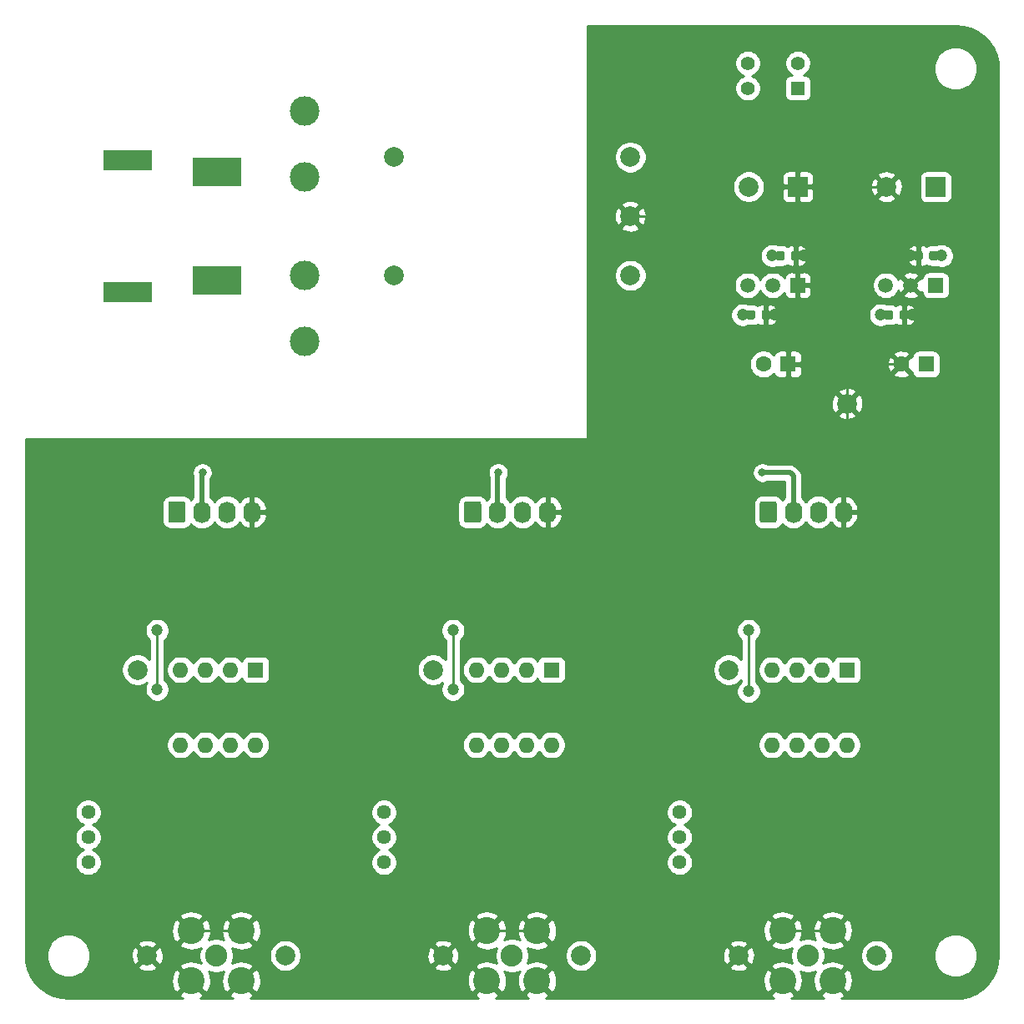
<source format=gbr>
%TF.GenerationSoftware,KiCad,Pcbnew,(5.1.10)-1*%
%TF.CreationDate,2021-09-26T04:03:23+09:00*%
%TF.ProjectId,HAS-CT-Board,4841532d-4354-42d4-926f-6172642e6b69,rev?*%
%TF.SameCoordinates,Original*%
%TF.FileFunction,Copper,L2,Bot*%
%TF.FilePolarity,Positive*%
%FSLAX46Y46*%
G04 Gerber Fmt 4.6, Leading zero omitted, Abs format (unit mm)*
G04 Created by KiCad (PCBNEW (5.1.10)-1) date 2021-09-26 04:03:23*
%MOMM*%
%LPD*%
G01*
G04 APERTURE LIST*
%TA.AperFunction,ComponentPad*%
%ADD10O,1.600000X1.600000*%
%TD*%
%TA.AperFunction,ComponentPad*%
%ADD11R,1.600000X1.600000*%
%TD*%
%TA.AperFunction,ComponentPad*%
%ADD12R,2.000000X2.000000*%
%TD*%
%TA.AperFunction,ComponentPad*%
%ADD13C,2.000000*%
%TD*%
%TA.AperFunction,ComponentPad*%
%ADD14C,1.600000*%
%TD*%
%TA.AperFunction,ComponentPad*%
%ADD15C,1.400000*%
%TD*%
%TA.AperFunction,ComponentPad*%
%ADD16R,1.400000X1.400000*%
%TD*%
%TA.AperFunction,ComponentPad*%
%ADD17C,3.000000*%
%TD*%
%TA.AperFunction,ComponentPad*%
%ADD18O,1.740000X2.190000*%
%TD*%
%TA.AperFunction,ComponentPad*%
%ADD19C,2.240000*%
%TD*%
%TA.AperFunction,ComponentPad*%
%ADD20C,2.740000*%
%TD*%
%TA.AperFunction,ComponentPad*%
%ADD21R,5.000000X3.000000*%
%TD*%
%TA.AperFunction,WasherPad*%
%ADD22R,5.000000X2.000000*%
%TD*%
%TA.AperFunction,ComponentPad*%
%ADD23C,1.440000*%
%TD*%
%TA.AperFunction,ComponentPad*%
%ADD24R,1.500000X1.500000*%
%TD*%
%TA.AperFunction,ComponentPad*%
%ADD25C,1.500000*%
%TD*%
%TA.AperFunction,ViaPad*%
%ADD26C,1.200000*%
%TD*%
%TA.AperFunction,ViaPad*%
%ADD27C,0.800000*%
%TD*%
%TA.AperFunction,Conductor*%
%ADD28C,0.250000*%
%TD*%
%TA.AperFunction,Conductor*%
%ADD29C,0.500000*%
%TD*%
%TA.AperFunction,Conductor*%
%ADD30C,0.254000*%
%TD*%
%TA.AperFunction,Conductor*%
%ADD31C,0.100000*%
%TD*%
G04 APERTURE END LIST*
D10*
%TO.P,U1,8*%
%TO.N,+15V*%
X74000000Y-123620000D03*
%TO.P,U1,4*%
%TO.N,-15V*%
X66380000Y-116000000D03*
%TO.P,U1,7*%
%TO.N,Net-(C5-Pad1)*%
X71460000Y-123620000D03*
%TO.P,U1,3*%
%TO.N,Net-(J1-Pad3)*%
X68920000Y-116000000D03*
%TO.P,U1,6*%
%TO.N,Net-(C5-Pad2)*%
X68920000Y-123620000D03*
%TO.P,U1,2*%
%TO.N,Net-(R10-Pad2)*%
X71460000Y-116000000D03*
%TO.P,U1,5*%
%TO.N,Net-(R10-Pad1)*%
X66380000Y-123620000D03*
D11*
%TO.P,U1,1*%
%TO.N,Net-(R10-Pad2)*%
X74000000Y-116000000D03*
%TD*%
D12*
%TO.P,C1,1*%
%TO.N,Net-(C1-Pad1)*%
X143000000Y-67000000D03*
D13*
%TO.P,C1,2*%
%TO.N,GND*%
X138000000Y-67000000D03*
%TD*%
%TO.P,C2,2*%
%TO.N,Net-(C2-Pad2)*%
X124000000Y-67000000D03*
D12*
%TO.P,C2,1*%
%TO.N,GND*%
X129000000Y-67000000D03*
%TD*%
%TO.P,C3,1*%
%TO.N,Net-(C1-Pad1)*%
%TA.AperFunction,SMDPad,CuDef*%
G36*
G01*
X143225000Y-73750000D02*
X143225000Y-74250000D01*
G75*
G02*
X143000000Y-74475000I-225000J0D01*
G01*
X142550000Y-74475000D01*
G75*
G02*
X142325000Y-74250000I0J225000D01*
G01*
X142325000Y-73750000D01*
G75*
G02*
X142550000Y-73525000I225000J0D01*
G01*
X143000000Y-73525000D01*
G75*
G02*
X143225000Y-73750000I0J-225000D01*
G01*
G37*
%TD.AperFunction*%
%TO.P,C3,2*%
%TO.N,GND*%
%TA.AperFunction,SMDPad,CuDef*%
G36*
G01*
X141675000Y-73750000D02*
X141675000Y-74250000D01*
G75*
G02*
X141450000Y-74475000I-225000J0D01*
G01*
X141000000Y-74475000D01*
G75*
G02*
X140775000Y-74250000I0J225000D01*
G01*
X140775000Y-73750000D01*
G75*
G02*
X141000000Y-73525000I225000J0D01*
G01*
X141450000Y-73525000D01*
G75*
G02*
X141675000Y-73750000I0J-225000D01*
G01*
G37*
%TD.AperFunction*%
%TD*%
%TO.P,C4,1*%
%TO.N,GND*%
%TA.AperFunction,SMDPad,CuDef*%
G36*
G01*
X129225000Y-73750000D02*
X129225000Y-74250000D01*
G75*
G02*
X129000000Y-74475000I-225000J0D01*
G01*
X128550000Y-74475000D01*
G75*
G02*
X128325000Y-74250000I0J225000D01*
G01*
X128325000Y-73750000D01*
G75*
G02*
X128550000Y-73525000I225000J0D01*
G01*
X129000000Y-73525000D01*
G75*
G02*
X129225000Y-73750000I0J-225000D01*
G01*
G37*
%TD.AperFunction*%
%TO.P,C4,2*%
%TO.N,Net-(C2-Pad2)*%
%TA.AperFunction,SMDPad,CuDef*%
G36*
G01*
X127675000Y-73750000D02*
X127675000Y-74250000D01*
G75*
G02*
X127450000Y-74475000I-225000J0D01*
G01*
X127000000Y-74475000D01*
G75*
G02*
X126775000Y-74250000I0J225000D01*
G01*
X126775000Y-73750000D01*
G75*
G02*
X127000000Y-73525000I225000J0D01*
G01*
X127450000Y-73525000D01*
G75*
G02*
X127675000Y-73750000I0J-225000D01*
G01*
G37*
%TD.AperFunction*%
%TD*%
%TO.P,C8,2*%
%TO.N,GND*%
%TA.AperFunction,SMDPad,CuDef*%
G36*
G01*
X139325000Y-80250000D02*
X139325000Y-79750000D01*
G75*
G02*
X139550000Y-79525000I225000J0D01*
G01*
X140000000Y-79525000D01*
G75*
G02*
X140225000Y-79750000I0J-225000D01*
G01*
X140225000Y-80250000D01*
G75*
G02*
X140000000Y-80475000I-225000J0D01*
G01*
X139550000Y-80475000D01*
G75*
G02*
X139325000Y-80250000I0J225000D01*
G01*
G37*
%TD.AperFunction*%
%TO.P,C8,1*%
%TO.N,+15V*%
%TA.AperFunction,SMDPad,CuDef*%
G36*
G01*
X137775000Y-80250000D02*
X137775000Y-79750000D01*
G75*
G02*
X138000000Y-79525000I225000J0D01*
G01*
X138450000Y-79525000D01*
G75*
G02*
X138675000Y-79750000I0J-225000D01*
G01*
X138675000Y-80250000D01*
G75*
G02*
X138450000Y-80475000I-225000J0D01*
G01*
X138000000Y-80475000D01*
G75*
G02*
X137775000Y-80250000I0J225000D01*
G01*
G37*
%TD.AperFunction*%
%TD*%
%TO.P,C9,1*%
%TO.N,GND*%
%TA.AperFunction,SMDPad,CuDef*%
G36*
G01*
X126225000Y-79750000D02*
X126225000Y-80250000D01*
G75*
G02*
X126000000Y-80475000I-225000J0D01*
G01*
X125550000Y-80475000D01*
G75*
G02*
X125325000Y-80250000I0J225000D01*
G01*
X125325000Y-79750000D01*
G75*
G02*
X125550000Y-79525000I225000J0D01*
G01*
X126000000Y-79525000D01*
G75*
G02*
X126225000Y-79750000I0J-225000D01*
G01*
G37*
%TD.AperFunction*%
%TO.P,C9,2*%
%TO.N,-15V*%
%TA.AperFunction,SMDPad,CuDef*%
G36*
G01*
X124675000Y-79750000D02*
X124675000Y-80250000D01*
G75*
G02*
X124450000Y-80475000I-225000J0D01*
G01*
X124000000Y-80475000D01*
G75*
G02*
X123775000Y-80250000I0J225000D01*
G01*
X123775000Y-79750000D01*
G75*
G02*
X124000000Y-79525000I225000J0D01*
G01*
X124450000Y-79525000D01*
G75*
G02*
X124675000Y-79750000I0J-225000D01*
G01*
G37*
%TD.AperFunction*%
%TD*%
D11*
%TO.P,C10,1*%
%TO.N,+15V*%
X142000000Y-85000000D03*
D14*
%TO.P,C10,2*%
%TO.N,GND*%
X139500000Y-85000000D03*
%TD*%
%TO.P,C11,2*%
%TO.N,-15V*%
X125500000Y-85000000D03*
D11*
%TO.P,C11,1*%
%TO.N,GND*%
X128000000Y-85000000D03*
%TD*%
D15*
%TO.P,D1,4*%
%TO.N,Net-(C2-Pad2)*%
X123920000Y-57000000D03*
%TO.P,D1,2*%
%TO.N,Net-(D1-Pad2)*%
X129000000Y-54460000D03*
%TO.P,D1,3*%
%TO.N,Net-(D1-Pad3)*%
X123920000Y-54460000D03*
D16*
%TO.P,D1,1*%
%TO.N,Net-(C1-Pad1)*%
X129000000Y-57000000D03*
%TD*%
D17*
%TO.P,F1,2*%
%TO.N,Net-(F1-Pad2)*%
X79000000Y-82700000D03*
X79000000Y-76000000D03*
%TO.P,F1,1*%
%TO.N,Net-(F1-Pad1)*%
X79000000Y-66000000D03*
X79000000Y-59300000D03*
%TD*%
D18*
%TO.P,J1,4*%
%TO.N,GND*%
X73620000Y-100000000D03*
%TO.P,J1,3*%
%TO.N,Net-(J1-Pad3)*%
X71080000Y-100000000D03*
%TO.P,J1,2*%
%TO.N,-15V*%
X68540000Y-100000000D03*
%TO.P,J1,1*%
%TO.N,+15V*%
%TA.AperFunction,ComponentPad*%
G36*
G01*
X65130000Y-100845001D02*
X65130000Y-99154999D01*
G75*
G02*
X65379999Y-98905000I249999J0D01*
G01*
X66620001Y-98905000D01*
G75*
G02*
X66870000Y-99154999I0J-249999D01*
G01*
X66870000Y-100845001D01*
G75*
G02*
X66620001Y-101095000I-249999J0D01*
G01*
X65379999Y-101095000D01*
G75*
G02*
X65130000Y-100845001I0J249999D01*
G01*
G37*
%TD.AperFunction*%
%TD*%
%TO.P,J2,1*%
%TO.N,+15V*%
%TA.AperFunction,ComponentPad*%
G36*
G01*
X95130000Y-100845001D02*
X95130000Y-99154999D01*
G75*
G02*
X95379999Y-98905000I249999J0D01*
G01*
X96620001Y-98905000D01*
G75*
G02*
X96870000Y-99154999I0J-249999D01*
G01*
X96870000Y-100845001D01*
G75*
G02*
X96620001Y-101095000I-249999J0D01*
G01*
X95379999Y-101095000D01*
G75*
G02*
X95130000Y-100845001I0J249999D01*
G01*
G37*
%TD.AperFunction*%
%TO.P,J2,2*%
%TO.N,-15V*%
X98540000Y-100000000D03*
%TO.P,J2,3*%
%TO.N,Net-(J2-Pad3)*%
X101080000Y-100000000D03*
%TO.P,J2,4*%
%TO.N,GND*%
X103620000Y-100000000D03*
%TD*%
%TO.P,J3,1*%
%TO.N,+15V*%
%TA.AperFunction,ComponentPad*%
G36*
G01*
X125130000Y-100845001D02*
X125130000Y-99154999D01*
G75*
G02*
X125379999Y-98905000I249999J0D01*
G01*
X126620001Y-98905000D01*
G75*
G02*
X126870000Y-99154999I0J-249999D01*
G01*
X126870000Y-100845001D01*
G75*
G02*
X126620001Y-101095000I-249999J0D01*
G01*
X125379999Y-101095000D01*
G75*
G02*
X125130000Y-100845001I0J249999D01*
G01*
G37*
%TD.AperFunction*%
%TO.P,J3,2*%
%TO.N,-15V*%
X128540000Y-100000000D03*
%TO.P,J3,3*%
%TO.N,Net-(J3-Pad3)*%
X131080000Y-100000000D03*
%TO.P,J3,4*%
%TO.N,GND*%
X133620000Y-100000000D03*
%TD*%
D19*
%TO.P,J4,1*%
%TO.N,Net-(C5-Pad1)*%
X70000000Y-145000000D03*
D20*
%TO.P,J4,2*%
%TO.N,GND*%
X67460000Y-142460000D03*
X72540000Y-142460000D03*
X72540000Y-147540000D03*
X67460000Y-147540000D03*
%TD*%
%TO.P,J5,2*%
%TO.N,GND*%
X97460000Y-147540000D03*
X102540000Y-147540000D03*
X102540000Y-142460000D03*
X97460000Y-142460000D03*
D19*
%TO.P,J5,1*%
%TO.N,Net-(C6-Pad1)*%
X100000000Y-145000000D03*
%TD*%
D20*
%TO.P,J6,2*%
%TO.N,GND*%
X127460000Y-147540000D03*
X132540000Y-147540000D03*
X132540000Y-142460000D03*
X127460000Y-142460000D03*
D19*
%TO.P,J6,1*%
%TO.N,Net-(C7-Pad1)*%
X130000000Y-145000000D03*
%TD*%
D21*
%TO.P,P1,1*%
%TO.N,Net-(F1-Pad2)*%
X70100000Y-76500000D03*
%TO.P,P1,2*%
%TO.N,Net-(P1-Pad2)*%
X70100000Y-65500000D03*
D22*
%TO.P,P1,*%
%TO.N,*%
X61000000Y-77700000D03*
X61000000Y-64300000D03*
%TD*%
D23*
%TO.P,RV1,3*%
%TO.N,-15V*%
X57000000Y-130460000D03*
%TO.P,RV1,2*%
%TO.N,Net-(R11-Pad2)*%
X57000000Y-133000000D03*
%TO.P,RV1,1*%
%TO.N,+15V*%
X57000000Y-135540000D03*
%TD*%
%TO.P,RV2,1*%
%TO.N,+15V*%
X87000000Y-135540000D03*
%TO.P,RV2,2*%
%TO.N,Net-(R13-Pad2)*%
X87000000Y-133000000D03*
%TO.P,RV2,3*%
%TO.N,-15V*%
X87000000Y-130460000D03*
%TD*%
%TO.P,RV3,1*%
%TO.N,+15V*%
X117000000Y-135540000D03*
%TO.P,RV3,2*%
%TO.N,Net-(R15-Pad2)*%
X117000000Y-133000000D03*
%TO.P,RV3,3*%
%TO.N,-15V*%
X117000000Y-130460000D03*
%TD*%
D13*
%TO.P,TP1,1*%
%TO.N,Net-(R10-Pad2)*%
X62000000Y-116000000D03*
%TD*%
%TO.P,TP2,1*%
%TO.N,Net-(R12-Pad2)*%
X92000000Y-116000000D03*
%TD*%
%TO.P,TP3,1*%
%TO.N,Net-(R14-Pad2)*%
X122000000Y-116000000D03*
%TD*%
%TO.P,TP4,1*%
%TO.N,Net-(C5-Pad1)*%
X77000000Y-145000000D03*
%TD*%
%TO.P,TP5,1*%
%TO.N,GND*%
X63000000Y-145000000D03*
%TD*%
%TO.P,TP6,1*%
%TO.N,Net-(C6-Pad1)*%
X107000000Y-145000000D03*
%TD*%
%TO.P,TP7,1*%
%TO.N,GND*%
X93000000Y-145000000D03*
%TD*%
%TO.P,TP8,1*%
%TO.N,Net-(C7-Pad1)*%
X137000000Y-145000000D03*
%TD*%
%TO.P,TP9,1*%
%TO.N,GND*%
X123000000Y-145000000D03*
%TD*%
%TO.P,TP10,1*%
%TO.N,GND*%
X134000000Y-89000000D03*
%TD*%
%TO.P,TR1,1*%
%TO.N,Net-(D1-Pad3)*%
X112000000Y-64000000D03*
%TO.P,TR1,2*%
%TO.N,GND*%
X112000000Y-70000000D03*
%TO.P,TR1,3*%
%TO.N,Net-(D1-Pad2)*%
X112000000Y-76000000D03*
%TO.P,TR1,4*%
%TO.N,Net-(P1-Pad2)*%
X88000000Y-64000000D03*
%TO.P,TR1,5*%
%TO.N,Net-(F1-Pad1)*%
X88000000Y-76000000D03*
%TD*%
D11*
%TO.P,U2,1*%
%TO.N,Net-(R12-Pad2)*%
X104000000Y-116000000D03*
D10*
%TO.P,U2,5*%
%TO.N,Net-(R12-Pad1)*%
X96380000Y-123620000D03*
%TO.P,U2,2*%
%TO.N,Net-(R12-Pad2)*%
X101460000Y-116000000D03*
%TO.P,U2,6*%
%TO.N,Net-(C6-Pad2)*%
X98920000Y-123620000D03*
%TO.P,U2,3*%
%TO.N,Net-(J2-Pad3)*%
X98920000Y-116000000D03*
%TO.P,U2,7*%
%TO.N,Net-(C6-Pad1)*%
X101460000Y-123620000D03*
%TO.P,U2,4*%
%TO.N,-15V*%
X96380000Y-116000000D03*
%TO.P,U2,8*%
%TO.N,+15V*%
X104000000Y-123620000D03*
%TD*%
D11*
%TO.P,U3,1*%
%TO.N,Net-(R14-Pad2)*%
X134000000Y-116000000D03*
D10*
%TO.P,U3,5*%
%TO.N,Net-(R14-Pad1)*%
X126380000Y-123620000D03*
%TO.P,U3,2*%
%TO.N,Net-(R14-Pad2)*%
X131460000Y-116000000D03*
%TO.P,U3,6*%
%TO.N,Net-(C7-Pad2)*%
X128920000Y-123620000D03*
%TO.P,U3,3*%
%TO.N,Net-(J3-Pad3)*%
X128920000Y-116000000D03*
%TO.P,U3,7*%
%TO.N,Net-(C7-Pad1)*%
X131460000Y-123620000D03*
%TO.P,U3,4*%
%TO.N,-15V*%
X126380000Y-116000000D03*
%TO.P,U3,8*%
%TO.N,+15V*%
X134000000Y-123620000D03*
%TD*%
D24*
%TO.P,U4,1*%
%TO.N,Net-(C1-Pad1)*%
X143000000Y-77000000D03*
D25*
%TO.P,U4,3*%
%TO.N,+15V*%
X137920000Y-77000000D03*
%TO.P,U4,2*%
%TO.N,GND*%
X140460000Y-77000000D03*
%TD*%
%TO.P,U5,2*%
%TO.N,Net-(C2-Pad2)*%
X126460000Y-77000000D03*
%TO.P,U5,3*%
%TO.N,-15V*%
X123920000Y-77000000D03*
D24*
%TO.P,U5,1*%
%TO.N,GND*%
X129000000Y-77000000D03*
%TD*%
D26*
%TO.N,Net-(C1-Pad1)*%
X143600000Y-74000000D03*
%TO.N,GND*%
X140400000Y-74000000D03*
X140600000Y-80000000D03*
X126600000Y-80000000D03*
X129600000Y-74000000D03*
%TO.N,Net-(C2-Pad2)*%
X126400000Y-74000000D03*
%TO.N,+15V*%
X64000000Y-112000000D03*
X64000000Y-117999934D03*
X94000000Y-112000000D03*
X94000000Y-118000000D03*
X124000010Y-112000000D03*
X124000000Y-118200020D03*
X137400000Y-80000000D03*
%TO.N,-15V*%
X123400000Y-80000000D03*
D27*
X68600000Y-96000000D03*
X98600000Y-96000000D03*
X125400000Y-96000000D03*
%TD*%
D28*
%TO.N,Net-(C1-Pad1)*%
X142775000Y-74000000D02*
X143600000Y-74000000D01*
%TO.N,GND*%
X128000000Y-85000000D02*
X134000000Y-85000000D01*
X134000000Y-89000000D02*
X134000000Y-85000000D01*
X141225000Y-74000000D02*
X140400000Y-74000000D01*
X139775000Y-80000000D02*
X140600000Y-80000000D01*
X139500000Y-85000000D02*
X134000000Y-85000000D01*
X133620000Y-100000000D02*
X133620000Y-95980000D01*
X134000000Y-93600000D02*
X134000000Y-89000000D01*
X133620000Y-93980000D02*
X134000000Y-93600000D01*
X133620000Y-95980000D02*
X133620000Y-93980000D01*
X103620000Y-94180000D02*
X103800000Y-94000000D01*
X103620000Y-100000000D02*
X103620000Y-94180000D01*
X73620000Y-94180000D02*
X73620000Y-100000000D01*
X73800000Y-94000000D02*
X73620000Y-94180000D01*
X133620000Y-94000000D02*
X73800000Y-94000000D01*
X132540000Y-142460000D02*
X130460000Y-142460000D01*
X127460000Y-142460000D02*
X130460000Y-142460000D01*
X97460000Y-142460000D02*
X100460000Y-142460000D01*
X102540000Y-142460000D02*
X100460000Y-142460000D01*
X67460000Y-142460000D02*
X70460000Y-142460000D01*
X72540000Y-142460000D02*
X70460000Y-142460000D01*
X126600000Y-80000000D02*
X134000000Y-80000000D01*
X134000000Y-85000000D02*
X134000000Y-80000000D01*
X125775000Y-80000000D02*
X126600000Y-80000000D01*
X134000000Y-80000000D02*
X134000000Y-77000000D01*
X129000000Y-77000000D02*
X134000000Y-77000000D01*
X134000000Y-77000000D02*
X134000000Y-74000000D01*
X140400000Y-74000000D02*
X134000000Y-74000000D01*
X129600000Y-74000000D02*
X134000000Y-74000000D01*
X128775000Y-74000000D02*
X129600000Y-74000000D01*
X134000000Y-74000000D02*
X134000000Y-70000000D01*
X134000000Y-70000000D02*
X134000000Y-67000000D01*
X134000000Y-67000000D02*
X133600000Y-67000000D01*
X138000000Y-67000000D02*
X134000000Y-67000000D01*
X129000000Y-67000000D02*
X133600000Y-67000000D01*
X112000000Y-70000000D02*
X134000000Y-70000000D01*
%TO.N,Net-(C2-Pad2)*%
X127225000Y-74000000D02*
X126400000Y-74000000D01*
%TO.N,+15V*%
X64000000Y-112000000D02*
X64000000Y-117999934D01*
X94000000Y-112000000D02*
X94000000Y-118000000D01*
X124000010Y-112000000D02*
X124000010Y-118200010D01*
X124000010Y-118200010D02*
X124000000Y-118200020D01*
X138225000Y-80000000D02*
X137400000Y-80000000D01*
%TO.N,-15V*%
X124225000Y-80000000D02*
X123400000Y-80000000D01*
X68540000Y-96060000D02*
X68600000Y-96000000D01*
D29*
X68540000Y-100000000D02*
X68540000Y-96060000D01*
D28*
X98540000Y-96060000D02*
X98600000Y-96000000D01*
D29*
X98540000Y-100000000D02*
X98540000Y-96060000D01*
X128540000Y-100000000D02*
X128540000Y-96340000D01*
X128200000Y-96000000D02*
X125400000Y-96000000D01*
X128540000Y-96340000D02*
X128200000Y-96000000D01*
%TD*%
D30*
%TO.N,GND*%
X145768083Y-50731173D02*
X146511891Y-50934656D01*
X147207905Y-51266638D01*
X147834130Y-51716626D01*
X148370777Y-52270403D01*
X148800871Y-52910451D01*
X149110829Y-53616553D01*
X149292065Y-54371457D01*
X149340001Y-55024220D01*
X149340000Y-144970608D01*
X149268827Y-145768083D01*
X149065344Y-146511890D01*
X148733363Y-147207904D01*
X148283374Y-147834130D01*
X147729597Y-148370777D01*
X147089549Y-148800871D01*
X146383447Y-149110829D01*
X145628543Y-149292065D01*
X144975793Y-149340000D01*
X133434520Y-149340000D01*
X133619111Y-149241334D01*
X133759477Y-148939082D01*
X132540000Y-147719605D01*
X131320523Y-148939082D01*
X131460889Y-149241334D01*
X131656546Y-149340000D01*
X128354520Y-149340000D01*
X128539111Y-149241334D01*
X128679477Y-148939082D01*
X127460000Y-147719605D01*
X126240523Y-148939082D01*
X126380889Y-149241334D01*
X126576546Y-149340000D01*
X103434520Y-149340000D01*
X103619111Y-149241334D01*
X103759477Y-148939082D01*
X102540000Y-147719605D01*
X101320523Y-148939082D01*
X101460889Y-149241334D01*
X101656546Y-149340000D01*
X98354520Y-149340000D01*
X98539111Y-149241334D01*
X98679477Y-148939082D01*
X97460000Y-147719605D01*
X96240523Y-148939082D01*
X96380889Y-149241334D01*
X96576546Y-149340000D01*
X73434520Y-149340000D01*
X73619111Y-149241334D01*
X73759477Y-148939082D01*
X72540000Y-147719605D01*
X71320523Y-148939082D01*
X71460889Y-149241334D01*
X71656546Y-149340000D01*
X68354520Y-149340000D01*
X68539111Y-149241334D01*
X68679477Y-148939082D01*
X67460000Y-147719605D01*
X66240523Y-148939082D01*
X66380889Y-149241334D01*
X66576546Y-149340000D01*
X55029392Y-149340000D01*
X54231917Y-149268827D01*
X53488110Y-149065344D01*
X52792096Y-148733363D01*
X52165870Y-148283374D01*
X51629223Y-147729597D01*
X51534049Y-147587962D01*
X65445871Y-147587962D01*
X65493928Y-147979978D01*
X65617542Y-148355086D01*
X65758666Y-148619111D01*
X66060918Y-148759477D01*
X67280395Y-147540000D01*
X66060918Y-146320523D01*
X65758666Y-146460889D01*
X65580832Y-146813538D01*
X65475214Y-147194104D01*
X65445871Y-147587962D01*
X51534049Y-147587962D01*
X51199129Y-147089549D01*
X50889171Y-146383447D01*
X50707935Y-145628543D01*
X50660000Y-144975793D01*
X50660000Y-144779872D01*
X52765000Y-144779872D01*
X52765000Y-145220128D01*
X52850890Y-145651925D01*
X53019369Y-146058669D01*
X53263962Y-146424729D01*
X53575271Y-146736038D01*
X53941331Y-146980631D01*
X54348075Y-147149110D01*
X54779872Y-147235000D01*
X55220128Y-147235000D01*
X55651925Y-147149110D01*
X56058669Y-146980631D01*
X56424729Y-146736038D01*
X56736038Y-146424729D01*
X56929352Y-146135413D01*
X62044192Y-146135413D01*
X62139956Y-146399814D01*
X62429571Y-146540704D01*
X62741108Y-146622384D01*
X63062595Y-146641718D01*
X63381675Y-146597961D01*
X63686088Y-146492795D01*
X63860044Y-146399814D01*
X63955808Y-146135413D01*
X63000000Y-145179605D01*
X62044192Y-146135413D01*
X56929352Y-146135413D01*
X56980631Y-146058669D01*
X57149110Y-145651925D01*
X57235000Y-145220128D01*
X57235000Y-145062595D01*
X61358282Y-145062595D01*
X61402039Y-145381675D01*
X61507205Y-145686088D01*
X61600186Y-145860044D01*
X61864587Y-145955808D01*
X62820395Y-145000000D01*
X63179605Y-145000000D01*
X64135413Y-145955808D01*
X64399814Y-145860044D01*
X64540704Y-145570429D01*
X64622384Y-145258892D01*
X64641718Y-144937405D01*
X64597961Y-144618325D01*
X64492795Y-144313912D01*
X64399814Y-144139956D01*
X64135413Y-144044192D01*
X63179605Y-145000000D01*
X62820395Y-145000000D01*
X61864587Y-144044192D01*
X61600186Y-144139956D01*
X61459296Y-144429571D01*
X61377616Y-144741108D01*
X61358282Y-145062595D01*
X57235000Y-145062595D01*
X57235000Y-144779872D01*
X57149110Y-144348075D01*
X56980631Y-143941331D01*
X56929353Y-143864587D01*
X62044192Y-143864587D01*
X63000000Y-144820395D01*
X63955808Y-143864587D01*
X63953815Y-143859082D01*
X66240523Y-143859082D01*
X66380889Y-144161334D01*
X66733538Y-144339168D01*
X67114104Y-144444786D01*
X67507962Y-144474129D01*
X67899978Y-144426072D01*
X68275086Y-144302458D01*
X68421820Y-144224027D01*
X68312443Y-144488085D01*
X68245000Y-144827148D01*
X68245000Y-145172852D01*
X68312443Y-145511915D01*
X68423676Y-145780455D01*
X68186462Y-145660832D01*
X67805896Y-145555214D01*
X67412038Y-145525871D01*
X67020022Y-145573928D01*
X66644914Y-145697542D01*
X66380889Y-145838666D01*
X66240523Y-146140918D01*
X67460000Y-147360395D01*
X67474143Y-147346253D01*
X67653748Y-147525858D01*
X67639605Y-147540000D01*
X68859082Y-148759477D01*
X69161334Y-148619111D01*
X69339168Y-148266462D01*
X69444786Y-147885896D01*
X69474129Y-147492038D01*
X69426072Y-147100022D01*
X69302458Y-146724914D01*
X69224027Y-146578180D01*
X69488085Y-146687557D01*
X69827148Y-146755000D01*
X70172852Y-146755000D01*
X70511915Y-146687557D01*
X70780455Y-146576324D01*
X70660832Y-146813538D01*
X70555214Y-147194104D01*
X70525871Y-147587962D01*
X70573928Y-147979978D01*
X70697542Y-148355086D01*
X70838666Y-148619111D01*
X71140918Y-148759477D01*
X72360395Y-147540000D01*
X72719605Y-147540000D01*
X73939082Y-148759477D01*
X74241334Y-148619111D01*
X74419168Y-148266462D01*
X74524786Y-147885896D01*
X74546982Y-147587962D01*
X95445871Y-147587962D01*
X95493928Y-147979978D01*
X95617542Y-148355086D01*
X95758666Y-148619111D01*
X96060918Y-148759477D01*
X97280395Y-147540000D01*
X96060918Y-146320523D01*
X95758666Y-146460889D01*
X95580832Y-146813538D01*
X95475214Y-147194104D01*
X95445871Y-147587962D01*
X74546982Y-147587962D01*
X74554129Y-147492038D01*
X74506072Y-147100022D01*
X74382458Y-146724914D01*
X74241334Y-146460889D01*
X73939082Y-146320523D01*
X72719605Y-147540000D01*
X72360395Y-147540000D01*
X72346253Y-147525858D01*
X72525858Y-147346253D01*
X72540000Y-147360395D01*
X73759477Y-146140918D01*
X73619111Y-145838666D01*
X73266462Y-145660832D01*
X72885896Y-145555214D01*
X72492038Y-145525871D01*
X72100022Y-145573928D01*
X71724914Y-145697542D01*
X71578180Y-145775973D01*
X71687557Y-145511915D01*
X71755000Y-145172852D01*
X71755000Y-144838967D01*
X75365000Y-144838967D01*
X75365000Y-145161033D01*
X75427832Y-145476912D01*
X75551082Y-145774463D01*
X75730013Y-146042252D01*
X75957748Y-146269987D01*
X76225537Y-146448918D01*
X76523088Y-146572168D01*
X76838967Y-146635000D01*
X77161033Y-146635000D01*
X77476912Y-146572168D01*
X77774463Y-146448918D01*
X78042252Y-146269987D01*
X78176826Y-146135413D01*
X92044192Y-146135413D01*
X92139956Y-146399814D01*
X92429571Y-146540704D01*
X92741108Y-146622384D01*
X93062595Y-146641718D01*
X93381675Y-146597961D01*
X93686088Y-146492795D01*
X93860044Y-146399814D01*
X93955808Y-146135413D01*
X93000000Y-145179605D01*
X92044192Y-146135413D01*
X78176826Y-146135413D01*
X78269987Y-146042252D01*
X78448918Y-145774463D01*
X78572168Y-145476912D01*
X78635000Y-145161033D01*
X78635000Y-145062595D01*
X91358282Y-145062595D01*
X91402039Y-145381675D01*
X91507205Y-145686088D01*
X91600186Y-145860044D01*
X91864587Y-145955808D01*
X92820395Y-145000000D01*
X93179605Y-145000000D01*
X94135413Y-145955808D01*
X94399814Y-145860044D01*
X94540704Y-145570429D01*
X94622384Y-145258892D01*
X94641718Y-144937405D01*
X94597961Y-144618325D01*
X94492795Y-144313912D01*
X94399814Y-144139956D01*
X94135413Y-144044192D01*
X93179605Y-145000000D01*
X92820395Y-145000000D01*
X91864587Y-144044192D01*
X91600186Y-144139956D01*
X91459296Y-144429571D01*
X91377616Y-144741108D01*
X91358282Y-145062595D01*
X78635000Y-145062595D01*
X78635000Y-144838967D01*
X78572168Y-144523088D01*
X78448918Y-144225537D01*
X78269987Y-143957748D01*
X78176826Y-143864587D01*
X92044192Y-143864587D01*
X93000000Y-144820395D01*
X93955808Y-143864587D01*
X93953815Y-143859082D01*
X96240523Y-143859082D01*
X96380889Y-144161334D01*
X96733538Y-144339168D01*
X97114104Y-144444786D01*
X97507962Y-144474129D01*
X97899978Y-144426072D01*
X98275086Y-144302458D01*
X98421820Y-144224027D01*
X98312443Y-144488085D01*
X98245000Y-144827148D01*
X98245000Y-145172852D01*
X98312443Y-145511915D01*
X98423676Y-145780455D01*
X98186462Y-145660832D01*
X97805896Y-145555214D01*
X97412038Y-145525871D01*
X97020022Y-145573928D01*
X96644914Y-145697542D01*
X96380889Y-145838666D01*
X96240523Y-146140918D01*
X97460000Y-147360395D01*
X97474143Y-147346253D01*
X97653748Y-147525858D01*
X97639605Y-147540000D01*
X98859082Y-148759477D01*
X99161334Y-148619111D01*
X99339168Y-148266462D01*
X99444786Y-147885896D01*
X99474129Y-147492038D01*
X99426072Y-147100022D01*
X99302458Y-146724914D01*
X99224027Y-146578180D01*
X99488085Y-146687557D01*
X99827148Y-146755000D01*
X100172852Y-146755000D01*
X100511915Y-146687557D01*
X100780455Y-146576324D01*
X100660832Y-146813538D01*
X100555214Y-147194104D01*
X100525871Y-147587962D01*
X100573928Y-147979978D01*
X100697542Y-148355086D01*
X100838666Y-148619111D01*
X101140918Y-148759477D01*
X102360395Y-147540000D01*
X102719605Y-147540000D01*
X103939082Y-148759477D01*
X104241334Y-148619111D01*
X104419168Y-148266462D01*
X104524786Y-147885896D01*
X104546982Y-147587962D01*
X125445871Y-147587962D01*
X125493928Y-147979978D01*
X125617542Y-148355086D01*
X125758666Y-148619111D01*
X126060918Y-148759477D01*
X127280395Y-147540000D01*
X126060918Y-146320523D01*
X125758666Y-146460889D01*
X125580832Y-146813538D01*
X125475214Y-147194104D01*
X125445871Y-147587962D01*
X104546982Y-147587962D01*
X104554129Y-147492038D01*
X104506072Y-147100022D01*
X104382458Y-146724914D01*
X104241334Y-146460889D01*
X103939082Y-146320523D01*
X102719605Y-147540000D01*
X102360395Y-147540000D01*
X102346253Y-147525858D01*
X102525858Y-147346253D01*
X102540000Y-147360395D01*
X103759477Y-146140918D01*
X103619111Y-145838666D01*
X103266462Y-145660832D01*
X102885896Y-145555214D01*
X102492038Y-145525871D01*
X102100022Y-145573928D01*
X101724914Y-145697542D01*
X101578180Y-145775973D01*
X101687557Y-145511915D01*
X101755000Y-145172852D01*
X101755000Y-144838967D01*
X105365000Y-144838967D01*
X105365000Y-145161033D01*
X105427832Y-145476912D01*
X105551082Y-145774463D01*
X105730013Y-146042252D01*
X105957748Y-146269987D01*
X106225537Y-146448918D01*
X106523088Y-146572168D01*
X106838967Y-146635000D01*
X107161033Y-146635000D01*
X107476912Y-146572168D01*
X107774463Y-146448918D01*
X108042252Y-146269987D01*
X108176826Y-146135413D01*
X122044192Y-146135413D01*
X122139956Y-146399814D01*
X122429571Y-146540704D01*
X122741108Y-146622384D01*
X123062595Y-146641718D01*
X123381675Y-146597961D01*
X123686088Y-146492795D01*
X123860044Y-146399814D01*
X123955808Y-146135413D01*
X123000000Y-145179605D01*
X122044192Y-146135413D01*
X108176826Y-146135413D01*
X108269987Y-146042252D01*
X108448918Y-145774463D01*
X108572168Y-145476912D01*
X108635000Y-145161033D01*
X108635000Y-145062595D01*
X121358282Y-145062595D01*
X121402039Y-145381675D01*
X121507205Y-145686088D01*
X121600186Y-145860044D01*
X121864587Y-145955808D01*
X122820395Y-145000000D01*
X123179605Y-145000000D01*
X124135413Y-145955808D01*
X124399814Y-145860044D01*
X124540704Y-145570429D01*
X124622384Y-145258892D01*
X124641718Y-144937405D01*
X124597961Y-144618325D01*
X124492795Y-144313912D01*
X124399814Y-144139956D01*
X124135413Y-144044192D01*
X123179605Y-145000000D01*
X122820395Y-145000000D01*
X121864587Y-144044192D01*
X121600186Y-144139956D01*
X121459296Y-144429571D01*
X121377616Y-144741108D01*
X121358282Y-145062595D01*
X108635000Y-145062595D01*
X108635000Y-144838967D01*
X108572168Y-144523088D01*
X108448918Y-144225537D01*
X108269987Y-143957748D01*
X108176826Y-143864587D01*
X122044192Y-143864587D01*
X123000000Y-144820395D01*
X123955808Y-143864587D01*
X123953815Y-143859082D01*
X126240523Y-143859082D01*
X126380889Y-144161334D01*
X126733538Y-144339168D01*
X127114104Y-144444786D01*
X127507962Y-144474129D01*
X127899978Y-144426072D01*
X128275086Y-144302458D01*
X128421820Y-144224027D01*
X128312443Y-144488085D01*
X128245000Y-144827148D01*
X128245000Y-145172852D01*
X128312443Y-145511915D01*
X128423676Y-145780455D01*
X128186462Y-145660832D01*
X127805896Y-145555214D01*
X127412038Y-145525871D01*
X127020022Y-145573928D01*
X126644914Y-145697542D01*
X126380889Y-145838666D01*
X126240523Y-146140918D01*
X127460000Y-147360395D01*
X127474143Y-147346253D01*
X127653748Y-147525858D01*
X127639605Y-147540000D01*
X128859082Y-148759477D01*
X129161334Y-148619111D01*
X129339168Y-148266462D01*
X129444786Y-147885896D01*
X129474129Y-147492038D01*
X129426072Y-147100022D01*
X129302458Y-146724914D01*
X129224027Y-146578180D01*
X129488085Y-146687557D01*
X129827148Y-146755000D01*
X130172852Y-146755000D01*
X130511915Y-146687557D01*
X130780455Y-146576324D01*
X130660832Y-146813538D01*
X130555214Y-147194104D01*
X130525871Y-147587962D01*
X130573928Y-147979978D01*
X130697542Y-148355086D01*
X130838666Y-148619111D01*
X131140918Y-148759477D01*
X132360395Y-147540000D01*
X132719605Y-147540000D01*
X133939082Y-148759477D01*
X134241334Y-148619111D01*
X134419168Y-148266462D01*
X134524786Y-147885896D01*
X134554129Y-147492038D01*
X134506072Y-147100022D01*
X134382458Y-146724914D01*
X134241334Y-146460889D01*
X133939082Y-146320523D01*
X132719605Y-147540000D01*
X132360395Y-147540000D01*
X132346253Y-147525858D01*
X132525858Y-147346253D01*
X132540000Y-147360395D01*
X133759477Y-146140918D01*
X133619111Y-145838666D01*
X133266462Y-145660832D01*
X132885896Y-145555214D01*
X132492038Y-145525871D01*
X132100022Y-145573928D01*
X131724914Y-145697542D01*
X131578180Y-145775973D01*
X131687557Y-145511915D01*
X131755000Y-145172852D01*
X131755000Y-144838967D01*
X135365000Y-144838967D01*
X135365000Y-145161033D01*
X135427832Y-145476912D01*
X135551082Y-145774463D01*
X135730013Y-146042252D01*
X135957748Y-146269987D01*
X136225537Y-146448918D01*
X136523088Y-146572168D01*
X136838967Y-146635000D01*
X137161033Y-146635000D01*
X137476912Y-146572168D01*
X137774463Y-146448918D01*
X138042252Y-146269987D01*
X138269987Y-146042252D01*
X138448918Y-145774463D01*
X138572168Y-145476912D01*
X138635000Y-145161033D01*
X138635000Y-144838967D01*
X138623246Y-144779872D01*
X142765000Y-144779872D01*
X142765000Y-145220128D01*
X142850890Y-145651925D01*
X143019369Y-146058669D01*
X143263962Y-146424729D01*
X143575271Y-146736038D01*
X143941331Y-146980631D01*
X144348075Y-147149110D01*
X144779872Y-147235000D01*
X145220128Y-147235000D01*
X145651925Y-147149110D01*
X146058669Y-146980631D01*
X146424729Y-146736038D01*
X146736038Y-146424729D01*
X146980631Y-146058669D01*
X147149110Y-145651925D01*
X147235000Y-145220128D01*
X147235000Y-144779872D01*
X147149110Y-144348075D01*
X146980631Y-143941331D01*
X146736038Y-143575271D01*
X146424729Y-143263962D01*
X146058669Y-143019369D01*
X145651925Y-142850890D01*
X145220128Y-142765000D01*
X144779872Y-142765000D01*
X144348075Y-142850890D01*
X143941331Y-143019369D01*
X143575271Y-143263962D01*
X143263962Y-143575271D01*
X143019369Y-143941331D01*
X142850890Y-144348075D01*
X142765000Y-144779872D01*
X138623246Y-144779872D01*
X138572168Y-144523088D01*
X138448918Y-144225537D01*
X138269987Y-143957748D01*
X138042252Y-143730013D01*
X137774463Y-143551082D01*
X137476912Y-143427832D01*
X137161033Y-143365000D01*
X136838967Y-143365000D01*
X136523088Y-143427832D01*
X136225537Y-143551082D01*
X135957748Y-143730013D01*
X135730013Y-143957748D01*
X135551082Y-144225537D01*
X135427832Y-144523088D01*
X135365000Y-144838967D01*
X131755000Y-144838967D01*
X131755000Y-144827148D01*
X131687557Y-144488085D01*
X131576324Y-144219545D01*
X131813538Y-144339168D01*
X132194104Y-144444786D01*
X132587962Y-144474129D01*
X132979978Y-144426072D01*
X133355086Y-144302458D01*
X133619111Y-144161334D01*
X133759477Y-143859082D01*
X132540000Y-142639605D01*
X132525858Y-142653748D01*
X132346253Y-142474143D01*
X132360395Y-142460000D01*
X132719605Y-142460000D01*
X133939082Y-143679477D01*
X134241334Y-143539111D01*
X134419168Y-143186462D01*
X134524786Y-142805896D01*
X134554129Y-142412038D01*
X134506072Y-142020022D01*
X134382458Y-141644914D01*
X134241334Y-141380889D01*
X133939082Y-141240523D01*
X132719605Y-142460000D01*
X132360395Y-142460000D01*
X131140918Y-141240523D01*
X130838666Y-141380889D01*
X130660832Y-141733538D01*
X130555214Y-142114104D01*
X130525871Y-142507962D01*
X130573928Y-142899978D01*
X130697542Y-143275086D01*
X130775973Y-143421820D01*
X130511915Y-143312443D01*
X130172852Y-143245000D01*
X129827148Y-143245000D01*
X129488085Y-143312443D01*
X129219545Y-143423676D01*
X129339168Y-143186462D01*
X129444786Y-142805896D01*
X129474129Y-142412038D01*
X129426072Y-142020022D01*
X129302458Y-141644914D01*
X129161334Y-141380889D01*
X128859082Y-141240523D01*
X127639605Y-142460000D01*
X127653748Y-142474143D01*
X127474143Y-142653748D01*
X127460000Y-142639605D01*
X126240523Y-143859082D01*
X123953815Y-143859082D01*
X123860044Y-143600186D01*
X123570429Y-143459296D01*
X123258892Y-143377616D01*
X122937405Y-143358282D01*
X122618325Y-143402039D01*
X122313912Y-143507205D01*
X122139956Y-143600186D01*
X122044192Y-143864587D01*
X108176826Y-143864587D01*
X108042252Y-143730013D01*
X107774463Y-143551082D01*
X107476912Y-143427832D01*
X107161033Y-143365000D01*
X106838967Y-143365000D01*
X106523088Y-143427832D01*
X106225537Y-143551082D01*
X105957748Y-143730013D01*
X105730013Y-143957748D01*
X105551082Y-144225537D01*
X105427832Y-144523088D01*
X105365000Y-144838967D01*
X101755000Y-144838967D01*
X101755000Y-144827148D01*
X101687557Y-144488085D01*
X101576324Y-144219545D01*
X101813538Y-144339168D01*
X102194104Y-144444786D01*
X102587962Y-144474129D01*
X102979978Y-144426072D01*
X103355086Y-144302458D01*
X103619111Y-144161334D01*
X103759477Y-143859082D01*
X102540000Y-142639605D01*
X102525858Y-142653748D01*
X102346253Y-142474143D01*
X102360395Y-142460000D01*
X102719605Y-142460000D01*
X103939082Y-143679477D01*
X104241334Y-143539111D01*
X104419168Y-143186462D01*
X104524786Y-142805896D01*
X104546982Y-142507962D01*
X125445871Y-142507962D01*
X125493928Y-142899978D01*
X125617542Y-143275086D01*
X125758666Y-143539111D01*
X126060918Y-143679477D01*
X127280395Y-142460000D01*
X126060918Y-141240523D01*
X125758666Y-141380889D01*
X125580832Y-141733538D01*
X125475214Y-142114104D01*
X125445871Y-142507962D01*
X104546982Y-142507962D01*
X104554129Y-142412038D01*
X104506072Y-142020022D01*
X104382458Y-141644914D01*
X104241334Y-141380889D01*
X103939082Y-141240523D01*
X102719605Y-142460000D01*
X102360395Y-142460000D01*
X101140918Y-141240523D01*
X100838666Y-141380889D01*
X100660832Y-141733538D01*
X100555214Y-142114104D01*
X100525871Y-142507962D01*
X100573928Y-142899978D01*
X100697542Y-143275086D01*
X100775973Y-143421820D01*
X100511915Y-143312443D01*
X100172852Y-143245000D01*
X99827148Y-143245000D01*
X99488085Y-143312443D01*
X99219545Y-143423676D01*
X99339168Y-143186462D01*
X99444786Y-142805896D01*
X99474129Y-142412038D01*
X99426072Y-142020022D01*
X99302458Y-141644914D01*
X99161334Y-141380889D01*
X98859082Y-141240523D01*
X97639605Y-142460000D01*
X97653748Y-142474143D01*
X97474143Y-142653748D01*
X97460000Y-142639605D01*
X96240523Y-143859082D01*
X93953815Y-143859082D01*
X93860044Y-143600186D01*
X93570429Y-143459296D01*
X93258892Y-143377616D01*
X92937405Y-143358282D01*
X92618325Y-143402039D01*
X92313912Y-143507205D01*
X92139956Y-143600186D01*
X92044192Y-143864587D01*
X78176826Y-143864587D01*
X78042252Y-143730013D01*
X77774463Y-143551082D01*
X77476912Y-143427832D01*
X77161033Y-143365000D01*
X76838967Y-143365000D01*
X76523088Y-143427832D01*
X76225537Y-143551082D01*
X75957748Y-143730013D01*
X75730013Y-143957748D01*
X75551082Y-144225537D01*
X75427832Y-144523088D01*
X75365000Y-144838967D01*
X71755000Y-144838967D01*
X71755000Y-144827148D01*
X71687557Y-144488085D01*
X71576324Y-144219545D01*
X71813538Y-144339168D01*
X72194104Y-144444786D01*
X72587962Y-144474129D01*
X72979978Y-144426072D01*
X73355086Y-144302458D01*
X73619111Y-144161334D01*
X73759477Y-143859082D01*
X72540000Y-142639605D01*
X72525858Y-142653748D01*
X72346253Y-142474143D01*
X72360395Y-142460000D01*
X72719605Y-142460000D01*
X73939082Y-143679477D01*
X74241334Y-143539111D01*
X74419168Y-143186462D01*
X74524786Y-142805896D01*
X74546982Y-142507962D01*
X95445871Y-142507962D01*
X95493928Y-142899978D01*
X95617542Y-143275086D01*
X95758666Y-143539111D01*
X96060918Y-143679477D01*
X97280395Y-142460000D01*
X96060918Y-141240523D01*
X95758666Y-141380889D01*
X95580832Y-141733538D01*
X95475214Y-142114104D01*
X95445871Y-142507962D01*
X74546982Y-142507962D01*
X74554129Y-142412038D01*
X74506072Y-142020022D01*
X74382458Y-141644914D01*
X74241334Y-141380889D01*
X73939082Y-141240523D01*
X72719605Y-142460000D01*
X72360395Y-142460000D01*
X71140918Y-141240523D01*
X70838666Y-141380889D01*
X70660832Y-141733538D01*
X70555214Y-142114104D01*
X70525871Y-142507962D01*
X70573928Y-142899978D01*
X70697542Y-143275086D01*
X70775973Y-143421820D01*
X70511915Y-143312443D01*
X70172852Y-143245000D01*
X69827148Y-143245000D01*
X69488085Y-143312443D01*
X69219545Y-143423676D01*
X69339168Y-143186462D01*
X69444786Y-142805896D01*
X69474129Y-142412038D01*
X69426072Y-142020022D01*
X69302458Y-141644914D01*
X69161334Y-141380889D01*
X68859082Y-141240523D01*
X67639605Y-142460000D01*
X67653748Y-142474143D01*
X67474143Y-142653748D01*
X67460000Y-142639605D01*
X66240523Y-143859082D01*
X63953815Y-143859082D01*
X63860044Y-143600186D01*
X63570429Y-143459296D01*
X63258892Y-143377616D01*
X62937405Y-143358282D01*
X62618325Y-143402039D01*
X62313912Y-143507205D01*
X62139956Y-143600186D01*
X62044192Y-143864587D01*
X56929353Y-143864587D01*
X56736038Y-143575271D01*
X56424729Y-143263962D01*
X56058669Y-143019369D01*
X55651925Y-142850890D01*
X55220128Y-142765000D01*
X54779872Y-142765000D01*
X54348075Y-142850890D01*
X53941331Y-143019369D01*
X53575271Y-143263962D01*
X53263962Y-143575271D01*
X53019369Y-143941331D01*
X52850890Y-144348075D01*
X52765000Y-144779872D01*
X50660000Y-144779872D01*
X50660000Y-142507962D01*
X65445871Y-142507962D01*
X65493928Y-142899978D01*
X65617542Y-143275086D01*
X65758666Y-143539111D01*
X66060918Y-143679477D01*
X67280395Y-142460000D01*
X66060918Y-141240523D01*
X65758666Y-141380889D01*
X65580832Y-141733538D01*
X65475214Y-142114104D01*
X65445871Y-142507962D01*
X50660000Y-142507962D01*
X50660000Y-141060918D01*
X66240523Y-141060918D01*
X67460000Y-142280395D01*
X68679477Y-141060918D01*
X71320523Y-141060918D01*
X72540000Y-142280395D01*
X73759477Y-141060918D01*
X96240523Y-141060918D01*
X97460000Y-142280395D01*
X98679477Y-141060918D01*
X101320523Y-141060918D01*
X102540000Y-142280395D01*
X103759477Y-141060918D01*
X126240523Y-141060918D01*
X127460000Y-142280395D01*
X128679477Y-141060918D01*
X131320523Y-141060918D01*
X132540000Y-142280395D01*
X133759477Y-141060918D01*
X133619111Y-140758666D01*
X133266462Y-140580832D01*
X132885896Y-140475214D01*
X132492038Y-140445871D01*
X132100022Y-140493928D01*
X131724914Y-140617542D01*
X131460889Y-140758666D01*
X131320523Y-141060918D01*
X128679477Y-141060918D01*
X128539111Y-140758666D01*
X128186462Y-140580832D01*
X127805896Y-140475214D01*
X127412038Y-140445871D01*
X127020022Y-140493928D01*
X126644914Y-140617542D01*
X126380889Y-140758666D01*
X126240523Y-141060918D01*
X103759477Y-141060918D01*
X103619111Y-140758666D01*
X103266462Y-140580832D01*
X102885896Y-140475214D01*
X102492038Y-140445871D01*
X102100022Y-140493928D01*
X101724914Y-140617542D01*
X101460889Y-140758666D01*
X101320523Y-141060918D01*
X98679477Y-141060918D01*
X98539111Y-140758666D01*
X98186462Y-140580832D01*
X97805896Y-140475214D01*
X97412038Y-140445871D01*
X97020022Y-140493928D01*
X96644914Y-140617542D01*
X96380889Y-140758666D01*
X96240523Y-141060918D01*
X73759477Y-141060918D01*
X73619111Y-140758666D01*
X73266462Y-140580832D01*
X72885896Y-140475214D01*
X72492038Y-140445871D01*
X72100022Y-140493928D01*
X71724914Y-140617542D01*
X71460889Y-140758666D01*
X71320523Y-141060918D01*
X68679477Y-141060918D01*
X68539111Y-140758666D01*
X68186462Y-140580832D01*
X67805896Y-140475214D01*
X67412038Y-140445871D01*
X67020022Y-140493928D01*
X66644914Y-140617542D01*
X66380889Y-140758666D01*
X66240523Y-141060918D01*
X50660000Y-141060918D01*
X50660000Y-130326544D01*
X55645000Y-130326544D01*
X55645000Y-130593456D01*
X55697072Y-130855239D01*
X55799215Y-131101833D01*
X55947503Y-131323762D01*
X56136238Y-131512497D01*
X56358167Y-131660785D01*
X56525266Y-131730000D01*
X56358167Y-131799215D01*
X56136238Y-131947503D01*
X55947503Y-132136238D01*
X55799215Y-132358167D01*
X55697072Y-132604761D01*
X55645000Y-132866544D01*
X55645000Y-133133456D01*
X55697072Y-133395239D01*
X55799215Y-133641833D01*
X55947503Y-133863762D01*
X56136238Y-134052497D01*
X56358167Y-134200785D01*
X56525266Y-134270000D01*
X56358167Y-134339215D01*
X56136238Y-134487503D01*
X55947503Y-134676238D01*
X55799215Y-134898167D01*
X55697072Y-135144761D01*
X55645000Y-135406544D01*
X55645000Y-135673456D01*
X55697072Y-135935239D01*
X55799215Y-136181833D01*
X55947503Y-136403762D01*
X56136238Y-136592497D01*
X56358167Y-136740785D01*
X56604761Y-136842928D01*
X56866544Y-136895000D01*
X57133456Y-136895000D01*
X57395239Y-136842928D01*
X57641833Y-136740785D01*
X57863762Y-136592497D01*
X58052497Y-136403762D01*
X58200785Y-136181833D01*
X58302928Y-135935239D01*
X58355000Y-135673456D01*
X58355000Y-135406544D01*
X58302928Y-135144761D01*
X58200785Y-134898167D01*
X58052497Y-134676238D01*
X57863762Y-134487503D01*
X57641833Y-134339215D01*
X57474734Y-134270000D01*
X57641833Y-134200785D01*
X57863762Y-134052497D01*
X58052497Y-133863762D01*
X58200785Y-133641833D01*
X58302928Y-133395239D01*
X58355000Y-133133456D01*
X58355000Y-132866544D01*
X58302928Y-132604761D01*
X58200785Y-132358167D01*
X58052497Y-132136238D01*
X57863762Y-131947503D01*
X57641833Y-131799215D01*
X57474734Y-131730000D01*
X57641833Y-131660785D01*
X57863762Y-131512497D01*
X58052497Y-131323762D01*
X58200785Y-131101833D01*
X58302928Y-130855239D01*
X58355000Y-130593456D01*
X58355000Y-130326544D01*
X85645000Y-130326544D01*
X85645000Y-130593456D01*
X85697072Y-130855239D01*
X85799215Y-131101833D01*
X85947503Y-131323762D01*
X86136238Y-131512497D01*
X86358167Y-131660785D01*
X86525266Y-131730000D01*
X86358167Y-131799215D01*
X86136238Y-131947503D01*
X85947503Y-132136238D01*
X85799215Y-132358167D01*
X85697072Y-132604761D01*
X85645000Y-132866544D01*
X85645000Y-133133456D01*
X85697072Y-133395239D01*
X85799215Y-133641833D01*
X85947503Y-133863762D01*
X86136238Y-134052497D01*
X86358167Y-134200785D01*
X86525266Y-134270000D01*
X86358167Y-134339215D01*
X86136238Y-134487503D01*
X85947503Y-134676238D01*
X85799215Y-134898167D01*
X85697072Y-135144761D01*
X85645000Y-135406544D01*
X85645000Y-135673456D01*
X85697072Y-135935239D01*
X85799215Y-136181833D01*
X85947503Y-136403762D01*
X86136238Y-136592497D01*
X86358167Y-136740785D01*
X86604761Y-136842928D01*
X86866544Y-136895000D01*
X87133456Y-136895000D01*
X87395239Y-136842928D01*
X87641833Y-136740785D01*
X87863762Y-136592497D01*
X88052497Y-136403762D01*
X88200785Y-136181833D01*
X88302928Y-135935239D01*
X88355000Y-135673456D01*
X88355000Y-135406544D01*
X88302928Y-135144761D01*
X88200785Y-134898167D01*
X88052497Y-134676238D01*
X87863762Y-134487503D01*
X87641833Y-134339215D01*
X87474734Y-134270000D01*
X87641833Y-134200785D01*
X87863762Y-134052497D01*
X88052497Y-133863762D01*
X88200785Y-133641833D01*
X88302928Y-133395239D01*
X88355000Y-133133456D01*
X88355000Y-132866544D01*
X88302928Y-132604761D01*
X88200785Y-132358167D01*
X88052497Y-132136238D01*
X87863762Y-131947503D01*
X87641833Y-131799215D01*
X87474734Y-131730000D01*
X87641833Y-131660785D01*
X87863762Y-131512497D01*
X88052497Y-131323762D01*
X88200785Y-131101833D01*
X88302928Y-130855239D01*
X88355000Y-130593456D01*
X88355000Y-130326544D01*
X115645000Y-130326544D01*
X115645000Y-130593456D01*
X115697072Y-130855239D01*
X115799215Y-131101833D01*
X115947503Y-131323762D01*
X116136238Y-131512497D01*
X116358167Y-131660785D01*
X116525266Y-131730000D01*
X116358167Y-131799215D01*
X116136238Y-131947503D01*
X115947503Y-132136238D01*
X115799215Y-132358167D01*
X115697072Y-132604761D01*
X115645000Y-132866544D01*
X115645000Y-133133456D01*
X115697072Y-133395239D01*
X115799215Y-133641833D01*
X115947503Y-133863762D01*
X116136238Y-134052497D01*
X116358167Y-134200785D01*
X116525266Y-134270000D01*
X116358167Y-134339215D01*
X116136238Y-134487503D01*
X115947503Y-134676238D01*
X115799215Y-134898167D01*
X115697072Y-135144761D01*
X115645000Y-135406544D01*
X115645000Y-135673456D01*
X115697072Y-135935239D01*
X115799215Y-136181833D01*
X115947503Y-136403762D01*
X116136238Y-136592497D01*
X116358167Y-136740785D01*
X116604761Y-136842928D01*
X116866544Y-136895000D01*
X117133456Y-136895000D01*
X117395239Y-136842928D01*
X117641833Y-136740785D01*
X117863762Y-136592497D01*
X118052497Y-136403762D01*
X118200785Y-136181833D01*
X118302928Y-135935239D01*
X118355000Y-135673456D01*
X118355000Y-135406544D01*
X118302928Y-135144761D01*
X118200785Y-134898167D01*
X118052497Y-134676238D01*
X117863762Y-134487503D01*
X117641833Y-134339215D01*
X117474734Y-134270000D01*
X117641833Y-134200785D01*
X117863762Y-134052497D01*
X118052497Y-133863762D01*
X118200785Y-133641833D01*
X118302928Y-133395239D01*
X118355000Y-133133456D01*
X118355000Y-132866544D01*
X118302928Y-132604761D01*
X118200785Y-132358167D01*
X118052497Y-132136238D01*
X117863762Y-131947503D01*
X117641833Y-131799215D01*
X117474734Y-131730000D01*
X117641833Y-131660785D01*
X117863762Y-131512497D01*
X118052497Y-131323762D01*
X118200785Y-131101833D01*
X118302928Y-130855239D01*
X118355000Y-130593456D01*
X118355000Y-130326544D01*
X118302928Y-130064761D01*
X118200785Y-129818167D01*
X118052497Y-129596238D01*
X117863762Y-129407503D01*
X117641833Y-129259215D01*
X117395239Y-129157072D01*
X117133456Y-129105000D01*
X116866544Y-129105000D01*
X116604761Y-129157072D01*
X116358167Y-129259215D01*
X116136238Y-129407503D01*
X115947503Y-129596238D01*
X115799215Y-129818167D01*
X115697072Y-130064761D01*
X115645000Y-130326544D01*
X88355000Y-130326544D01*
X88302928Y-130064761D01*
X88200785Y-129818167D01*
X88052497Y-129596238D01*
X87863762Y-129407503D01*
X87641833Y-129259215D01*
X87395239Y-129157072D01*
X87133456Y-129105000D01*
X86866544Y-129105000D01*
X86604761Y-129157072D01*
X86358167Y-129259215D01*
X86136238Y-129407503D01*
X85947503Y-129596238D01*
X85799215Y-129818167D01*
X85697072Y-130064761D01*
X85645000Y-130326544D01*
X58355000Y-130326544D01*
X58302928Y-130064761D01*
X58200785Y-129818167D01*
X58052497Y-129596238D01*
X57863762Y-129407503D01*
X57641833Y-129259215D01*
X57395239Y-129157072D01*
X57133456Y-129105000D01*
X56866544Y-129105000D01*
X56604761Y-129157072D01*
X56358167Y-129259215D01*
X56136238Y-129407503D01*
X55947503Y-129596238D01*
X55799215Y-129818167D01*
X55697072Y-130064761D01*
X55645000Y-130326544D01*
X50660000Y-130326544D01*
X50660000Y-123478665D01*
X64945000Y-123478665D01*
X64945000Y-123761335D01*
X65000147Y-124038574D01*
X65108320Y-124299727D01*
X65265363Y-124534759D01*
X65465241Y-124734637D01*
X65700273Y-124891680D01*
X65961426Y-124999853D01*
X66238665Y-125055000D01*
X66521335Y-125055000D01*
X66798574Y-124999853D01*
X67059727Y-124891680D01*
X67294759Y-124734637D01*
X67494637Y-124534759D01*
X67650000Y-124302241D01*
X67805363Y-124534759D01*
X68005241Y-124734637D01*
X68240273Y-124891680D01*
X68501426Y-124999853D01*
X68778665Y-125055000D01*
X69061335Y-125055000D01*
X69338574Y-124999853D01*
X69599727Y-124891680D01*
X69834759Y-124734637D01*
X70034637Y-124534759D01*
X70190000Y-124302241D01*
X70345363Y-124534759D01*
X70545241Y-124734637D01*
X70780273Y-124891680D01*
X71041426Y-124999853D01*
X71318665Y-125055000D01*
X71601335Y-125055000D01*
X71878574Y-124999853D01*
X72139727Y-124891680D01*
X72374759Y-124734637D01*
X72574637Y-124534759D01*
X72730000Y-124302241D01*
X72885363Y-124534759D01*
X73085241Y-124734637D01*
X73320273Y-124891680D01*
X73581426Y-124999853D01*
X73858665Y-125055000D01*
X74141335Y-125055000D01*
X74418574Y-124999853D01*
X74679727Y-124891680D01*
X74914759Y-124734637D01*
X75114637Y-124534759D01*
X75271680Y-124299727D01*
X75379853Y-124038574D01*
X75435000Y-123761335D01*
X75435000Y-123478665D01*
X94945000Y-123478665D01*
X94945000Y-123761335D01*
X95000147Y-124038574D01*
X95108320Y-124299727D01*
X95265363Y-124534759D01*
X95465241Y-124734637D01*
X95700273Y-124891680D01*
X95961426Y-124999853D01*
X96238665Y-125055000D01*
X96521335Y-125055000D01*
X96798574Y-124999853D01*
X97059727Y-124891680D01*
X97294759Y-124734637D01*
X97494637Y-124534759D01*
X97650000Y-124302241D01*
X97805363Y-124534759D01*
X98005241Y-124734637D01*
X98240273Y-124891680D01*
X98501426Y-124999853D01*
X98778665Y-125055000D01*
X99061335Y-125055000D01*
X99338574Y-124999853D01*
X99599727Y-124891680D01*
X99834759Y-124734637D01*
X100034637Y-124534759D01*
X100190000Y-124302241D01*
X100345363Y-124534759D01*
X100545241Y-124734637D01*
X100780273Y-124891680D01*
X101041426Y-124999853D01*
X101318665Y-125055000D01*
X101601335Y-125055000D01*
X101878574Y-124999853D01*
X102139727Y-124891680D01*
X102374759Y-124734637D01*
X102574637Y-124534759D01*
X102730000Y-124302241D01*
X102885363Y-124534759D01*
X103085241Y-124734637D01*
X103320273Y-124891680D01*
X103581426Y-124999853D01*
X103858665Y-125055000D01*
X104141335Y-125055000D01*
X104418574Y-124999853D01*
X104679727Y-124891680D01*
X104914759Y-124734637D01*
X105114637Y-124534759D01*
X105271680Y-124299727D01*
X105379853Y-124038574D01*
X105435000Y-123761335D01*
X105435000Y-123478665D01*
X124945000Y-123478665D01*
X124945000Y-123761335D01*
X125000147Y-124038574D01*
X125108320Y-124299727D01*
X125265363Y-124534759D01*
X125465241Y-124734637D01*
X125700273Y-124891680D01*
X125961426Y-124999853D01*
X126238665Y-125055000D01*
X126521335Y-125055000D01*
X126798574Y-124999853D01*
X127059727Y-124891680D01*
X127294759Y-124734637D01*
X127494637Y-124534759D01*
X127650000Y-124302241D01*
X127805363Y-124534759D01*
X128005241Y-124734637D01*
X128240273Y-124891680D01*
X128501426Y-124999853D01*
X128778665Y-125055000D01*
X129061335Y-125055000D01*
X129338574Y-124999853D01*
X129599727Y-124891680D01*
X129834759Y-124734637D01*
X130034637Y-124534759D01*
X130190000Y-124302241D01*
X130345363Y-124534759D01*
X130545241Y-124734637D01*
X130780273Y-124891680D01*
X131041426Y-124999853D01*
X131318665Y-125055000D01*
X131601335Y-125055000D01*
X131878574Y-124999853D01*
X132139727Y-124891680D01*
X132374759Y-124734637D01*
X132574637Y-124534759D01*
X132730000Y-124302241D01*
X132885363Y-124534759D01*
X133085241Y-124734637D01*
X133320273Y-124891680D01*
X133581426Y-124999853D01*
X133858665Y-125055000D01*
X134141335Y-125055000D01*
X134418574Y-124999853D01*
X134679727Y-124891680D01*
X134914759Y-124734637D01*
X135114637Y-124534759D01*
X135271680Y-124299727D01*
X135379853Y-124038574D01*
X135435000Y-123761335D01*
X135435000Y-123478665D01*
X135379853Y-123201426D01*
X135271680Y-122940273D01*
X135114637Y-122705241D01*
X134914759Y-122505363D01*
X134679727Y-122348320D01*
X134418574Y-122240147D01*
X134141335Y-122185000D01*
X133858665Y-122185000D01*
X133581426Y-122240147D01*
X133320273Y-122348320D01*
X133085241Y-122505363D01*
X132885363Y-122705241D01*
X132730000Y-122937759D01*
X132574637Y-122705241D01*
X132374759Y-122505363D01*
X132139727Y-122348320D01*
X131878574Y-122240147D01*
X131601335Y-122185000D01*
X131318665Y-122185000D01*
X131041426Y-122240147D01*
X130780273Y-122348320D01*
X130545241Y-122505363D01*
X130345363Y-122705241D01*
X130190000Y-122937759D01*
X130034637Y-122705241D01*
X129834759Y-122505363D01*
X129599727Y-122348320D01*
X129338574Y-122240147D01*
X129061335Y-122185000D01*
X128778665Y-122185000D01*
X128501426Y-122240147D01*
X128240273Y-122348320D01*
X128005241Y-122505363D01*
X127805363Y-122705241D01*
X127650000Y-122937759D01*
X127494637Y-122705241D01*
X127294759Y-122505363D01*
X127059727Y-122348320D01*
X126798574Y-122240147D01*
X126521335Y-122185000D01*
X126238665Y-122185000D01*
X125961426Y-122240147D01*
X125700273Y-122348320D01*
X125465241Y-122505363D01*
X125265363Y-122705241D01*
X125108320Y-122940273D01*
X125000147Y-123201426D01*
X124945000Y-123478665D01*
X105435000Y-123478665D01*
X105379853Y-123201426D01*
X105271680Y-122940273D01*
X105114637Y-122705241D01*
X104914759Y-122505363D01*
X104679727Y-122348320D01*
X104418574Y-122240147D01*
X104141335Y-122185000D01*
X103858665Y-122185000D01*
X103581426Y-122240147D01*
X103320273Y-122348320D01*
X103085241Y-122505363D01*
X102885363Y-122705241D01*
X102730000Y-122937759D01*
X102574637Y-122705241D01*
X102374759Y-122505363D01*
X102139727Y-122348320D01*
X101878574Y-122240147D01*
X101601335Y-122185000D01*
X101318665Y-122185000D01*
X101041426Y-122240147D01*
X100780273Y-122348320D01*
X100545241Y-122505363D01*
X100345363Y-122705241D01*
X100190000Y-122937759D01*
X100034637Y-122705241D01*
X99834759Y-122505363D01*
X99599727Y-122348320D01*
X99338574Y-122240147D01*
X99061335Y-122185000D01*
X98778665Y-122185000D01*
X98501426Y-122240147D01*
X98240273Y-122348320D01*
X98005241Y-122505363D01*
X97805363Y-122705241D01*
X97650000Y-122937759D01*
X97494637Y-122705241D01*
X97294759Y-122505363D01*
X97059727Y-122348320D01*
X96798574Y-122240147D01*
X96521335Y-122185000D01*
X96238665Y-122185000D01*
X95961426Y-122240147D01*
X95700273Y-122348320D01*
X95465241Y-122505363D01*
X95265363Y-122705241D01*
X95108320Y-122940273D01*
X95000147Y-123201426D01*
X94945000Y-123478665D01*
X75435000Y-123478665D01*
X75379853Y-123201426D01*
X75271680Y-122940273D01*
X75114637Y-122705241D01*
X74914759Y-122505363D01*
X74679727Y-122348320D01*
X74418574Y-122240147D01*
X74141335Y-122185000D01*
X73858665Y-122185000D01*
X73581426Y-122240147D01*
X73320273Y-122348320D01*
X73085241Y-122505363D01*
X72885363Y-122705241D01*
X72730000Y-122937759D01*
X72574637Y-122705241D01*
X72374759Y-122505363D01*
X72139727Y-122348320D01*
X71878574Y-122240147D01*
X71601335Y-122185000D01*
X71318665Y-122185000D01*
X71041426Y-122240147D01*
X70780273Y-122348320D01*
X70545241Y-122505363D01*
X70345363Y-122705241D01*
X70190000Y-122937759D01*
X70034637Y-122705241D01*
X69834759Y-122505363D01*
X69599727Y-122348320D01*
X69338574Y-122240147D01*
X69061335Y-122185000D01*
X68778665Y-122185000D01*
X68501426Y-122240147D01*
X68240273Y-122348320D01*
X68005241Y-122505363D01*
X67805363Y-122705241D01*
X67650000Y-122937759D01*
X67494637Y-122705241D01*
X67294759Y-122505363D01*
X67059727Y-122348320D01*
X66798574Y-122240147D01*
X66521335Y-122185000D01*
X66238665Y-122185000D01*
X65961426Y-122240147D01*
X65700273Y-122348320D01*
X65465241Y-122505363D01*
X65265363Y-122705241D01*
X65108320Y-122940273D01*
X65000147Y-123201426D01*
X64945000Y-123478665D01*
X50660000Y-123478665D01*
X50660000Y-115838967D01*
X60365000Y-115838967D01*
X60365000Y-116161033D01*
X60427832Y-116476912D01*
X60551082Y-116774463D01*
X60730013Y-117042252D01*
X60957748Y-117269987D01*
X61225537Y-117448918D01*
X61523088Y-117572168D01*
X61838967Y-117635000D01*
X62161033Y-117635000D01*
X62476912Y-117572168D01*
X62774463Y-117448918D01*
X62970280Y-117318077D01*
X62905557Y-117414942D01*
X62812460Y-117639698D01*
X62765000Y-117878297D01*
X62765000Y-118121571D01*
X62812460Y-118360170D01*
X62905557Y-118584926D01*
X63040713Y-118787201D01*
X63212733Y-118959221D01*
X63415008Y-119094377D01*
X63639764Y-119187474D01*
X63878363Y-119234934D01*
X64121637Y-119234934D01*
X64360236Y-119187474D01*
X64584992Y-119094377D01*
X64787267Y-118959221D01*
X64959287Y-118787201D01*
X65094443Y-118584926D01*
X65187540Y-118360170D01*
X65235000Y-118121571D01*
X65235000Y-117878297D01*
X65187540Y-117639698D01*
X65094443Y-117414942D01*
X64959287Y-117212667D01*
X64787267Y-117040647D01*
X64760000Y-117022428D01*
X64760000Y-115858665D01*
X64945000Y-115858665D01*
X64945000Y-116141335D01*
X65000147Y-116418574D01*
X65108320Y-116679727D01*
X65265363Y-116914759D01*
X65465241Y-117114637D01*
X65700273Y-117271680D01*
X65961426Y-117379853D01*
X66238665Y-117435000D01*
X66521335Y-117435000D01*
X66798574Y-117379853D01*
X67059727Y-117271680D01*
X67294759Y-117114637D01*
X67494637Y-116914759D01*
X67650000Y-116682241D01*
X67805363Y-116914759D01*
X68005241Y-117114637D01*
X68240273Y-117271680D01*
X68501426Y-117379853D01*
X68778665Y-117435000D01*
X69061335Y-117435000D01*
X69338574Y-117379853D01*
X69599727Y-117271680D01*
X69834759Y-117114637D01*
X70034637Y-116914759D01*
X70190000Y-116682241D01*
X70345363Y-116914759D01*
X70545241Y-117114637D01*
X70780273Y-117271680D01*
X71041426Y-117379853D01*
X71318665Y-117435000D01*
X71601335Y-117435000D01*
X71878574Y-117379853D01*
X72139727Y-117271680D01*
X72374759Y-117114637D01*
X72573357Y-116916039D01*
X72574188Y-116924482D01*
X72610498Y-117044180D01*
X72669463Y-117154494D01*
X72748815Y-117251185D01*
X72845506Y-117330537D01*
X72955820Y-117389502D01*
X73075518Y-117425812D01*
X73200000Y-117438072D01*
X74800000Y-117438072D01*
X74924482Y-117425812D01*
X75044180Y-117389502D01*
X75154494Y-117330537D01*
X75251185Y-117251185D01*
X75330537Y-117154494D01*
X75389502Y-117044180D01*
X75425812Y-116924482D01*
X75438072Y-116800000D01*
X75438072Y-115838967D01*
X90365000Y-115838967D01*
X90365000Y-116161033D01*
X90427832Y-116476912D01*
X90551082Y-116774463D01*
X90730013Y-117042252D01*
X90957748Y-117269987D01*
X91225537Y-117448918D01*
X91523088Y-117572168D01*
X91838967Y-117635000D01*
X92161033Y-117635000D01*
X92476912Y-117572168D01*
X92774463Y-117448918D01*
X92970360Y-117318024D01*
X92905557Y-117415008D01*
X92812460Y-117639764D01*
X92765000Y-117878363D01*
X92765000Y-118121637D01*
X92812460Y-118360236D01*
X92905557Y-118584992D01*
X93040713Y-118787267D01*
X93212733Y-118959287D01*
X93415008Y-119094443D01*
X93639764Y-119187540D01*
X93878363Y-119235000D01*
X94121637Y-119235000D01*
X94360236Y-119187540D01*
X94584992Y-119094443D01*
X94787267Y-118959287D01*
X94959287Y-118787267D01*
X95094443Y-118584992D01*
X95187540Y-118360236D01*
X95235000Y-118121637D01*
X95235000Y-117878363D01*
X95187540Y-117639764D01*
X95094443Y-117415008D01*
X94959287Y-117212733D01*
X94787267Y-117040713D01*
X94760000Y-117022494D01*
X94760000Y-115858665D01*
X94945000Y-115858665D01*
X94945000Y-116141335D01*
X95000147Y-116418574D01*
X95108320Y-116679727D01*
X95265363Y-116914759D01*
X95465241Y-117114637D01*
X95700273Y-117271680D01*
X95961426Y-117379853D01*
X96238665Y-117435000D01*
X96521335Y-117435000D01*
X96798574Y-117379853D01*
X97059727Y-117271680D01*
X97294759Y-117114637D01*
X97494637Y-116914759D01*
X97650000Y-116682241D01*
X97805363Y-116914759D01*
X98005241Y-117114637D01*
X98240273Y-117271680D01*
X98501426Y-117379853D01*
X98778665Y-117435000D01*
X99061335Y-117435000D01*
X99338574Y-117379853D01*
X99599727Y-117271680D01*
X99834759Y-117114637D01*
X100034637Y-116914759D01*
X100190000Y-116682241D01*
X100345363Y-116914759D01*
X100545241Y-117114637D01*
X100780273Y-117271680D01*
X101041426Y-117379853D01*
X101318665Y-117435000D01*
X101601335Y-117435000D01*
X101878574Y-117379853D01*
X102139727Y-117271680D01*
X102374759Y-117114637D01*
X102573357Y-116916039D01*
X102574188Y-116924482D01*
X102610498Y-117044180D01*
X102669463Y-117154494D01*
X102748815Y-117251185D01*
X102845506Y-117330537D01*
X102955820Y-117389502D01*
X103075518Y-117425812D01*
X103200000Y-117438072D01*
X104800000Y-117438072D01*
X104924482Y-117425812D01*
X105044180Y-117389502D01*
X105154494Y-117330537D01*
X105251185Y-117251185D01*
X105330537Y-117154494D01*
X105389502Y-117044180D01*
X105425812Y-116924482D01*
X105438072Y-116800000D01*
X105438072Y-115838967D01*
X120365000Y-115838967D01*
X120365000Y-116161033D01*
X120427832Y-116476912D01*
X120551082Y-116774463D01*
X120730013Y-117042252D01*
X120957748Y-117269987D01*
X121225537Y-117448918D01*
X121523088Y-117572168D01*
X121838967Y-117635000D01*
X122161033Y-117635000D01*
X122476912Y-117572168D01*
X122774463Y-117448918D01*
X123042252Y-117269987D01*
X123240011Y-117072228D01*
X123240011Y-117222507D01*
X123212733Y-117240733D01*
X123040713Y-117412753D01*
X122905557Y-117615028D01*
X122812460Y-117839784D01*
X122765000Y-118078383D01*
X122765000Y-118321657D01*
X122812460Y-118560256D01*
X122905557Y-118785012D01*
X123040713Y-118987287D01*
X123212733Y-119159307D01*
X123415008Y-119294463D01*
X123639764Y-119387560D01*
X123878363Y-119435020D01*
X124121637Y-119435020D01*
X124360236Y-119387560D01*
X124584992Y-119294463D01*
X124787267Y-119159307D01*
X124959287Y-118987287D01*
X125094443Y-118785012D01*
X125187540Y-118560256D01*
X125235000Y-118321657D01*
X125235000Y-118078383D01*
X125187540Y-117839784D01*
X125094443Y-117615028D01*
X124959287Y-117412753D01*
X124787267Y-117240733D01*
X124760010Y-117222520D01*
X124760010Y-115858665D01*
X124945000Y-115858665D01*
X124945000Y-116141335D01*
X125000147Y-116418574D01*
X125108320Y-116679727D01*
X125265363Y-116914759D01*
X125465241Y-117114637D01*
X125700273Y-117271680D01*
X125961426Y-117379853D01*
X126238665Y-117435000D01*
X126521335Y-117435000D01*
X126798574Y-117379853D01*
X127059727Y-117271680D01*
X127294759Y-117114637D01*
X127494637Y-116914759D01*
X127650000Y-116682241D01*
X127805363Y-116914759D01*
X128005241Y-117114637D01*
X128240273Y-117271680D01*
X128501426Y-117379853D01*
X128778665Y-117435000D01*
X129061335Y-117435000D01*
X129338574Y-117379853D01*
X129599727Y-117271680D01*
X129834759Y-117114637D01*
X130034637Y-116914759D01*
X130190000Y-116682241D01*
X130345363Y-116914759D01*
X130545241Y-117114637D01*
X130780273Y-117271680D01*
X131041426Y-117379853D01*
X131318665Y-117435000D01*
X131601335Y-117435000D01*
X131878574Y-117379853D01*
X132139727Y-117271680D01*
X132374759Y-117114637D01*
X132573357Y-116916039D01*
X132574188Y-116924482D01*
X132610498Y-117044180D01*
X132669463Y-117154494D01*
X132748815Y-117251185D01*
X132845506Y-117330537D01*
X132955820Y-117389502D01*
X133075518Y-117425812D01*
X133200000Y-117438072D01*
X134800000Y-117438072D01*
X134924482Y-117425812D01*
X135044180Y-117389502D01*
X135154494Y-117330537D01*
X135251185Y-117251185D01*
X135330537Y-117154494D01*
X135389502Y-117044180D01*
X135425812Y-116924482D01*
X135438072Y-116800000D01*
X135438072Y-115200000D01*
X135425812Y-115075518D01*
X135389502Y-114955820D01*
X135330537Y-114845506D01*
X135251185Y-114748815D01*
X135154494Y-114669463D01*
X135044180Y-114610498D01*
X134924482Y-114574188D01*
X134800000Y-114561928D01*
X133200000Y-114561928D01*
X133075518Y-114574188D01*
X132955820Y-114610498D01*
X132845506Y-114669463D01*
X132748815Y-114748815D01*
X132669463Y-114845506D01*
X132610498Y-114955820D01*
X132574188Y-115075518D01*
X132573357Y-115083961D01*
X132374759Y-114885363D01*
X132139727Y-114728320D01*
X131878574Y-114620147D01*
X131601335Y-114565000D01*
X131318665Y-114565000D01*
X131041426Y-114620147D01*
X130780273Y-114728320D01*
X130545241Y-114885363D01*
X130345363Y-115085241D01*
X130190000Y-115317759D01*
X130034637Y-115085241D01*
X129834759Y-114885363D01*
X129599727Y-114728320D01*
X129338574Y-114620147D01*
X129061335Y-114565000D01*
X128778665Y-114565000D01*
X128501426Y-114620147D01*
X128240273Y-114728320D01*
X128005241Y-114885363D01*
X127805363Y-115085241D01*
X127650000Y-115317759D01*
X127494637Y-115085241D01*
X127294759Y-114885363D01*
X127059727Y-114728320D01*
X126798574Y-114620147D01*
X126521335Y-114565000D01*
X126238665Y-114565000D01*
X125961426Y-114620147D01*
X125700273Y-114728320D01*
X125465241Y-114885363D01*
X125265363Y-115085241D01*
X125108320Y-115320273D01*
X125000147Y-115581426D01*
X124945000Y-115858665D01*
X124760010Y-115858665D01*
X124760010Y-112977506D01*
X124787277Y-112959287D01*
X124959297Y-112787267D01*
X125094453Y-112584992D01*
X125187550Y-112360236D01*
X125235010Y-112121637D01*
X125235010Y-111878363D01*
X125187550Y-111639764D01*
X125094453Y-111415008D01*
X124959297Y-111212733D01*
X124787277Y-111040713D01*
X124585002Y-110905557D01*
X124360246Y-110812460D01*
X124121647Y-110765000D01*
X123878373Y-110765000D01*
X123639774Y-110812460D01*
X123415018Y-110905557D01*
X123212743Y-111040713D01*
X123040723Y-111212733D01*
X122905567Y-111415008D01*
X122812470Y-111639764D01*
X122765010Y-111878363D01*
X122765010Y-112121637D01*
X122812470Y-112360236D01*
X122905567Y-112584992D01*
X123040723Y-112787267D01*
X123212743Y-112959287D01*
X123240010Y-112977506D01*
X123240010Y-114927771D01*
X123042252Y-114730013D01*
X122774463Y-114551082D01*
X122476912Y-114427832D01*
X122161033Y-114365000D01*
X121838967Y-114365000D01*
X121523088Y-114427832D01*
X121225537Y-114551082D01*
X120957748Y-114730013D01*
X120730013Y-114957748D01*
X120551082Y-115225537D01*
X120427832Y-115523088D01*
X120365000Y-115838967D01*
X105438072Y-115838967D01*
X105438072Y-115200000D01*
X105425812Y-115075518D01*
X105389502Y-114955820D01*
X105330537Y-114845506D01*
X105251185Y-114748815D01*
X105154494Y-114669463D01*
X105044180Y-114610498D01*
X104924482Y-114574188D01*
X104800000Y-114561928D01*
X103200000Y-114561928D01*
X103075518Y-114574188D01*
X102955820Y-114610498D01*
X102845506Y-114669463D01*
X102748815Y-114748815D01*
X102669463Y-114845506D01*
X102610498Y-114955820D01*
X102574188Y-115075518D01*
X102573357Y-115083961D01*
X102374759Y-114885363D01*
X102139727Y-114728320D01*
X101878574Y-114620147D01*
X101601335Y-114565000D01*
X101318665Y-114565000D01*
X101041426Y-114620147D01*
X100780273Y-114728320D01*
X100545241Y-114885363D01*
X100345363Y-115085241D01*
X100190000Y-115317759D01*
X100034637Y-115085241D01*
X99834759Y-114885363D01*
X99599727Y-114728320D01*
X99338574Y-114620147D01*
X99061335Y-114565000D01*
X98778665Y-114565000D01*
X98501426Y-114620147D01*
X98240273Y-114728320D01*
X98005241Y-114885363D01*
X97805363Y-115085241D01*
X97650000Y-115317759D01*
X97494637Y-115085241D01*
X97294759Y-114885363D01*
X97059727Y-114728320D01*
X96798574Y-114620147D01*
X96521335Y-114565000D01*
X96238665Y-114565000D01*
X95961426Y-114620147D01*
X95700273Y-114728320D01*
X95465241Y-114885363D01*
X95265363Y-115085241D01*
X95108320Y-115320273D01*
X95000147Y-115581426D01*
X94945000Y-115858665D01*
X94760000Y-115858665D01*
X94760000Y-112977506D01*
X94787267Y-112959287D01*
X94959287Y-112787267D01*
X95094443Y-112584992D01*
X95187540Y-112360236D01*
X95235000Y-112121637D01*
X95235000Y-111878363D01*
X95187540Y-111639764D01*
X95094443Y-111415008D01*
X94959287Y-111212733D01*
X94787267Y-111040713D01*
X94584992Y-110905557D01*
X94360236Y-110812460D01*
X94121637Y-110765000D01*
X93878363Y-110765000D01*
X93639764Y-110812460D01*
X93415008Y-110905557D01*
X93212733Y-111040713D01*
X93040713Y-111212733D01*
X92905557Y-111415008D01*
X92812460Y-111639764D01*
X92765000Y-111878363D01*
X92765000Y-112121637D01*
X92812460Y-112360236D01*
X92905557Y-112584992D01*
X93040713Y-112787267D01*
X93212733Y-112959287D01*
X93240000Y-112977506D01*
X93240000Y-114927761D01*
X93042252Y-114730013D01*
X92774463Y-114551082D01*
X92476912Y-114427832D01*
X92161033Y-114365000D01*
X91838967Y-114365000D01*
X91523088Y-114427832D01*
X91225537Y-114551082D01*
X90957748Y-114730013D01*
X90730013Y-114957748D01*
X90551082Y-115225537D01*
X90427832Y-115523088D01*
X90365000Y-115838967D01*
X75438072Y-115838967D01*
X75438072Y-115200000D01*
X75425812Y-115075518D01*
X75389502Y-114955820D01*
X75330537Y-114845506D01*
X75251185Y-114748815D01*
X75154494Y-114669463D01*
X75044180Y-114610498D01*
X74924482Y-114574188D01*
X74800000Y-114561928D01*
X73200000Y-114561928D01*
X73075518Y-114574188D01*
X72955820Y-114610498D01*
X72845506Y-114669463D01*
X72748815Y-114748815D01*
X72669463Y-114845506D01*
X72610498Y-114955820D01*
X72574188Y-115075518D01*
X72573357Y-115083961D01*
X72374759Y-114885363D01*
X72139727Y-114728320D01*
X71878574Y-114620147D01*
X71601335Y-114565000D01*
X71318665Y-114565000D01*
X71041426Y-114620147D01*
X70780273Y-114728320D01*
X70545241Y-114885363D01*
X70345363Y-115085241D01*
X70190000Y-115317759D01*
X70034637Y-115085241D01*
X69834759Y-114885363D01*
X69599727Y-114728320D01*
X69338574Y-114620147D01*
X69061335Y-114565000D01*
X68778665Y-114565000D01*
X68501426Y-114620147D01*
X68240273Y-114728320D01*
X68005241Y-114885363D01*
X67805363Y-115085241D01*
X67650000Y-115317759D01*
X67494637Y-115085241D01*
X67294759Y-114885363D01*
X67059727Y-114728320D01*
X66798574Y-114620147D01*
X66521335Y-114565000D01*
X66238665Y-114565000D01*
X65961426Y-114620147D01*
X65700273Y-114728320D01*
X65465241Y-114885363D01*
X65265363Y-115085241D01*
X65108320Y-115320273D01*
X65000147Y-115581426D01*
X64945000Y-115858665D01*
X64760000Y-115858665D01*
X64760000Y-112977506D01*
X64787267Y-112959287D01*
X64959287Y-112787267D01*
X65094443Y-112584992D01*
X65187540Y-112360236D01*
X65235000Y-112121637D01*
X65235000Y-111878363D01*
X65187540Y-111639764D01*
X65094443Y-111415008D01*
X64959287Y-111212733D01*
X64787267Y-111040713D01*
X64584992Y-110905557D01*
X64360236Y-110812460D01*
X64121637Y-110765000D01*
X63878363Y-110765000D01*
X63639764Y-110812460D01*
X63415008Y-110905557D01*
X63212733Y-111040713D01*
X63040713Y-111212733D01*
X62905557Y-111415008D01*
X62812460Y-111639764D01*
X62765000Y-111878363D01*
X62765000Y-112121637D01*
X62812460Y-112360236D01*
X62905557Y-112584992D01*
X63040713Y-112787267D01*
X63212733Y-112959287D01*
X63240000Y-112977506D01*
X63240000Y-114927761D01*
X63042252Y-114730013D01*
X62774463Y-114551082D01*
X62476912Y-114427832D01*
X62161033Y-114365000D01*
X61838967Y-114365000D01*
X61523088Y-114427832D01*
X61225537Y-114551082D01*
X60957748Y-114730013D01*
X60730013Y-114957748D01*
X60551082Y-115225537D01*
X60427832Y-115523088D01*
X60365000Y-115838967D01*
X50660000Y-115838967D01*
X50660000Y-99154999D01*
X64491928Y-99154999D01*
X64491928Y-100845001D01*
X64508992Y-101018255D01*
X64559528Y-101184851D01*
X64641595Y-101338387D01*
X64752038Y-101472962D01*
X64886613Y-101583405D01*
X65040149Y-101665472D01*
X65206745Y-101716008D01*
X65379999Y-101733072D01*
X66620001Y-101733072D01*
X66793255Y-101716008D01*
X66959851Y-101665472D01*
X67113387Y-101583405D01*
X67247962Y-101472962D01*
X67358405Y-101338387D01*
X67416934Y-101228886D01*
X67470655Y-101294345D01*
X67699822Y-101482417D01*
X67961276Y-101622166D01*
X68244969Y-101708224D01*
X68540000Y-101737282D01*
X68835032Y-101708224D01*
X69118725Y-101622166D01*
X69380179Y-101482417D01*
X69609345Y-101294345D01*
X69797417Y-101065179D01*
X69810000Y-101041638D01*
X69822583Y-101065179D01*
X70010655Y-101294345D01*
X70239822Y-101482417D01*
X70501276Y-101622166D01*
X70784969Y-101708224D01*
X71080000Y-101737282D01*
X71375032Y-101708224D01*
X71658725Y-101622166D01*
X71920179Y-101482417D01*
X72149345Y-101294345D01*
X72337417Y-101065179D01*
X72352560Y-101036848D01*
X72445292Y-101177433D01*
X72653674Y-101388306D01*
X72899191Y-101554474D01*
X73172409Y-101669551D01*
X73259969Y-101686302D01*
X73493000Y-101565246D01*
X73493000Y-100127000D01*
X73747000Y-100127000D01*
X73747000Y-101565246D01*
X73980031Y-101686302D01*
X74067591Y-101669551D01*
X74340809Y-101554474D01*
X74586326Y-101388306D01*
X74794708Y-101177433D01*
X74957947Y-100929958D01*
X75069769Y-100655392D01*
X75125877Y-100364286D01*
X74970376Y-100127000D01*
X73747000Y-100127000D01*
X73493000Y-100127000D01*
X73473000Y-100127000D01*
X73473000Y-99873000D01*
X73493000Y-99873000D01*
X73493000Y-98434754D01*
X73747000Y-98434754D01*
X73747000Y-99873000D01*
X74970376Y-99873000D01*
X75125877Y-99635714D01*
X75069769Y-99344608D01*
X74992548Y-99154999D01*
X94491928Y-99154999D01*
X94491928Y-100845001D01*
X94508992Y-101018255D01*
X94559528Y-101184851D01*
X94641595Y-101338387D01*
X94752038Y-101472962D01*
X94886613Y-101583405D01*
X95040149Y-101665472D01*
X95206745Y-101716008D01*
X95379999Y-101733072D01*
X96620001Y-101733072D01*
X96793255Y-101716008D01*
X96959851Y-101665472D01*
X97113387Y-101583405D01*
X97247962Y-101472962D01*
X97358405Y-101338387D01*
X97416934Y-101228886D01*
X97470655Y-101294345D01*
X97699822Y-101482417D01*
X97961276Y-101622166D01*
X98244969Y-101708224D01*
X98540000Y-101737282D01*
X98835032Y-101708224D01*
X99118725Y-101622166D01*
X99380179Y-101482417D01*
X99609345Y-101294345D01*
X99797417Y-101065179D01*
X99810000Y-101041638D01*
X99822583Y-101065179D01*
X100010655Y-101294345D01*
X100239822Y-101482417D01*
X100501276Y-101622166D01*
X100784969Y-101708224D01*
X101080000Y-101737282D01*
X101375032Y-101708224D01*
X101658725Y-101622166D01*
X101920179Y-101482417D01*
X102149345Y-101294345D01*
X102337417Y-101065179D01*
X102352560Y-101036848D01*
X102445292Y-101177433D01*
X102653674Y-101388306D01*
X102899191Y-101554474D01*
X103172409Y-101669551D01*
X103259969Y-101686302D01*
X103493000Y-101565246D01*
X103493000Y-100127000D01*
X103747000Y-100127000D01*
X103747000Y-101565246D01*
X103980031Y-101686302D01*
X104067591Y-101669551D01*
X104340809Y-101554474D01*
X104586326Y-101388306D01*
X104794708Y-101177433D01*
X104957947Y-100929958D01*
X105069769Y-100655392D01*
X105125877Y-100364286D01*
X104970376Y-100127000D01*
X103747000Y-100127000D01*
X103493000Y-100127000D01*
X103473000Y-100127000D01*
X103473000Y-99873000D01*
X103493000Y-99873000D01*
X103493000Y-98434754D01*
X103747000Y-98434754D01*
X103747000Y-99873000D01*
X104970376Y-99873000D01*
X105125877Y-99635714D01*
X105069769Y-99344608D01*
X104957947Y-99070042D01*
X104794708Y-98822567D01*
X104586326Y-98611694D01*
X104340809Y-98445526D01*
X104067591Y-98330449D01*
X103980031Y-98313698D01*
X103747000Y-98434754D01*
X103493000Y-98434754D01*
X103259969Y-98313698D01*
X103172409Y-98330449D01*
X102899191Y-98445526D01*
X102653674Y-98611694D01*
X102445292Y-98822567D01*
X102352560Y-98963152D01*
X102337417Y-98934821D01*
X102149345Y-98705655D01*
X101920178Y-98517583D01*
X101658724Y-98377834D01*
X101375031Y-98291776D01*
X101080000Y-98262718D01*
X100784968Y-98291776D01*
X100501275Y-98377834D01*
X100239821Y-98517583D01*
X100010655Y-98705655D01*
X99822583Y-98934822D01*
X99810000Y-98958363D01*
X99797417Y-98934821D01*
X99609345Y-98705655D01*
X99425000Y-98554367D01*
X99425000Y-96628251D01*
X99517205Y-96490256D01*
X99595226Y-96301898D01*
X99635000Y-96101939D01*
X99635000Y-95898061D01*
X124365000Y-95898061D01*
X124365000Y-96101939D01*
X124404774Y-96301898D01*
X124482795Y-96490256D01*
X124596063Y-96659774D01*
X124740226Y-96803937D01*
X124909744Y-96917205D01*
X125098102Y-96995226D01*
X125298061Y-97035000D01*
X125501939Y-97035000D01*
X125701898Y-96995226D01*
X125890256Y-96917205D01*
X125938454Y-96885000D01*
X127655001Y-96885000D01*
X127655000Y-98554366D01*
X127470655Y-98705655D01*
X127416935Y-98771114D01*
X127358405Y-98661613D01*
X127247962Y-98527038D01*
X127113387Y-98416595D01*
X126959851Y-98334528D01*
X126793255Y-98283992D01*
X126620001Y-98266928D01*
X125379999Y-98266928D01*
X125206745Y-98283992D01*
X125040149Y-98334528D01*
X124886613Y-98416595D01*
X124752038Y-98527038D01*
X124641595Y-98661613D01*
X124559528Y-98815149D01*
X124508992Y-98981745D01*
X124491928Y-99154999D01*
X124491928Y-100845001D01*
X124508992Y-101018255D01*
X124559528Y-101184851D01*
X124641595Y-101338387D01*
X124752038Y-101472962D01*
X124886613Y-101583405D01*
X125040149Y-101665472D01*
X125206745Y-101716008D01*
X125379999Y-101733072D01*
X126620001Y-101733072D01*
X126793255Y-101716008D01*
X126959851Y-101665472D01*
X127113387Y-101583405D01*
X127247962Y-101472962D01*
X127358405Y-101338387D01*
X127416934Y-101228886D01*
X127470655Y-101294345D01*
X127699822Y-101482417D01*
X127961276Y-101622166D01*
X128244969Y-101708224D01*
X128540000Y-101737282D01*
X128835032Y-101708224D01*
X129118725Y-101622166D01*
X129380179Y-101482417D01*
X129609345Y-101294345D01*
X129797417Y-101065179D01*
X129810000Y-101041638D01*
X129822583Y-101065179D01*
X130010655Y-101294345D01*
X130239822Y-101482417D01*
X130501276Y-101622166D01*
X130784969Y-101708224D01*
X131080000Y-101737282D01*
X131375032Y-101708224D01*
X131658725Y-101622166D01*
X131920179Y-101482417D01*
X132149345Y-101294345D01*
X132337417Y-101065179D01*
X132352560Y-101036848D01*
X132445292Y-101177433D01*
X132653674Y-101388306D01*
X132899191Y-101554474D01*
X133172409Y-101669551D01*
X133259969Y-101686302D01*
X133493000Y-101565246D01*
X133493000Y-100127000D01*
X133747000Y-100127000D01*
X133747000Y-101565246D01*
X133980031Y-101686302D01*
X134067591Y-101669551D01*
X134340809Y-101554474D01*
X134586326Y-101388306D01*
X134794708Y-101177433D01*
X134957947Y-100929958D01*
X135069769Y-100655392D01*
X135125877Y-100364286D01*
X134970376Y-100127000D01*
X133747000Y-100127000D01*
X133493000Y-100127000D01*
X133473000Y-100127000D01*
X133473000Y-99873000D01*
X133493000Y-99873000D01*
X133493000Y-98434754D01*
X133747000Y-98434754D01*
X133747000Y-99873000D01*
X134970376Y-99873000D01*
X135125877Y-99635714D01*
X135069769Y-99344608D01*
X134957947Y-99070042D01*
X134794708Y-98822567D01*
X134586326Y-98611694D01*
X134340809Y-98445526D01*
X134067591Y-98330449D01*
X133980031Y-98313698D01*
X133747000Y-98434754D01*
X133493000Y-98434754D01*
X133259969Y-98313698D01*
X133172409Y-98330449D01*
X132899191Y-98445526D01*
X132653674Y-98611694D01*
X132445292Y-98822567D01*
X132352560Y-98963152D01*
X132337417Y-98934821D01*
X132149345Y-98705655D01*
X131920178Y-98517583D01*
X131658724Y-98377834D01*
X131375031Y-98291776D01*
X131080000Y-98262718D01*
X130784968Y-98291776D01*
X130501275Y-98377834D01*
X130239821Y-98517583D01*
X130010655Y-98705655D01*
X129822583Y-98934822D01*
X129810000Y-98958363D01*
X129797417Y-98934821D01*
X129609345Y-98705655D01*
X129425000Y-98554367D01*
X129425000Y-96383469D01*
X129429281Y-96340000D01*
X129425000Y-96296531D01*
X129425000Y-96296523D01*
X129412195Y-96166510D01*
X129361589Y-95999687D01*
X129279411Y-95845941D01*
X129168817Y-95711183D01*
X129135044Y-95683466D01*
X128856534Y-95404956D01*
X128828817Y-95371183D01*
X128694059Y-95260589D01*
X128540313Y-95178411D01*
X128373490Y-95127805D01*
X128243477Y-95115000D01*
X128243469Y-95115000D01*
X128200000Y-95110719D01*
X128156531Y-95115000D01*
X125938454Y-95115000D01*
X125890256Y-95082795D01*
X125701898Y-95004774D01*
X125501939Y-94965000D01*
X125298061Y-94965000D01*
X125098102Y-95004774D01*
X124909744Y-95082795D01*
X124740226Y-95196063D01*
X124596063Y-95340226D01*
X124482795Y-95509744D01*
X124404774Y-95698102D01*
X124365000Y-95898061D01*
X99635000Y-95898061D01*
X99595226Y-95698102D01*
X99517205Y-95509744D01*
X99403937Y-95340226D01*
X99259774Y-95196063D01*
X99090256Y-95082795D01*
X98901898Y-95004774D01*
X98701939Y-94965000D01*
X98498061Y-94965000D01*
X98298102Y-95004774D01*
X98109744Y-95082795D01*
X97940226Y-95196063D01*
X97796063Y-95340226D01*
X97682795Y-95509744D01*
X97604774Y-95698102D01*
X97565000Y-95898061D01*
X97565000Y-96101939D01*
X97604774Y-96301898D01*
X97655001Y-96423156D01*
X97655000Y-98554366D01*
X97470655Y-98705655D01*
X97416935Y-98771114D01*
X97358405Y-98661613D01*
X97247962Y-98527038D01*
X97113387Y-98416595D01*
X96959851Y-98334528D01*
X96793255Y-98283992D01*
X96620001Y-98266928D01*
X95379999Y-98266928D01*
X95206745Y-98283992D01*
X95040149Y-98334528D01*
X94886613Y-98416595D01*
X94752038Y-98527038D01*
X94641595Y-98661613D01*
X94559528Y-98815149D01*
X94508992Y-98981745D01*
X94491928Y-99154999D01*
X74992548Y-99154999D01*
X74957947Y-99070042D01*
X74794708Y-98822567D01*
X74586326Y-98611694D01*
X74340809Y-98445526D01*
X74067591Y-98330449D01*
X73980031Y-98313698D01*
X73747000Y-98434754D01*
X73493000Y-98434754D01*
X73259969Y-98313698D01*
X73172409Y-98330449D01*
X72899191Y-98445526D01*
X72653674Y-98611694D01*
X72445292Y-98822567D01*
X72352560Y-98963152D01*
X72337417Y-98934821D01*
X72149345Y-98705655D01*
X71920178Y-98517583D01*
X71658724Y-98377834D01*
X71375031Y-98291776D01*
X71080000Y-98262718D01*
X70784968Y-98291776D01*
X70501275Y-98377834D01*
X70239821Y-98517583D01*
X70010655Y-98705655D01*
X69822583Y-98934822D01*
X69810000Y-98958363D01*
X69797417Y-98934821D01*
X69609345Y-98705655D01*
X69425000Y-98554367D01*
X69425000Y-96628251D01*
X69517205Y-96490256D01*
X69595226Y-96301898D01*
X69635000Y-96101939D01*
X69635000Y-95898061D01*
X69595226Y-95698102D01*
X69517205Y-95509744D01*
X69403937Y-95340226D01*
X69259774Y-95196063D01*
X69090256Y-95082795D01*
X68901898Y-95004774D01*
X68701939Y-94965000D01*
X68498061Y-94965000D01*
X68298102Y-95004774D01*
X68109744Y-95082795D01*
X67940226Y-95196063D01*
X67796063Y-95340226D01*
X67682795Y-95509744D01*
X67604774Y-95698102D01*
X67565000Y-95898061D01*
X67565000Y-96101939D01*
X67604774Y-96301898D01*
X67655001Y-96423156D01*
X67655000Y-98554366D01*
X67470655Y-98705655D01*
X67416935Y-98771114D01*
X67358405Y-98661613D01*
X67247962Y-98527038D01*
X67113387Y-98416595D01*
X66959851Y-98334528D01*
X66793255Y-98283992D01*
X66620001Y-98266928D01*
X65379999Y-98266928D01*
X65206745Y-98283992D01*
X65040149Y-98334528D01*
X64886613Y-98416595D01*
X64752038Y-98527038D01*
X64641595Y-98661613D01*
X64559528Y-98815149D01*
X64508992Y-98981745D01*
X64491928Y-99154999D01*
X50660000Y-99154999D01*
X50660000Y-92627000D01*
X107500000Y-92627000D01*
X107524776Y-92624560D01*
X107548601Y-92617333D01*
X107570557Y-92605597D01*
X107589803Y-92589803D01*
X107605597Y-92570557D01*
X107617333Y-92548601D01*
X107624560Y-92524776D01*
X107627000Y-92500000D01*
X107627000Y-90135413D01*
X133044192Y-90135413D01*
X133139956Y-90399814D01*
X133429571Y-90540704D01*
X133741108Y-90622384D01*
X134062595Y-90641718D01*
X134381675Y-90597961D01*
X134686088Y-90492795D01*
X134860044Y-90399814D01*
X134955808Y-90135413D01*
X134000000Y-89179605D01*
X133044192Y-90135413D01*
X107627000Y-90135413D01*
X107627000Y-89062595D01*
X132358282Y-89062595D01*
X132402039Y-89381675D01*
X132507205Y-89686088D01*
X132600186Y-89860044D01*
X132864587Y-89955808D01*
X133820395Y-89000000D01*
X134179605Y-89000000D01*
X135135413Y-89955808D01*
X135399814Y-89860044D01*
X135540704Y-89570429D01*
X135622384Y-89258892D01*
X135641718Y-88937405D01*
X135597961Y-88618325D01*
X135492795Y-88313912D01*
X135399814Y-88139956D01*
X135135413Y-88044192D01*
X134179605Y-89000000D01*
X133820395Y-89000000D01*
X132864587Y-88044192D01*
X132600186Y-88139956D01*
X132459296Y-88429571D01*
X132377616Y-88741108D01*
X132358282Y-89062595D01*
X107627000Y-89062595D01*
X107627000Y-87864587D01*
X133044192Y-87864587D01*
X134000000Y-88820395D01*
X134955808Y-87864587D01*
X134860044Y-87600186D01*
X134570429Y-87459296D01*
X134258892Y-87377616D01*
X133937405Y-87358282D01*
X133618325Y-87402039D01*
X133313912Y-87507205D01*
X133139956Y-87600186D01*
X133044192Y-87864587D01*
X107627000Y-87864587D01*
X107627000Y-84858665D01*
X124065000Y-84858665D01*
X124065000Y-85141335D01*
X124120147Y-85418574D01*
X124228320Y-85679727D01*
X124385363Y-85914759D01*
X124585241Y-86114637D01*
X124820273Y-86271680D01*
X125081426Y-86379853D01*
X125358665Y-86435000D01*
X125641335Y-86435000D01*
X125918574Y-86379853D01*
X126179727Y-86271680D01*
X126414759Y-86114637D01*
X126581339Y-85948057D01*
X126610498Y-86044180D01*
X126669463Y-86154494D01*
X126748815Y-86251185D01*
X126845506Y-86330537D01*
X126955820Y-86389502D01*
X127075518Y-86425812D01*
X127200000Y-86438072D01*
X127714250Y-86435000D01*
X127873000Y-86276250D01*
X127873000Y-85127000D01*
X128127000Y-85127000D01*
X128127000Y-86276250D01*
X128285750Y-86435000D01*
X128800000Y-86438072D01*
X128924482Y-86425812D01*
X129044180Y-86389502D01*
X129154494Y-86330537D01*
X129251185Y-86251185D01*
X129330537Y-86154494D01*
X129389502Y-86044180D01*
X129405117Y-85992702D01*
X138686903Y-85992702D01*
X138758486Y-86236671D01*
X139013996Y-86357571D01*
X139288184Y-86426300D01*
X139570512Y-86440217D01*
X139850130Y-86398787D01*
X140116292Y-86303603D01*
X140241514Y-86236671D01*
X140313097Y-85992702D01*
X139500000Y-85179605D01*
X138686903Y-85992702D01*
X129405117Y-85992702D01*
X129425812Y-85924482D01*
X129438072Y-85800000D01*
X129435000Y-85285750D01*
X129276250Y-85127000D01*
X128127000Y-85127000D01*
X127873000Y-85127000D01*
X127853000Y-85127000D01*
X127853000Y-85070512D01*
X138059783Y-85070512D01*
X138101213Y-85350130D01*
X138196397Y-85616292D01*
X138263329Y-85741514D01*
X138507298Y-85813097D01*
X139320395Y-85000000D01*
X139679605Y-85000000D01*
X140492702Y-85813097D01*
X140561928Y-85792785D01*
X140561928Y-85800000D01*
X140574188Y-85924482D01*
X140610498Y-86044180D01*
X140669463Y-86154494D01*
X140748815Y-86251185D01*
X140845506Y-86330537D01*
X140955820Y-86389502D01*
X141075518Y-86425812D01*
X141200000Y-86438072D01*
X142800000Y-86438072D01*
X142924482Y-86425812D01*
X143044180Y-86389502D01*
X143154494Y-86330537D01*
X143251185Y-86251185D01*
X143330537Y-86154494D01*
X143389502Y-86044180D01*
X143425812Y-85924482D01*
X143438072Y-85800000D01*
X143438072Y-84200000D01*
X143425812Y-84075518D01*
X143389502Y-83955820D01*
X143330537Y-83845506D01*
X143251185Y-83748815D01*
X143154494Y-83669463D01*
X143044180Y-83610498D01*
X142924482Y-83574188D01*
X142800000Y-83561928D01*
X141200000Y-83561928D01*
X141075518Y-83574188D01*
X140955820Y-83610498D01*
X140845506Y-83669463D01*
X140748815Y-83748815D01*
X140669463Y-83845506D01*
X140610498Y-83955820D01*
X140574188Y-84075518D01*
X140561928Y-84200000D01*
X140561928Y-84207215D01*
X140492702Y-84186903D01*
X139679605Y-85000000D01*
X139320395Y-85000000D01*
X138507298Y-84186903D01*
X138263329Y-84258486D01*
X138142429Y-84513996D01*
X138073700Y-84788184D01*
X138059783Y-85070512D01*
X127853000Y-85070512D01*
X127853000Y-84873000D01*
X127873000Y-84873000D01*
X127873000Y-83723750D01*
X128127000Y-83723750D01*
X128127000Y-84873000D01*
X129276250Y-84873000D01*
X129435000Y-84714250D01*
X129438072Y-84200000D01*
X129425812Y-84075518D01*
X129405118Y-84007298D01*
X138686903Y-84007298D01*
X139500000Y-84820395D01*
X140313097Y-84007298D01*
X140241514Y-83763329D01*
X139986004Y-83642429D01*
X139711816Y-83573700D01*
X139429488Y-83559783D01*
X139149870Y-83601213D01*
X138883708Y-83696397D01*
X138758486Y-83763329D01*
X138686903Y-84007298D01*
X129405118Y-84007298D01*
X129389502Y-83955820D01*
X129330537Y-83845506D01*
X129251185Y-83748815D01*
X129154494Y-83669463D01*
X129044180Y-83610498D01*
X128924482Y-83574188D01*
X128800000Y-83561928D01*
X128285750Y-83565000D01*
X128127000Y-83723750D01*
X127873000Y-83723750D01*
X127714250Y-83565000D01*
X127200000Y-83561928D01*
X127075518Y-83574188D01*
X126955820Y-83610498D01*
X126845506Y-83669463D01*
X126748815Y-83748815D01*
X126669463Y-83845506D01*
X126610498Y-83955820D01*
X126581339Y-84051943D01*
X126414759Y-83885363D01*
X126179727Y-83728320D01*
X125918574Y-83620147D01*
X125641335Y-83565000D01*
X125358665Y-83565000D01*
X125081426Y-83620147D01*
X124820273Y-83728320D01*
X124585241Y-83885363D01*
X124385363Y-84085241D01*
X124228320Y-84320273D01*
X124120147Y-84581426D01*
X124065000Y-84858665D01*
X107627000Y-84858665D01*
X107627000Y-79878363D01*
X122165000Y-79878363D01*
X122165000Y-80121637D01*
X122212460Y-80360236D01*
X122305557Y-80584992D01*
X122440713Y-80787267D01*
X122612733Y-80959287D01*
X122815008Y-81094443D01*
X123039764Y-81187540D01*
X123278363Y-81235000D01*
X123521637Y-81235000D01*
X123760236Y-81187540D01*
X123951541Y-81108299D01*
X124000000Y-81113072D01*
X124450000Y-81113072D01*
X124618377Y-81096488D01*
X124780283Y-81047375D01*
X124926351Y-80969300D01*
X124970506Y-81005537D01*
X125080820Y-81064502D01*
X125200518Y-81100812D01*
X125325000Y-81113072D01*
X125489250Y-81110000D01*
X125648000Y-80951250D01*
X125648000Y-80127000D01*
X125902000Y-80127000D01*
X125902000Y-80951250D01*
X126060750Y-81110000D01*
X126225000Y-81113072D01*
X126349482Y-81100812D01*
X126469180Y-81064502D01*
X126579494Y-81005537D01*
X126676185Y-80926185D01*
X126755537Y-80829494D01*
X126814502Y-80719180D01*
X126850812Y-80599482D01*
X126863072Y-80475000D01*
X126860000Y-80285750D01*
X126701250Y-80127000D01*
X125902000Y-80127000D01*
X125648000Y-80127000D01*
X125628000Y-80127000D01*
X125628000Y-79878363D01*
X136165000Y-79878363D01*
X136165000Y-80121637D01*
X136212460Y-80360236D01*
X136305557Y-80584992D01*
X136440713Y-80787267D01*
X136612733Y-80959287D01*
X136815008Y-81094443D01*
X137039764Y-81187540D01*
X137278363Y-81235000D01*
X137521637Y-81235000D01*
X137760236Y-81187540D01*
X137951541Y-81108299D01*
X138000000Y-81113072D01*
X138450000Y-81113072D01*
X138618377Y-81096488D01*
X138780283Y-81047375D01*
X138926351Y-80969300D01*
X138970506Y-81005537D01*
X139080820Y-81064502D01*
X139200518Y-81100812D01*
X139325000Y-81113072D01*
X139489250Y-81110000D01*
X139648000Y-80951250D01*
X139648000Y-80127000D01*
X139902000Y-80127000D01*
X139902000Y-80951250D01*
X140060750Y-81110000D01*
X140225000Y-81113072D01*
X140349482Y-81100812D01*
X140469180Y-81064502D01*
X140579494Y-81005537D01*
X140676185Y-80926185D01*
X140755537Y-80829494D01*
X140814502Y-80719180D01*
X140850812Y-80599482D01*
X140863072Y-80475000D01*
X140860000Y-80285750D01*
X140701250Y-80127000D01*
X139902000Y-80127000D01*
X139648000Y-80127000D01*
X139628000Y-80127000D01*
X139628000Y-79873000D01*
X139648000Y-79873000D01*
X139648000Y-79048750D01*
X139902000Y-79048750D01*
X139902000Y-79873000D01*
X140701250Y-79873000D01*
X140860000Y-79714250D01*
X140863072Y-79525000D01*
X140850812Y-79400518D01*
X140814502Y-79280820D01*
X140755537Y-79170506D01*
X140676185Y-79073815D01*
X140579494Y-78994463D01*
X140469180Y-78935498D01*
X140349482Y-78899188D01*
X140225000Y-78886928D01*
X140060750Y-78890000D01*
X139902000Y-79048750D01*
X139648000Y-79048750D01*
X139489250Y-78890000D01*
X139325000Y-78886928D01*
X139200518Y-78899188D01*
X139080820Y-78935498D01*
X138970506Y-78994463D01*
X138926351Y-79030700D01*
X138780283Y-78952625D01*
X138618377Y-78903512D01*
X138450000Y-78886928D01*
X138000000Y-78886928D01*
X137951541Y-78891701D01*
X137760236Y-78812460D01*
X137521637Y-78765000D01*
X137278363Y-78765000D01*
X137039764Y-78812460D01*
X136815008Y-78905557D01*
X136612733Y-79040713D01*
X136440713Y-79212733D01*
X136305557Y-79415008D01*
X136212460Y-79639764D01*
X136165000Y-79878363D01*
X125628000Y-79878363D01*
X125628000Y-79873000D01*
X125648000Y-79873000D01*
X125648000Y-79048750D01*
X125902000Y-79048750D01*
X125902000Y-79873000D01*
X126701250Y-79873000D01*
X126860000Y-79714250D01*
X126863072Y-79525000D01*
X126850812Y-79400518D01*
X126814502Y-79280820D01*
X126755537Y-79170506D01*
X126676185Y-79073815D01*
X126579494Y-78994463D01*
X126469180Y-78935498D01*
X126349482Y-78899188D01*
X126225000Y-78886928D01*
X126060750Y-78890000D01*
X125902000Y-79048750D01*
X125648000Y-79048750D01*
X125489250Y-78890000D01*
X125325000Y-78886928D01*
X125200518Y-78899188D01*
X125080820Y-78935498D01*
X124970506Y-78994463D01*
X124926351Y-79030700D01*
X124780283Y-78952625D01*
X124618377Y-78903512D01*
X124450000Y-78886928D01*
X124000000Y-78886928D01*
X123951541Y-78891701D01*
X123760236Y-78812460D01*
X123521637Y-78765000D01*
X123278363Y-78765000D01*
X123039764Y-78812460D01*
X122815008Y-78905557D01*
X122612733Y-79040713D01*
X122440713Y-79212733D01*
X122305557Y-79415008D01*
X122212460Y-79639764D01*
X122165000Y-79878363D01*
X107627000Y-79878363D01*
X107627000Y-75838967D01*
X110365000Y-75838967D01*
X110365000Y-76161033D01*
X110427832Y-76476912D01*
X110551082Y-76774463D01*
X110730013Y-77042252D01*
X110957748Y-77269987D01*
X111225537Y-77448918D01*
X111523088Y-77572168D01*
X111838967Y-77635000D01*
X112161033Y-77635000D01*
X112476912Y-77572168D01*
X112774463Y-77448918D01*
X113042252Y-77269987D01*
X113269987Y-77042252D01*
X113389365Y-76863589D01*
X122535000Y-76863589D01*
X122535000Y-77136411D01*
X122588225Y-77403989D01*
X122692629Y-77656043D01*
X122844201Y-77882886D01*
X123037114Y-78075799D01*
X123263957Y-78227371D01*
X123516011Y-78331775D01*
X123783589Y-78385000D01*
X124056411Y-78385000D01*
X124323989Y-78331775D01*
X124576043Y-78227371D01*
X124802886Y-78075799D01*
X124995799Y-77882886D01*
X125147371Y-77656043D01*
X125190000Y-77553127D01*
X125232629Y-77656043D01*
X125384201Y-77882886D01*
X125577114Y-78075799D01*
X125803957Y-78227371D01*
X126056011Y-78331775D01*
X126323589Y-78385000D01*
X126596411Y-78385000D01*
X126863989Y-78331775D01*
X127116043Y-78227371D01*
X127342886Y-78075799D01*
X127535799Y-77882886D01*
X127613555Y-77766517D01*
X127624188Y-77874482D01*
X127660498Y-77994180D01*
X127719463Y-78104494D01*
X127798815Y-78201185D01*
X127895506Y-78280537D01*
X128005820Y-78339502D01*
X128125518Y-78375812D01*
X128250000Y-78388072D01*
X128714250Y-78385000D01*
X128873000Y-78226250D01*
X128873000Y-77127000D01*
X129127000Y-77127000D01*
X129127000Y-78226250D01*
X129285750Y-78385000D01*
X129750000Y-78388072D01*
X129874482Y-78375812D01*
X129994180Y-78339502D01*
X130104494Y-78280537D01*
X130201185Y-78201185D01*
X130280537Y-78104494D01*
X130339502Y-77994180D01*
X130375812Y-77874482D01*
X130388072Y-77750000D01*
X130385000Y-77285750D01*
X130226250Y-77127000D01*
X129127000Y-77127000D01*
X128873000Y-77127000D01*
X128853000Y-77127000D01*
X128853000Y-76873000D01*
X128873000Y-76873000D01*
X128873000Y-75773750D01*
X129127000Y-75773750D01*
X129127000Y-76873000D01*
X130226250Y-76873000D01*
X130235661Y-76863589D01*
X136535000Y-76863589D01*
X136535000Y-77136411D01*
X136588225Y-77403989D01*
X136692629Y-77656043D01*
X136844201Y-77882886D01*
X137037114Y-78075799D01*
X137263957Y-78227371D01*
X137516011Y-78331775D01*
X137783589Y-78385000D01*
X138056411Y-78385000D01*
X138323989Y-78331775D01*
X138576043Y-78227371D01*
X138802886Y-78075799D01*
X138921692Y-77956993D01*
X139682612Y-77956993D01*
X139748137Y-78195860D01*
X139995116Y-78311760D01*
X140259960Y-78377250D01*
X140532492Y-78389812D01*
X140802238Y-78348965D01*
X141058832Y-78256277D01*
X141171863Y-78195860D01*
X141237388Y-77956993D01*
X140460000Y-77179605D01*
X139682612Y-77956993D01*
X138921692Y-77956993D01*
X138995799Y-77882886D01*
X139147371Y-77656043D01*
X139188511Y-77556721D01*
X139203723Y-77598832D01*
X139264140Y-77711863D01*
X139503007Y-77777388D01*
X140280395Y-77000000D01*
X140639605Y-77000000D01*
X141416993Y-77777388D01*
X141611928Y-77723914D01*
X141611928Y-77750000D01*
X141624188Y-77874482D01*
X141660498Y-77994180D01*
X141719463Y-78104494D01*
X141798815Y-78201185D01*
X141895506Y-78280537D01*
X142005820Y-78339502D01*
X142125518Y-78375812D01*
X142250000Y-78388072D01*
X143750000Y-78388072D01*
X143874482Y-78375812D01*
X143994180Y-78339502D01*
X144104494Y-78280537D01*
X144201185Y-78201185D01*
X144280537Y-78104494D01*
X144339502Y-77994180D01*
X144375812Y-77874482D01*
X144388072Y-77750000D01*
X144388072Y-76250000D01*
X144375812Y-76125518D01*
X144339502Y-76005820D01*
X144280537Y-75895506D01*
X144201185Y-75798815D01*
X144104494Y-75719463D01*
X143994180Y-75660498D01*
X143874482Y-75624188D01*
X143750000Y-75611928D01*
X142250000Y-75611928D01*
X142125518Y-75624188D01*
X142005820Y-75660498D01*
X141895506Y-75719463D01*
X141798815Y-75798815D01*
X141719463Y-75895506D01*
X141660498Y-76005820D01*
X141624188Y-76125518D01*
X141611928Y-76250000D01*
X141611928Y-76276086D01*
X141416993Y-76222612D01*
X140639605Y-77000000D01*
X140280395Y-77000000D01*
X139503007Y-76222612D01*
X139264140Y-76288137D01*
X139189836Y-76446477D01*
X139147371Y-76343957D01*
X138995799Y-76117114D01*
X138921692Y-76043007D01*
X139682612Y-76043007D01*
X140460000Y-76820395D01*
X141237388Y-76043007D01*
X141171863Y-75804140D01*
X140924884Y-75688240D01*
X140660040Y-75622750D01*
X140387508Y-75610188D01*
X140117762Y-75651035D01*
X139861168Y-75743723D01*
X139748137Y-75804140D01*
X139682612Y-76043007D01*
X138921692Y-76043007D01*
X138802886Y-75924201D01*
X138576043Y-75772629D01*
X138323989Y-75668225D01*
X138056411Y-75615000D01*
X137783589Y-75615000D01*
X137516011Y-75668225D01*
X137263957Y-75772629D01*
X137037114Y-75924201D01*
X136844201Y-76117114D01*
X136692629Y-76343957D01*
X136588225Y-76596011D01*
X136535000Y-76863589D01*
X130235661Y-76863589D01*
X130385000Y-76714250D01*
X130388072Y-76250000D01*
X130375812Y-76125518D01*
X130339502Y-76005820D01*
X130280537Y-75895506D01*
X130201185Y-75798815D01*
X130104494Y-75719463D01*
X129994180Y-75660498D01*
X129874482Y-75624188D01*
X129750000Y-75611928D01*
X129285750Y-75615000D01*
X129127000Y-75773750D01*
X128873000Y-75773750D01*
X128714250Y-75615000D01*
X128250000Y-75611928D01*
X128125518Y-75624188D01*
X128005820Y-75660498D01*
X127895506Y-75719463D01*
X127798815Y-75798815D01*
X127719463Y-75895506D01*
X127660498Y-76005820D01*
X127624188Y-76125518D01*
X127613555Y-76233483D01*
X127535799Y-76117114D01*
X127342886Y-75924201D01*
X127116043Y-75772629D01*
X126863989Y-75668225D01*
X126596411Y-75615000D01*
X126323589Y-75615000D01*
X126056011Y-75668225D01*
X125803957Y-75772629D01*
X125577114Y-75924201D01*
X125384201Y-76117114D01*
X125232629Y-76343957D01*
X125190000Y-76446873D01*
X125147371Y-76343957D01*
X124995799Y-76117114D01*
X124802886Y-75924201D01*
X124576043Y-75772629D01*
X124323989Y-75668225D01*
X124056411Y-75615000D01*
X123783589Y-75615000D01*
X123516011Y-75668225D01*
X123263957Y-75772629D01*
X123037114Y-75924201D01*
X122844201Y-76117114D01*
X122692629Y-76343957D01*
X122588225Y-76596011D01*
X122535000Y-76863589D01*
X113389365Y-76863589D01*
X113448918Y-76774463D01*
X113572168Y-76476912D01*
X113635000Y-76161033D01*
X113635000Y-75838967D01*
X113572168Y-75523088D01*
X113448918Y-75225537D01*
X113269987Y-74957748D01*
X113042252Y-74730013D01*
X112774463Y-74551082D01*
X112476912Y-74427832D01*
X112161033Y-74365000D01*
X111838967Y-74365000D01*
X111523088Y-74427832D01*
X111225537Y-74551082D01*
X110957748Y-74730013D01*
X110730013Y-74957748D01*
X110551082Y-75225537D01*
X110427832Y-75523088D01*
X110365000Y-75838967D01*
X107627000Y-75838967D01*
X107627000Y-73878363D01*
X125165000Y-73878363D01*
X125165000Y-74121637D01*
X125212460Y-74360236D01*
X125305557Y-74584992D01*
X125440713Y-74787267D01*
X125612733Y-74959287D01*
X125815008Y-75094443D01*
X126039764Y-75187540D01*
X126278363Y-75235000D01*
X126521637Y-75235000D01*
X126760236Y-75187540D01*
X126951541Y-75108299D01*
X127000000Y-75113072D01*
X127450000Y-75113072D01*
X127618377Y-75096488D01*
X127780283Y-75047375D01*
X127926351Y-74969300D01*
X127970506Y-75005537D01*
X128080820Y-75064502D01*
X128200518Y-75100812D01*
X128325000Y-75113072D01*
X128489250Y-75110000D01*
X128648000Y-74951250D01*
X128648000Y-74127000D01*
X128902000Y-74127000D01*
X128902000Y-74951250D01*
X129060750Y-75110000D01*
X129225000Y-75113072D01*
X129349482Y-75100812D01*
X129469180Y-75064502D01*
X129579494Y-75005537D01*
X129676185Y-74926185D01*
X129755537Y-74829494D01*
X129814502Y-74719180D01*
X129850812Y-74599482D01*
X129863072Y-74475000D01*
X140136928Y-74475000D01*
X140149188Y-74599482D01*
X140185498Y-74719180D01*
X140244463Y-74829494D01*
X140323815Y-74926185D01*
X140420506Y-75005537D01*
X140530820Y-75064502D01*
X140650518Y-75100812D01*
X140775000Y-75113072D01*
X140939250Y-75110000D01*
X141098000Y-74951250D01*
X141098000Y-74127000D01*
X140298750Y-74127000D01*
X140140000Y-74285750D01*
X140136928Y-74475000D01*
X129863072Y-74475000D01*
X129860000Y-74285750D01*
X129701250Y-74127000D01*
X128902000Y-74127000D01*
X128648000Y-74127000D01*
X128628000Y-74127000D01*
X128628000Y-73873000D01*
X128648000Y-73873000D01*
X128648000Y-73048750D01*
X128902000Y-73048750D01*
X128902000Y-73873000D01*
X129701250Y-73873000D01*
X129860000Y-73714250D01*
X129863072Y-73525000D01*
X140136928Y-73525000D01*
X140140000Y-73714250D01*
X140298750Y-73873000D01*
X141098000Y-73873000D01*
X141098000Y-73048750D01*
X141352000Y-73048750D01*
X141352000Y-73873000D01*
X141372000Y-73873000D01*
X141372000Y-74127000D01*
X141352000Y-74127000D01*
X141352000Y-74951250D01*
X141510750Y-75110000D01*
X141675000Y-75113072D01*
X141799482Y-75100812D01*
X141919180Y-75064502D01*
X142029494Y-75005537D01*
X142073649Y-74969300D01*
X142219717Y-75047375D01*
X142381623Y-75096488D01*
X142550000Y-75113072D01*
X143000000Y-75113072D01*
X143048459Y-75108299D01*
X143239764Y-75187540D01*
X143478363Y-75235000D01*
X143721637Y-75235000D01*
X143960236Y-75187540D01*
X144184992Y-75094443D01*
X144387267Y-74959287D01*
X144559287Y-74787267D01*
X144694443Y-74584992D01*
X144787540Y-74360236D01*
X144835000Y-74121637D01*
X144835000Y-73878363D01*
X144787540Y-73639764D01*
X144694443Y-73415008D01*
X144559287Y-73212733D01*
X144387267Y-73040713D01*
X144184992Y-72905557D01*
X143960236Y-72812460D01*
X143721637Y-72765000D01*
X143478363Y-72765000D01*
X143239764Y-72812460D01*
X143048459Y-72891701D01*
X143000000Y-72886928D01*
X142550000Y-72886928D01*
X142381623Y-72903512D01*
X142219717Y-72952625D01*
X142073649Y-73030700D01*
X142029494Y-72994463D01*
X141919180Y-72935498D01*
X141799482Y-72899188D01*
X141675000Y-72886928D01*
X141510750Y-72890000D01*
X141352000Y-73048750D01*
X141098000Y-73048750D01*
X140939250Y-72890000D01*
X140775000Y-72886928D01*
X140650518Y-72899188D01*
X140530820Y-72935498D01*
X140420506Y-72994463D01*
X140323815Y-73073815D01*
X140244463Y-73170506D01*
X140185498Y-73280820D01*
X140149188Y-73400518D01*
X140136928Y-73525000D01*
X129863072Y-73525000D01*
X129850812Y-73400518D01*
X129814502Y-73280820D01*
X129755537Y-73170506D01*
X129676185Y-73073815D01*
X129579494Y-72994463D01*
X129469180Y-72935498D01*
X129349482Y-72899188D01*
X129225000Y-72886928D01*
X129060750Y-72890000D01*
X128902000Y-73048750D01*
X128648000Y-73048750D01*
X128489250Y-72890000D01*
X128325000Y-72886928D01*
X128200518Y-72899188D01*
X128080820Y-72935498D01*
X127970506Y-72994463D01*
X127926351Y-73030700D01*
X127780283Y-72952625D01*
X127618377Y-72903512D01*
X127450000Y-72886928D01*
X127000000Y-72886928D01*
X126951541Y-72891701D01*
X126760236Y-72812460D01*
X126521637Y-72765000D01*
X126278363Y-72765000D01*
X126039764Y-72812460D01*
X125815008Y-72905557D01*
X125612733Y-73040713D01*
X125440713Y-73212733D01*
X125305557Y-73415008D01*
X125212460Y-73639764D01*
X125165000Y-73878363D01*
X107627000Y-73878363D01*
X107627000Y-71135413D01*
X111044192Y-71135413D01*
X111139956Y-71399814D01*
X111429571Y-71540704D01*
X111741108Y-71622384D01*
X112062595Y-71641718D01*
X112381675Y-71597961D01*
X112686088Y-71492795D01*
X112860044Y-71399814D01*
X112955808Y-71135413D01*
X112000000Y-70179605D01*
X111044192Y-71135413D01*
X107627000Y-71135413D01*
X107627000Y-70062595D01*
X110358282Y-70062595D01*
X110402039Y-70381675D01*
X110507205Y-70686088D01*
X110600186Y-70860044D01*
X110864587Y-70955808D01*
X111820395Y-70000000D01*
X112179605Y-70000000D01*
X113135413Y-70955808D01*
X113399814Y-70860044D01*
X113540704Y-70570429D01*
X113622384Y-70258892D01*
X113641718Y-69937405D01*
X113597961Y-69618325D01*
X113492795Y-69313912D01*
X113399814Y-69139956D01*
X113135413Y-69044192D01*
X112179605Y-70000000D01*
X111820395Y-70000000D01*
X110864587Y-69044192D01*
X110600186Y-69139956D01*
X110459296Y-69429571D01*
X110377616Y-69741108D01*
X110358282Y-70062595D01*
X107627000Y-70062595D01*
X107627000Y-68864587D01*
X111044192Y-68864587D01*
X112000000Y-69820395D01*
X112955808Y-68864587D01*
X112860044Y-68600186D01*
X112570429Y-68459296D01*
X112258892Y-68377616D01*
X111937405Y-68358282D01*
X111618325Y-68402039D01*
X111313912Y-68507205D01*
X111139956Y-68600186D01*
X111044192Y-68864587D01*
X107627000Y-68864587D01*
X107627000Y-66838967D01*
X122365000Y-66838967D01*
X122365000Y-67161033D01*
X122427832Y-67476912D01*
X122551082Y-67774463D01*
X122730013Y-68042252D01*
X122957748Y-68269987D01*
X123225537Y-68448918D01*
X123523088Y-68572168D01*
X123838967Y-68635000D01*
X124161033Y-68635000D01*
X124476912Y-68572168D01*
X124774463Y-68448918D01*
X125042252Y-68269987D01*
X125269987Y-68042252D01*
X125298218Y-68000000D01*
X127361928Y-68000000D01*
X127374188Y-68124482D01*
X127410498Y-68244180D01*
X127469463Y-68354494D01*
X127548815Y-68451185D01*
X127645506Y-68530537D01*
X127755820Y-68589502D01*
X127875518Y-68625812D01*
X128000000Y-68638072D01*
X128714250Y-68635000D01*
X128873000Y-68476250D01*
X128873000Y-67127000D01*
X129127000Y-67127000D01*
X129127000Y-68476250D01*
X129285750Y-68635000D01*
X130000000Y-68638072D01*
X130124482Y-68625812D01*
X130244180Y-68589502D01*
X130354494Y-68530537D01*
X130451185Y-68451185D01*
X130530537Y-68354494D01*
X130589502Y-68244180D01*
X130622496Y-68135413D01*
X137044192Y-68135413D01*
X137139956Y-68399814D01*
X137429571Y-68540704D01*
X137741108Y-68622384D01*
X138062595Y-68641718D01*
X138381675Y-68597961D01*
X138686088Y-68492795D01*
X138860044Y-68399814D01*
X138955808Y-68135413D01*
X138000000Y-67179605D01*
X137044192Y-68135413D01*
X130622496Y-68135413D01*
X130625812Y-68124482D01*
X130638072Y-68000000D01*
X130635000Y-67285750D01*
X130476250Y-67127000D01*
X129127000Y-67127000D01*
X128873000Y-67127000D01*
X127523750Y-67127000D01*
X127365000Y-67285750D01*
X127361928Y-68000000D01*
X125298218Y-68000000D01*
X125448918Y-67774463D01*
X125572168Y-67476912D01*
X125635000Y-67161033D01*
X125635000Y-67062595D01*
X136358282Y-67062595D01*
X136402039Y-67381675D01*
X136507205Y-67686088D01*
X136600186Y-67860044D01*
X136864587Y-67955808D01*
X137820395Y-67000000D01*
X138179605Y-67000000D01*
X139135413Y-67955808D01*
X139399814Y-67860044D01*
X139540704Y-67570429D01*
X139622384Y-67258892D01*
X139641718Y-66937405D01*
X139597961Y-66618325D01*
X139492795Y-66313912D01*
X139399814Y-66139956D01*
X139135413Y-66044192D01*
X138179605Y-67000000D01*
X137820395Y-67000000D01*
X136864587Y-66044192D01*
X136600186Y-66139956D01*
X136459296Y-66429571D01*
X136377616Y-66741108D01*
X136358282Y-67062595D01*
X125635000Y-67062595D01*
X125635000Y-66838967D01*
X125572168Y-66523088D01*
X125448918Y-66225537D01*
X125298219Y-66000000D01*
X127361928Y-66000000D01*
X127365000Y-66714250D01*
X127523750Y-66873000D01*
X128873000Y-66873000D01*
X128873000Y-65523750D01*
X129127000Y-65523750D01*
X129127000Y-66873000D01*
X130476250Y-66873000D01*
X130635000Y-66714250D01*
X130638072Y-66000000D01*
X130625812Y-65875518D01*
X130622497Y-65864587D01*
X137044192Y-65864587D01*
X138000000Y-66820395D01*
X138820395Y-66000000D01*
X141361928Y-66000000D01*
X141361928Y-68000000D01*
X141374188Y-68124482D01*
X141410498Y-68244180D01*
X141469463Y-68354494D01*
X141548815Y-68451185D01*
X141645506Y-68530537D01*
X141755820Y-68589502D01*
X141875518Y-68625812D01*
X142000000Y-68638072D01*
X144000000Y-68638072D01*
X144124482Y-68625812D01*
X144244180Y-68589502D01*
X144354494Y-68530537D01*
X144451185Y-68451185D01*
X144530537Y-68354494D01*
X144589502Y-68244180D01*
X144625812Y-68124482D01*
X144638072Y-68000000D01*
X144638072Y-66000000D01*
X144625812Y-65875518D01*
X144589502Y-65755820D01*
X144530537Y-65645506D01*
X144451185Y-65548815D01*
X144354494Y-65469463D01*
X144244180Y-65410498D01*
X144124482Y-65374188D01*
X144000000Y-65361928D01*
X142000000Y-65361928D01*
X141875518Y-65374188D01*
X141755820Y-65410498D01*
X141645506Y-65469463D01*
X141548815Y-65548815D01*
X141469463Y-65645506D01*
X141410498Y-65755820D01*
X141374188Y-65875518D01*
X141361928Y-66000000D01*
X138820395Y-66000000D01*
X138955808Y-65864587D01*
X138860044Y-65600186D01*
X138570429Y-65459296D01*
X138258892Y-65377616D01*
X137937405Y-65358282D01*
X137618325Y-65402039D01*
X137313912Y-65507205D01*
X137139956Y-65600186D01*
X137044192Y-65864587D01*
X130622497Y-65864587D01*
X130589502Y-65755820D01*
X130530537Y-65645506D01*
X130451185Y-65548815D01*
X130354494Y-65469463D01*
X130244180Y-65410498D01*
X130124482Y-65374188D01*
X130000000Y-65361928D01*
X129285750Y-65365000D01*
X129127000Y-65523750D01*
X128873000Y-65523750D01*
X128714250Y-65365000D01*
X128000000Y-65361928D01*
X127875518Y-65374188D01*
X127755820Y-65410498D01*
X127645506Y-65469463D01*
X127548815Y-65548815D01*
X127469463Y-65645506D01*
X127410498Y-65755820D01*
X127374188Y-65875518D01*
X127361928Y-66000000D01*
X125298219Y-66000000D01*
X125269987Y-65957748D01*
X125042252Y-65730013D01*
X124774463Y-65551082D01*
X124476912Y-65427832D01*
X124161033Y-65365000D01*
X123838967Y-65365000D01*
X123523088Y-65427832D01*
X123225537Y-65551082D01*
X122957748Y-65730013D01*
X122730013Y-65957748D01*
X122551082Y-66225537D01*
X122427832Y-66523088D01*
X122365000Y-66838967D01*
X107627000Y-66838967D01*
X107627000Y-63838967D01*
X110365000Y-63838967D01*
X110365000Y-64161033D01*
X110427832Y-64476912D01*
X110551082Y-64774463D01*
X110730013Y-65042252D01*
X110957748Y-65269987D01*
X111225537Y-65448918D01*
X111523088Y-65572168D01*
X111838967Y-65635000D01*
X112161033Y-65635000D01*
X112476912Y-65572168D01*
X112774463Y-65448918D01*
X113042252Y-65269987D01*
X113269987Y-65042252D01*
X113448918Y-64774463D01*
X113572168Y-64476912D01*
X113635000Y-64161033D01*
X113635000Y-63838967D01*
X113572168Y-63523088D01*
X113448918Y-63225537D01*
X113269987Y-62957748D01*
X113042252Y-62730013D01*
X112774463Y-62551082D01*
X112476912Y-62427832D01*
X112161033Y-62365000D01*
X111838967Y-62365000D01*
X111523088Y-62427832D01*
X111225537Y-62551082D01*
X110957748Y-62730013D01*
X110730013Y-62957748D01*
X110551082Y-63225537D01*
X110427832Y-63523088D01*
X110365000Y-63838967D01*
X107627000Y-63838967D01*
X107627000Y-54328514D01*
X122585000Y-54328514D01*
X122585000Y-54591486D01*
X122636304Y-54849405D01*
X122736939Y-55092359D01*
X122883038Y-55311013D01*
X123068987Y-55496962D01*
X123287641Y-55643061D01*
X123497530Y-55730000D01*
X123287641Y-55816939D01*
X123068987Y-55963038D01*
X122883038Y-56148987D01*
X122736939Y-56367641D01*
X122636304Y-56610595D01*
X122585000Y-56868514D01*
X122585000Y-57131486D01*
X122636304Y-57389405D01*
X122736939Y-57632359D01*
X122883038Y-57851013D01*
X123068987Y-58036962D01*
X123287641Y-58183061D01*
X123530595Y-58283696D01*
X123788514Y-58335000D01*
X124051486Y-58335000D01*
X124309405Y-58283696D01*
X124552359Y-58183061D01*
X124771013Y-58036962D01*
X124956962Y-57851013D01*
X125103061Y-57632359D01*
X125203696Y-57389405D01*
X125255000Y-57131486D01*
X125255000Y-56868514D01*
X125203696Y-56610595D01*
X125103061Y-56367641D01*
X125057866Y-56300000D01*
X127661928Y-56300000D01*
X127661928Y-57700000D01*
X127674188Y-57824482D01*
X127710498Y-57944180D01*
X127769463Y-58054494D01*
X127848815Y-58151185D01*
X127945506Y-58230537D01*
X128055820Y-58289502D01*
X128175518Y-58325812D01*
X128300000Y-58338072D01*
X129700000Y-58338072D01*
X129824482Y-58325812D01*
X129944180Y-58289502D01*
X130054494Y-58230537D01*
X130151185Y-58151185D01*
X130230537Y-58054494D01*
X130289502Y-57944180D01*
X130325812Y-57824482D01*
X130338072Y-57700000D01*
X130338072Y-56300000D01*
X130325812Y-56175518D01*
X130289502Y-56055820D01*
X130230537Y-55945506D01*
X130151185Y-55848815D01*
X130054494Y-55769463D01*
X129944180Y-55710498D01*
X129824482Y-55674188D01*
X129700000Y-55661928D01*
X129586810Y-55661928D01*
X129632359Y-55643061D01*
X129851013Y-55496962D01*
X130036962Y-55311013D01*
X130183061Y-55092359D01*
X130283696Y-54849405D01*
X130297527Y-54779872D01*
X142765000Y-54779872D01*
X142765000Y-55220128D01*
X142850890Y-55651925D01*
X143019369Y-56058669D01*
X143263962Y-56424729D01*
X143575271Y-56736038D01*
X143941331Y-56980631D01*
X144348075Y-57149110D01*
X144779872Y-57235000D01*
X145220128Y-57235000D01*
X145651925Y-57149110D01*
X146058669Y-56980631D01*
X146424729Y-56736038D01*
X146736038Y-56424729D01*
X146980631Y-56058669D01*
X147149110Y-55651925D01*
X147235000Y-55220128D01*
X147235000Y-54779872D01*
X147149110Y-54348075D01*
X146980631Y-53941331D01*
X146736038Y-53575271D01*
X146424729Y-53263962D01*
X146058669Y-53019369D01*
X145651925Y-52850890D01*
X145220128Y-52765000D01*
X144779872Y-52765000D01*
X144348075Y-52850890D01*
X143941331Y-53019369D01*
X143575271Y-53263962D01*
X143263962Y-53575271D01*
X143019369Y-53941331D01*
X142850890Y-54348075D01*
X142765000Y-54779872D01*
X130297527Y-54779872D01*
X130335000Y-54591486D01*
X130335000Y-54328514D01*
X130283696Y-54070595D01*
X130183061Y-53827641D01*
X130036962Y-53608987D01*
X129851013Y-53423038D01*
X129632359Y-53276939D01*
X129389405Y-53176304D01*
X129131486Y-53125000D01*
X128868514Y-53125000D01*
X128610595Y-53176304D01*
X128367641Y-53276939D01*
X128148987Y-53423038D01*
X127963038Y-53608987D01*
X127816939Y-53827641D01*
X127716304Y-54070595D01*
X127665000Y-54328514D01*
X127665000Y-54591486D01*
X127716304Y-54849405D01*
X127816939Y-55092359D01*
X127963038Y-55311013D01*
X128148987Y-55496962D01*
X128367641Y-55643061D01*
X128413190Y-55661928D01*
X128300000Y-55661928D01*
X128175518Y-55674188D01*
X128055820Y-55710498D01*
X127945506Y-55769463D01*
X127848815Y-55848815D01*
X127769463Y-55945506D01*
X127710498Y-56055820D01*
X127674188Y-56175518D01*
X127661928Y-56300000D01*
X125057866Y-56300000D01*
X124956962Y-56148987D01*
X124771013Y-55963038D01*
X124552359Y-55816939D01*
X124342470Y-55730000D01*
X124552359Y-55643061D01*
X124771013Y-55496962D01*
X124956962Y-55311013D01*
X125103061Y-55092359D01*
X125203696Y-54849405D01*
X125255000Y-54591486D01*
X125255000Y-54328514D01*
X125203696Y-54070595D01*
X125103061Y-53827641D01*
X124956962Y-53608987D01*
X124771013Y-53423038D01*
X124552359Y-53276939D01*
X124309405Y-53176304D01*
X124051486Y-53125000D01*
X123788514Y-53125000D01*
X123530595Y-53176304D01*
X123287641Y-53276939D01*
X123068987Y-53423038D01*
X122883038Y-53608987D01*
X122736939Y-53827641D01*
X122636304Y-54070595D01*
X122585000Y-54328514D01*
X107627000Y-54328514D01*
X107627000Y-50660000D01*
X144970608Y-50660000D01*
X145768083Y-50731173D01*
%TA.AperFunction,Conductor*%
D31*
G36*
X145768083Y-50731173D02*
G01*
X146511891Y-50934656D01*
X147207905Y-51266638D01*
X147834130Y-51716626D01*
X148370777Y-52270403D01*
X148800871Y-52910451D01*
X149110829Y-53616553D01*
X149292065Y-54371457D01*
X149340001Y-55024220D01*
X149340000Y-144970608D01*
X149268827Y-145768083D01*
X149065344Y-146511890D01*
X148733363Y-147207904D01*
X148283374Y-147834130D01*
X147729597Y-148370777D01*
X147089549Y-148800871D01*
X146383447Y-149110829D01*
X145628543Y-149292065D01*
X144975793Y-149340000D01*
X133434520Y-149340000D01*
X133619111Y-149241334D01*
X133759477Y-148939082D01*
X132540000Y-147719605D01*
X131320523Y-148939082D01*
X131460889Y-149241334D01*
X131656546Y-149340000D01*
X128354520Y-149340000D01*
X128539111Y-149241334D01*
X128679477Y-148939082D01*
X127460000Y-147719605D01*
X126240523Y-148939082D01*
X126380889Y-149241334D01*
X126576546Y-149340000D01*
X103434520Y-149340000D01*
X103619111Y-149241334D01*
X103759477Y-148939082D01*
X102540000Y-147719605D01*
X101320523Y-148939082D01*
X101460889Y-149241334D01*
X101656546Y-149340000D01*
X98354520Y-149340000D01*
X98539111Y-149241334D01*
X98679477Y-148939082D01*
X97460000Y-147719605D01*
X96240523Y-148939082D01*
X96380889Y-149241334D01*
X96576546Y-149340000D01*
X73434520Y-149340000D01*
X73619111Y-149241334D01*
X73759477Y-148939082D01*
X72540000Y-147719605D01*
X71320523Y-148939082D01*
X71460889Y-149241334D01*
X71656546Y-149340000D01*
X68354520Y-149340000D01*
X68539111Y-149241334D01*
X68679477Y-148939082D01*
X67460000Y-147719605D01*
X66240523Y-148939082D01*
X66380889Y-149241334D01*
X66576546Y-149340000D01*
X55029392Y-149340000D01*
X54231917Y-149268827D01*
X53488110Y-149065344D01*
X52792096Y-148733363D01*
X52165870Y-148283374D01*
X51629223Y-147729597D01*
X51534049Y-147587962D01*
X65445871Y-147587962D01*
X65493928Y-147979978D01*
X65617542Y-148355086D01*
X65758666Y-148619111D01*
X66060918Y-148759477D01*
X67280395Y-147540000D01*
X66060918Y-146320523D01*
X65758666Y-146460889D01*
X65580832Y-146813538D01*
X65475214Y-147194104D01*
X65445871Y-147587962D01*
X51534049Y-147587962D01*
X51199129Y-147089549D01*
X50889171Y-146383447D01*
X50707935Y-145628543D01*
X50660000Y-144975793D01*
X50660000Y-144779872D01*
X52765000Y-144779872D01*
X52765000Y-145220128D01*
X52850890Y-145651925D01*
X53019369Y-146058669D01*
X53263962Y-146424729D01*
X53575271Y-146736038D01*
X53941331Y-146980631D01*
X54348075Y-147149110D01*
X54779872Y-147235000D01*
X55220128Y-147235000D01*
X55651925Y-147149110D01*
X56058669Y-146980631D01*
X56424729Y-146736038D01*
X56736038Y-146424729D01*
X56929352Y-146135413D01*
X62044192Y-146135413D01*
X62139956Y-146399814D01*
X62429571Y-146540704D01*
X62741108Y-146622384D01*
X63062595Y-146641718D01*
X63381675Y-146597961D01*
X63686088Y-146492795D01*
X63860044Y-146399814D01*
X63955808Y-146135413D01*
X63000000Y-145179605D01*
X62044192Y-146135413D01*
X56929352Y-146135413D01*
X56980631Y-146058669D01*
X57149110Y-145651925D01*
X57235000Y-145220128D01*
X57235000Y-145062595D01*
X61358282Y-145062595D01*
X61402039Y-145381675D01*
X61507205Y-145686088D01*
X61600186Y-145860044D01*
X61864587Y-145955808D01*
X62820395Y-145000000D01*
X63179605Y-145000000D01*
X64135413Y-145955808D01*
X64399814Y-145860044D01*
X64540704Y-145570429D01*
X64622384Y-145258892D01*
X64641718Y-144937405D01*
X64597961Y-144618325D01*
X64492795Y-144313912D01*
X64399814Y-144139956D01*
X64135413Y-144044192D01*
X63179605Y-145000000D01*
X62820395Y-145000000D01*
X61864587Y-144044192D01*
X61600186Y-144139956D01*
X61459296Y-144429571D01*
X61377616Y-144741108D01*
X61358282Y-145062595D01*
X57235000Y-145062595D01*
X57235000Y-144779872D01*
X57149110Y-144348075D01*
X56980631Y-143941331D01*
X56929353Y-143864587D01*
X62044192Y-143864587D01*
X63000000Y-144820395D01*
X63955808Y-143864587D01*
X63953815Y-143859082D01*
X66240523Y-143859082D01*
X66380889Y-144161334D01*
X66733538Y-144339168D01*
X67114104Y-144444786D01*
X67507962Y-144474129D01*
X67899978Y-144426072D01*
X68275086Y-144302458D01*
X68421820Y-144224027D01*
X68312443Y-144488085D01*
X68245000Y-144827148D01*
X68245000Y-145172852D01*
X68312443Y-145511915D01*
X68423676Y-145780455D01*
X68186462Y-145660832D01*
X67805896Y-145555214D01*
X67412038Y-145525871D01*
X67020022Y-145573928D01*
X66644914Y-145697542D01*
X66380889Y-145838666D01*
X66240523Y-146140918D01*
X67460000Y-147360395D01*
X67474143Y-147346253D01*
X67653748Y-147525858D01*
X67639605Y-147540000D01*
X68859082Y-148759477D01*
X69161334Y-148619111D01*
X69339168Y-148266462D01*
X69444786Y-147885896D01*
X69474129Y-147492038D01*
X69426072Y-147100022D01*
X69302458Y-146724914D01*
X69224027Y-146578180D01*
X69488085Y-146687557D01*
X69827148Y-146755000D01*
X70172852Y-146755000D01*
X70511915Y-146687557D01*
X70780455Y-146576324D01*
X70660832Y-146813538D01*
X70555214Y-147194104D01*
X70525871Y-147587962D01*
X70573928Y-147979978D01*
X70697542Y-148355086D01*
X70838666Y-148619111D01*
X71140918Y-148759477D01*
X72360395Y-147540000D01*
X72719605Y-147540000D01*
X73939082Y-148759477D01*
X74241334Y-148619111D01*
X74419168Y-148266462D01*
X74524786Y-147885896D01*
X74546982Y-147587962D01*
X95445871Y-147587962D01*
X95493928Y-147979978D01*
X95617542Y-148355086D01*
X95758666Y-148619111D01*
X96060918Y-148759477D01*
X97280395Y-147540000D01*
X96060918Y-146320523D01*
X95758666Y-146460889D01*
X95580832Y-146813538D01*
X95475214Y-147194104D01*
X95445871Y-147587962D01*
X74546982Y-147587962D01*
X74554129Y-147492038D01*
X74506072Y-147100022D01*
X74382458Y-146724914D01*
X74241334Y-146460889D01*
X73939082Y-146320523D01*
X72719605Y-147540000D01*
X72360395Y-147540000D01*
X72346253Y-147525858D01*
X72525858Y-147346253D01*
X72540000Y-147360395D01*
X73759477Y-146140918D01*
X73619111Y-145838666D01*
X73266462Y-145660832D01*
X72885896Y-145555214D01*
X72492038Y-145525871D01*
X72100022Y-145573928D01*
X71724914Y-145697542D01*
X71578180Y-145775973D01*
X71687557Y-145511915D01*
X71755000Y-145172852D01*
X71755000Y-144838967D01*
X75365000Y-144838967D01*
X75365000Y-145161033D01*
X75427832Y-145476912D01*
X75551082Y-145774463D01*
X75730013Y-146042252D01*
X75957748Y-146269987D01*
X76225537Y-146448918D01*
X76523088Y-146572168D01*
X76838967Y-146635000D01*
X77161033Y-146635000D01*
X77476912Y-146572168D01*
X77774463Y-146448918D01*
X78042252Y-146269987D01*
X78176826Y-146135413D01*
X92044192Y-146135413D01*
X92139956Y-146399814D01*
X92429571Y-146540704D01*
X92741108Y-146622384D01*
X93062595Y-146641718D01*
X93381675Y-146597961D01*
X93686088Y-146492795D01*
X93860044Y-146399814D01*
X93955808Y-146135413D01*
X93000000Y-145179605D01*
X92044192Y-146135413D01*
X78176826Y-146135413D01*
X78269987Y-146042252D01*
X78448918Y-145774463D01*
X78572168Y-145476912D01*
X78635000Y-145161033D01*
X78635000Y-145062595D01*
X91358282Y-145062595D01*
X91402039Y-145381675D01*
X91507205Y-145686088D01*
X91600186Y-145860044D01*
X91864587Y-145955808D01*
X92820395Y-145000000D01*
X93179605Y-145000000D01*
X94135413Y-145955808D01*
X94399814Y-145860044D01*
X94540704Y-145570429D01*
X94622384Y-145258892D01*
X94641718Y-144937405D01*
X94597961Y-144618325D01*
X94492795Y-144313912D01*
X94399814Y-144139956D01*
X94135413Y-144044192D01*
X93179605Y-145000000D01*
X92820395Y-145000000D01*
X91864587Y-144044192D01*
X91600186Y-144139956D01*
X91459296Y-144429571D01*
X91377616Y-144741108D01*
X91358282Y-145062595D01*
X78635000Y-145062595D01*
X78635000Y-144838967D01*
X78572168Y-144523088D01*
X78448918Y-144225537D01*
X78269987Y-143957748D01*
X78176826Y-143864587D01*
X92044192Y-143864587D01*
X93000000Y-144820395D01*
X93955808Y-143864587D01*
X93953815Y-143859082D01*
X96240523Y-143859082D01*
X96380889Y-144161334D01*
X96733538Y-144339168D01*
X97114104Y-144444786D01*
X97507962Y-144474129D01*
X97899978Y-144426072D01*
X98275086Y-144302458D01*
X98421820Y-144224027D01*
X98312443Y-144488085D01*
X98245000Y-144827148D01*
X98245000Y-145172852D01*
X98312443Y-145511915D01*
X98423676Y-145780455D01*
X98186462Y-145660832D01*
X97805896Y-145555214D01*
X97412038Y-145525871D01*
X97020022Y-145573928D01*
X96644914Y-145697542D01*
X96380889Y-145838666D01*
X96240523Y-146140918D01*
X97460000Y-147360395D01*
X97474143Y-147346253D01*
X97653748Y-147525858D01*
X97639605Y-147540000D01*
X98859082Y-148759477D01*
X99161334Y-148619111D01*
X99339168Y-148266462D01*
X99444786Y-147885896D01*
X99474129Y-147492038D01*
X99426072Y-147100022D01*
X99302458Y-146724914D01*
X99224027Y-146578180D01*
X99488085Y-146687557D01*
X99827148Y-146755000D01*
X100172852Y-146755000D01*
X100511915Y-146687557D01*
X100780455Y-146576324D01*
X100660832Y-146813538D01*
X100555214Y-147194104D01*
X100525871Y-147587962D01*
X100573928Y-147979978D01*
X100697542Y-148355086D01*
X100838666Y-148619111D01*
X101140918Y-148759477D01*
X102360395Y-147540000D01*
X102719605Y-147540000D01*
X103939082Y-148759477D01*
X104241334Y-148619111D01*
X104419168Y-148266462D01*
X104524786Y-147885896D01*
X104546982Y-147587962D01*
X125445871Y-147587962D01*
X125493928Y-147979978D01*
X125617542Y-148355086D01*
X125758666Y-148619111D01*
X126060918Y-148759477D01*
X127280395Y-147540000D01*
X126060918Y-146320523D01*
X125758666Y-146460889D01*
X125580832Y-146813538D01*
X125475214Y-147194104D01*
X125445871Y-147587962D01*
X104546982Y-147587962D01*
X104554129Y-147492038D01*
X104506072Y-147100022D01*
X104382458Y-146724914D01*
X104241334Y-146460889D01*
X103939082Y-146320523D01*
X102719605Y-147540000D01*
X102360395Y-147540000D01*
X102346253Y-147525858D01*
X102525858Y-147346253D01*
X102540000Y-147360395D01*
X103759477Y-146140918D01*
X103619111Y-145838666D01*
X103266462Y-145660832D01*
X102885896Y-145555214D01*
X102492038Y-145525871D01*
X102100022Y-145573928D01*
X101724914Y-145697542D01*
X101578180Y-145775973D01*
X101687557Y-145511915D01*
X101755000Y-145172852D01*
X101755000Y-144838967D01*
X105365000Y-144838967D01*
X105365000Y-145161033D01*
X105427832Y-145476912D01*
X105551082Y-145774463D01*
X105730013Y-146042252D01*
X105957748Y-146269987D01*
X106225537Y-146448918D01*
X106523088Y-146572168D01*
X106838967Y-146635000D01*
X107161033Y-146635000D01*
X107476912Y-146572168D01*
X107774463Y-146448918D01*
X108042252Y-146269987D01*
X108176826Y-146135413D01*
X122044192Y-146135413D01*
X122139956Y-146399814D01*
X122429571Y-146540704D01*
X122741108Y-146622384D01*
X123062595Y-146641718D01*
X123381675Y-146597961D01*
X123686088Y-146492795D01*
X123860044Y-146399814D01*
X123955808Y-146135413D01*
X123000000Y-145179605D01*
X122044192Y-146135413D01*
X108176826Y-146135413D01*
X108269987Y-146042252D01*
X108448918Y-145774463D01*
X108572168Y-145476912D01*
X108635000Y-145161033D01*
X108635000Y-145062595D01*
X121358282Y-145062595D01*
X121402039Y-145381675D01*
X121507205Y-145686088D01*
X121600186Y-145860044D01*
X121864587Y-145955808D01*
X122820395Y-145000000D01*
X123179605Y-145000000D01*
X124135413Y-145955808D01*
X124399814Y-145860044D01*
X124540704Y-145570429D01*
X124622384Y-145258892D01*
X124641718Y-144937405D01*
X124597961Y-144618325D01*
X124492795Y-144313912D01*
X124399814Y-144139956D01*
X124135413Y-144044192D01*
X123179605Y-145000000D01*
X122820395Y-145000000D01*
X121864587Y-144044192D01*
X121600186Y-144139956D01*
X121459296Y-144429571D01*
X121377616Y-144741108D01*
X121358282Y-145062595D01*
X108635000Y-145062595D01*
X108635000Y-144838967D01*
X108572168Y-144523088D01*
X108448918Y-144225537D01*
X108269987Y-143957748D01*
X108176826Y-143864587D01*
X122044192Y-143864587D01*
X123000000Y-144820395D01*
X123955808Y-143864587D01*
X123953815Y-143859082D01*
X126240523Y-143859082D01*
X126380889Y-144161334D01*
X126733538Y-144339168D01*
X127114104Y-144444786D01*
X127507962Y-144474129D01*
X127899978Y-144426072D01*
X128275086Y-144302458D01*
X128421820Y-144224027D01*
X128312443Y-144488085D01*
X128245000Y-144827148D01*
X128245000Y-145172852D01*
X128312443Y-145511915D01*
X128423676Y-145780455D01*
X128186462Y-145660832D01*
X127805896Y-145555214D01*
X127412038Y-145525871D01*
X127020022Y-145573928D01*
X126644914Y-145697542D01*
X126380889Y-145838666D01*
X126240523Y-146140918D01*
X127460000Y-147360395D01*
X127474143Y-147346253D01*
X127653748Y-147525858D01*
X127639605Y-147540000D01*
X128859082Y-148759477D01*
X129161334Y-148619111D01*
X129339168Y-148266462D01*
X129444786Y-147885896D01*
X129474129Y-147492038D01*
X129426072Y-147100022D01*
X129302458Y-146724914D01*
X129224027Y-146578180D01*
X129488085Y-146687557D01*
X129827148Y-146755000D01*
X130172852Y-146755000D01*
X130511915Y-146687557D01*
X130780455Y-146576324D01*
X130660832Y-146813538D01*
X130555214Y-147194104D01*
X130525871Y-147587962D01*
X130573928Y-147979978D01*
X130697542Y-148355086D01*
X130838666Y-148619111D01*
X131140918Y-148759477D01*
X132360395Y-147540000D01*
X132719605Y-147540000D01*
X133939082Y-148759477D01*
X134241334Y-148619111D01*
X134419168Y-148266462D01*
X134524786Y-147885896D01*
X134554129Y-147492038D01*
X134506072Y-147100022D01*
X134382458Y-146724914D01*
X134241334Y-146460889D01*
X133939082Y-146320523D01*
X132719605Y-147540000D01*
X132360395Y-147540000D01*
X132346253Y-147525858D01*
X132525858Y-147346253D01*
X132540000Y-147360395D01*
X133759477Y-146140918D01*
X133619111Y-145838666D01*
X133266462Y-145660832D01*
X132885896Y-145555214D01*
X132492038Y-145525871D01*
X132100022Y-145573928D01*
X131724914Y-145697542D01*
X131578180Y-145775973D01*
X131687557Y-145511915D01*
X131755000Y-145172852D01*
X131755000Y-144838967D01*
X135365000Y-144838967D01*
X135365000Y-145161033D01*
X135427832Y-145476912D01*
X135551082Y-145774463D01*
X135730013Y-146042252D01*
X135957748Y-146269987D01*
X136225537Y-146448918D01*
X136523088Y-146572168D01*
X136838967Y-146635000D01*
X137161033Y-146635000D01*
X137476912Y-146572168D01*
X137774463Y-146448918D01*
X138042252Y-146269987D01*
X138269987Y-146042252D01*
X138448918Y-145774463D01*
X138572168Y-145476912D01*
X138635000Y-145161033D01*
X138635000Y-144838967D01*
X138623246Y-144779872D01*
X142765000Y-144779872D01*
X142765000Y-145220128D01*
X142850890Y-145651925D01*
X143019369Y-146058669D01*
X143263962Y-146424729D01*
X143575271Y-146736038D01*
X143941331Y-146980631D01*
X144348075Y-147149110D01*
X144779872Y-147235000D01*
X145220128Y-147235000D01*
X145651925Y-147149110D01*
X146058669Y-146980631D01*
X146424729Y-146736038D01*
X146736038Y-146424729D01*
X146980631Y-146058669D01*
X147149110Y-145651925D01*
X147235000Y-145220128D01*
X147235000Y-144779872D01*
X147149110Y-144348075D01*
X146980631Y-143941331D01*
X146736038Y-143575271D01*
X146424729Y-143263962D01*
X146058669Y-143019369D01*
X145651925Y-142850890D01*
X145220128Y-142765000D01*
X144779872Y-142765000D01*
X144348075Y-142850890D01*
X143941331Y-143019369D01*
X143575271Y-143263962D01*
X143263962Y-143575271D01*
X143019369Y-143941331D01*
X142850890Y-144348075D01*
X142765000Y-144779872D01*
X138623246Y-144779872D01*
X138572168Y-144523088D01*
X138448918Y-144225537D01*
X138269987Y-143957748D01*
X138042252Y-143730013D01*
X137774463Y-143551082D01*
X137476912Y-143427832D01*
X137161033Y-143365000D01*
X136838967Y-143365000D01*
X136523088Y-143427832D01*
X136225537Y-143551082D01*
X135957748Y-143730013D01*
X135730013Y-143957748D01*
X135551082Y-144225537D01*
X135427832Y-144523088D01*
X135365000Y-144838967D01*
X131755000Y-144838967D01*
X131755000Y-144827148D01*
X131687557Y-144488085D01*
X131576324Y-144219545D01*
X131813538Y-144339168D01*
X132194104Y-144444786D01*
X132587962Y-144474129D01*
X132979978Y-144426072D01*
X133355086Y-144302458D01*
X133619111Y-144161334D01*
X133759477Y-143859082D01*
X132540000Y-142639605D01*
X132525858Y-142653748D01*
X132346253Y-142474143D01*
X132360395Y-142460000D01*
X132719605Y-142460000D01*
X133939082Y-143679477D01*
X134241334Y-143539111D01*
X134419168Y-143186462D01*
X134524786Y-142805896D01*
X134554129Y-142412038D01*
X134506072Y-142020022D01*
X134382458Y-141644914D01*
X134241334Y-141380889D01*
X133939082Y-141240523D01*
X132719605Y-142460000D01*
X132360395Y-142460000D01*
X131140918Y-141240523D01*
X130838666Y-141380889D01*
X130660832Y-141733538D01*
X130555214Y-142114104D01*
X130525871Y-142507962D01*
X130573928Y-142899978D01*
X130697542Y-143275086D01*
X130775973Y-143421820D01*
X130511915Y-143312443D01*
X130172852Y-143245000D01*
X129827148Y-143245000D01*
X129488085Y-143312443D01*
X129219545Y-143423676D01*
X129339168Y-143186462D01*
X129444786Y-142805896D01*
X129474129Y-142412038D01*
X129426072Y-142020022D01*
X129302458Y-141644914D01*
X129161334Y-141380889D01*
X128859082Y-141240523D01*
X127639605Y-142460000D01*
X127653748Y-142474143D01*
X127474143Y-142653748D01*
X127460000Y-142639605D01*
X126240523Y-143859082D01*
X123953815Y-143859082D01*
X123860044Y-143600186D01*
X123570429Y-143459296D01*
X123258892Y-143377616D01*
X122937405Y-143358282D01*
X122618325Y-143402039D01*
X122313912Y-143507205D01*
X122139956Y-143600186D01*
X122044192Y-143864587D01*
X108176826Y-143864587D01*
X108042252Y-143730013D01*
X107774463Y-143551082D01*
X107476912Y-143427832D01*
X107161033Y-143365000D01*
X106838967Y-143365000D01*
X106523088Y-143427832D01*
X106225537Y-143551082D01*
X105957748Y-143730013D01*
X105730013Y-143957748D01*
X105551082Y-144225537D01*
X105427832Y-144523088D01*
X105365000Y-144838967D01*
X101755000Y-144838967D01*
X101755000Y-144827148D01*
X101687557Y-144488085D01*
X101576324Y-144219545D01*
X101813538Y-144339168D01*
X102194104Y-144444786D01*
X102587962Y-144474129D01*
X102979978Y-144426072D01*
X103355086Y-144302458D01*
X103619111Y-144161334D01*
X103759477Y-143859082D01*
X102540000Y-142639605D01*
X102525858Y-142653748D01*
X102346253Y-142474143D01*
X102360395Y-142460000D01*
X102719605Y-142460000D01*
X103939082Y-143679477D01*
X104241334Y-143539111D01*
X104419168Y-143186462D01*
X104524786Y-142805896D01*
X104546982Y-142507962D01*
X125445871Y-142507962D01*
X125493928Y-142899978D01*
X125617542Y-143275086D01*
X125758666Y-143539111D01*
X126060918Y-143679477D01*
X127280395Y-142460000D01*
X126060918Y-141240523D01*
X125758666Y-141380889D01*
X125580832Y-141733538D01*
X125475214Y-142114104D01*
X125445871Y-142507962D01*
X104546982Y-142507962D01*
X104554129Y-142412038D01*
X104506072Y-142020022D01*
X104382458Y-141644914D01*
X104241334Y-141380889D01*
X103939082Y-141240523D01*
X102719605Y-142460000D01*
X102360395Y-142460000D01*
X101140918Y-141240523D01*
X100838666Y-141380889D01*
X100660832Y-141733538D01*
X100555214Y-142114104D01*
X100525871Y-142507962D01*
X100573928Y-142899978D01*
X100697542Y-143275086D01*
X100775973Y-143421820D01*
X100511915Y-143312443D01*
X100172852Y-143245000D01*
X99827148Y-143245000D01*
X99488085Y-143312443D01*
X99219545Y-143423676D01*
X99339168Y-143186462D01*
X99444786Y-142805896D01*
X99474129Y-142412038D01*
X99426072Y-142020022D01*
X99302458Y-141644914D01*
X99161334Y-141380889D01*
X98859082Y-141240523D01*
X97639605Y-142460000D01*
X97653748Y-142474143D01*
X97474143Y-142653748D01*
X97460000Y-142639605D01*
X96240523Y-143859082D01*
X93953815Y-143859082D01*
X93860044Y-143600186D01*
X93570429Y-143459296D01*
X93258892Y-143377616D01*
X92937405Y-143358282D01*
X92618325Y-143402039D01*
X92313912Y-143507205D01*
X92139956Y-143600186D01*
X92044192Y-143864587D01*
X78176826Y-143864587D01*
X78042252Y-143730013D01*
X77774463Y-143551082D01*
X77476912Y-143427832D01*
X77161033Y-143365000D01*
X76838967Y-143365000D01*
X76523088Y-143427832D01*
X76225537Y-143551082D01*
X75957748Y-143730013D01*
X75730013Y-143957748D01*
X75551082Y-144225537D01*
X75427832Y-144523088D01*
X75365000Y-144838967D01*
X71755000Y-144838967D01*
X71755000Y-144827148D01*
X71687557Y-144488085D01*
X71576324Y-144219545D01*
X71813538Y-144339168D01*
X72194104Y-144444786D01*
X72587962Y-144474129D01*
X72979978Y-144426072D01*
X73355086Y-144302458D01*
X73619111Y-144161334D01*
X73759477Y-143859082D01*
X72540000Y-142639605D01*
X72525858Y-142653748D01*
X72346253Y-142474143D01*
X72360395Y-142460000D01*
X72719605Y-142460000D01*
X73939082Y-143679477D01*
X74241334Y-143539111D01*
X74419168Y-143186462D01*
X74524786Y-142805896D01*
X74546982Y-142507962D01*
X95445871Y-142507962D01*
X95493928Y-142899978D01*
X95617542Y-143275086D01*
X95758666Y-143539111D01*
X96060918Y-143679477D01*
X97280395Y-142460000D01*
X96060918Y-141240523D01*
X95758666Y-141380889D01*
X95580832Y-141733538D01*
X95475214Y-142114104D01*
X95445871Y-142507962D01*
X74546982Y-142507962D01*
X74554129Y-142412038D01*
X74506072Y-142020022D01*
X74382458Y-141644914D01*
X74241334Y-141380889D01*
X73939082Y-141240523D01*
X72719605Y-142460000D01*
X72360395Y-142460000D01*
X71140918Y-141240523D01*
X70838666Y-141380889D01*
X70660832Y-141733538D01*
X70555214Y-142114104D01*
X70525871Y-142507962D01*
X70573928Y-142899978D01*
X70697542Y-143275086D01*
X70775973Y-143421820D01*
X70511915Y-143312443D01*
X70172852Y-143245000D01*
X69827148Y-143245000D01*
X69488085Y-143312443D01*
X69219545Y-143423676D01*
X69339168Y-143186462D01*
X69444786Y-142805896D01*
X69474129Y-142412038D01*
X69426072Y-142020022D01*
X69302458Y-141644914D01*
X69161334Y-141380889D01*
X68859082Y-141240523D01*
X67639605Y-142460000D01*
X67653748Y-142474143D01*
X67474143Y-142653748D01*
X67460000Y-142639605D01*
X66240523Y-143859082D01*
X63953815Y-143859082D01*
X63860044Y-143600186D01*
X63570429Y-143459296D01*
X63258892Y-143377616D01*
X62937405Y-143358282D01*
X62618325Y-143402039D01*
X62313912Y-143507205D01*
X62139956Y-143600186D01*
X62044192Y-143864587D01*
X56929353Y-143864587D01*
X56736038Y-143575271D01*
X56424729Y-143263962D01*
X56058669Y-143019369D01*
X55651925Y-142850890D01*
X55220128Y-142765000D01*
X54779872Y-142765000D01*
X54348075Y-142850890D01*
X53941331Y-143019369D01*
X53575271Y-143263962D01*
X53263962Y-143575271D01*
X53019369Y-143941331D01*
X52850890Y-144348075D01*
X52765000Y-144779872D01*
X50660000Y-144779872D01*
X50660000Y-142507962D01*
X65445871Y-142507962D01*
X65493928Y-142899978D01*
X65617542Y-143275086D01*
X65758666Y-143539111D01*
X66060918Y-143679477D01*
X67280395Y-142460000D01*
X66060918Y-141240523D01*
X65758666Y-141380889D01*
X65580832Y-141733538D01*
X65475214Y-142114104D01*
X65445871Y-142507962D01*
X50660000Y-142507962D01*
X50660000Y-141060918D01*
X66240523Y-141060918D01*
X67460000Y-142280395D01*
X68679477Y-141060918D01*
X71320523Y-141060918D01*
X72540000Y-142280395D01*
X73759477Y-141060918D01*
X96240523Y-141060918D01*
X97460000Y-142280395D01*
X98679477Y-141060918D01*
X101320523Y-141060918D01*
X102540000Y-142280395D01*
X103759477Y-141060918D01*
X126240523Y-141060918D01*
X127460000Y-142280395D01*
X128679477Y-141060918D01*
X131320523Y-141060918D01*
X132540000Y-142280395D01*
X133759477Y-141060918D01*
X133619111Y-140758666D01*
X133266462Y-140580832D01*
X132885896Y-140475214D01*
X132492038Y-140445871D01*
X132100022Y-140493928D01*
X131724914Y-140617542D01*
X131460889Y-140758666D01*
X131320523Y-141060918D01*
X128679477Y-141060918D01*
X128539111Y-140758666D01*
X128186462Y-140580832D01*
X127805896Y-140475214D01*
X127412038Y-140445871D01*
X127020022Y-140493928D01*
X126644914Y-140617542D01*
X126380889Y-140758666D01*
X126240523Y-141060918D01*
X103759477Y-141060918D01*
X103619111Y-140758666D01*
X103266462Y-140580832D01*
X102885896Y-140475214D01*
X102492038Y-140445871D01*
X102100022Y-140493928D01*
X101724914Y-140617542D01*
X101460889Y-140758666D01*
X101320523Y-141060918D01*
X98679477Y-141060918D01*
X98539111Y-140758666D01*
X98186462Y-140580832D01*
X97805896Y-140475214D01*
X97412038Y-140445871D01*
X97020022Y-140493928D01*
X96644914Y-140617542D01*
X96380889Y-140758666D01*
X96240523Y-141060918D01*
X73759477Y-141060918D01*
X73619111Y-140758666D01*
X73266462Y-140580832D01*
X72885896Y-140475214D01*
X72492038Y-140445871D01*
X72100022Y-140493928D01*
X71724914Y-140617542D01*
X71460889Y-140758666D01*
X71320523Y-141060918D01*
X68679477Y-141060918D01*
X68539111Y-140758666D01*
X68186462Y-140580832D01*
X67805896Y-140475214D01*
X67412038Y-140445871D01*
X67020022Y-140493928D01*
X66644914Y-140617542D01*
X66380889Y-140758666D01*
X66240523Y-141060918D01*
X50660000Y-141060918D01*
X50660000Y-130326544D01*
X55645000Y-130326544D01*
X55645000Y-130593456D01*
X55697072Y-130855239D01*
X55799215Y-131101833D01*
X55947503Y-131323762D01*
X56136238Y-131512497D01*
X56358167Y-131660785D01*
X56525266Y-131730000D01*
X56358167Y-131799215D01*
X56136238Y-131947503D01*
X55947503Y-132136238D01*
X55799215Y-132358167D01*
X55697072Y-132604761D01*
X55645000Y-132866544D01*
X55645000Y-133133456D01*
X55697072Y-133395239D01*
X55799215Y-133641833D01*
X55947503Y-133863762D01*
X56136238Y-134052497D01*
X56358167Y-134200785D01*
X56525266Y-134270000D01*
X56358167Y-134339215D01*
X56136238Y-134487503D01*
X55947503Y-134676238D01*
X55799215Y-134898167D01*
X55697072Y-135144761D01*
X55645000Y-135406544D01*
X55645000Y-135673456D01*
X55697072Y-135935239D01*
X55799215Y-136181833D01*
X55947503Y-136403762D01*
X56136238Y-136592497D01*
X56358167Y-136740785D01*
X56604761Y-136842928D01*
X56866544Y-136895000D01*
X57133456Y-136895000D01*
X57395239Y-136842928D01*
X57641833Y-136740785D01*
X57863762Y-136592497D01*
X58052497Y-136403762D01*
X58200785Y-136181833D01*
X58302928Y-135935239D01*
X58355000Y-135673456D01*
X58355000Y-135406544D01*
X58302928Y-135144761D01*
X58200785Y-134898167D01*
X58052497Y-134676238D01*
X57863762Y-134487503D01*
X57641833Y-134339215D01*
X57474734Y-134270000D01*
X57641833Y-134200785D01*
X57863762Y-134052497D01*
X58052497Y-133863762D01*
X58200785Y-133641833D01*
X58302928Y-133395239D01*
X58355000Y-133133456D01*
X58355000Y-132866544D01*
X58302928Y-132604761D01*
X58200785Y-132358167D01*
X58052497Y-132136238D01*
X57863762Y-131947503D01*
X57641833Y-131799215D01*
X57474734Y-131730000D01*
X57641833Y-131660785D01*
X57863762Y-131512497D01*
X58052497Y-131323762D01*
X58200785Y-131101833D01*
X58302928Y-130855239D01*
X58355000Y-130593456D01*
X58355000Y-130326544D01*
X85645000Y-130326544D01*
X85645000Y-130593456D01*
X85697072Y-130855239D01*
X85799215Y-131101833D01*
X85947503Y-131323762D01*
X86136238Y-131512497D01*
X86358167Y-131660785D01*
X86525266Y-131730000D01*
X86358167Y-131799215D01*
X86136238Y-131947503D01*
X85947503Y-132136238D01*
X85799215Y-132358167D01*
X85697072Y-132604761D01*
X85645000Y-132866544D01*
X85645000Y-133133456D01*
X85697072Y-133395239D01*
X85799215Y-133641833D01*
X85947503Y-133863762D01*
X86136238Y-134052497D01*
X86358167Y-134200785D01*
X86525266Y-134270000D01*
X86358167Y-134339215D01*
X86136238Y-134487503D01*
X85947503Y-134676238D01*
X85799215Y-134898167D01*
X85697072Y-135144761D01*
X85645000Y-135406544D01*
X85645000Y-135673456D01*
X85697072Y-135935239D01*
X85799215Y-136181833D01*
X85947503Y-136403762D01*
X86136238Y-136592497D01*
X86358167Y-136740785D01*
X86604761Y-136842928D01*
X86866544Y-136895000D01*
X87133456Y-136895000D01*
X87395239Y-136842928D01*
X87641833Y-136740785D01*
X87863762Y-136592497D01*
X88052497Y-136403762D01*
X88200785Y-136181833D01*
X88302928Y-135935239D01*
X88355000Y-135673456D01*
X88355000Y-135406544D01*
X88302928Y-135144761D01*
X88200785Y-134898167D01*
X88052497Y-134676238D01*
X87863762Y-134487503D01*
X87641833Y-134339215D01*
X87474734Y-134270000D01*
X87641833Y-134200785D01*
X87863762Y-134052497D01*
X88052497Y-133863762D01*
X88200785Y-133641833D01*
X88302928Y-133395239D01*
X88355000Y-133133456D01*
X88355000Y-132866544D01*
X88302928Y-132604761D01*
X88200785Y-132358167D01*
X88052497Y-132136238D01*
X87863762Y-131947503D01*
X87641833Y-131799215D01*
X87474734Y-131730000D01*
X87641833Y-131660785D01*
X87863762Y-131512497D01*
X88052497Y-131323762D01*
X88200785Y-131101833D01*
X88302928Y-130855239D01*
X88355000Y-130593456D01*
X88355000Y-130326544D01*
X115645000Y-130326544D01*
X115645000Y-130593456D01*
X115697072Y-130855239D01*
X115799215Y-131101833D01*
X115947503Y-131323762D01*
X116136238Y-131512497D01*
X116358167Y-131660785D01*
X116525266Y-131730000D01*
X116358167Y-131799215D01*
X116136238Y-131947503D01*
X115947503Y-132136238D01*
X115799215Y-132358167D01*
X115697072Y-132604761D01*
X115645000Y-132866544D01*
X115645000Y-133133456D01*
X115697072Y-133395239D01*
X115799215Y-133641833D01*
X115947503Y-133863762D01*
X116136238Y-134052497D01*
X116358167Y-134200785D01*
X116525266Y-134270000D01*
X116358167Y-134339215D01*
X116136238Y-134487503D01*
X115947503Y-134676238D01*
X115799215Y-134898167D01*
X115697072Y-135144761D01*
X115645000Y-135406544D01*
X115645000Y-135673456D01*
X115697072Y-135935239D01*
X115799215Y-136181833D01*
X115947503Y-136403762D01*
X116136238Y-136592497D01*
X116358167Y-136740785D01*
X116604761Y-136842928D01*
X116866544Y-136895000D01*
X117133456Y-136895000D01*
X117395239Y-136842928D01*
X117641833Y-136740785D01*
X117863762Y-136592497D01*
X118052497Y-136403762D01*
X118200785Y-136181833D01*
X118302928Y-135935239D01*
X118355000Y-135673456D01*
X118355000Y-135406544D01*
X118302928Y-135144761D01*
X118200785Y-134898167D01*
X118052497Y-134676238D01*
X117863762Y-134487503D01*
X117641833Y-134339215D01*
X117474734Y-134270000D01*
X117641833Y-134200785D01*
X117863762Y-134052497D01*
X118052497Y-133863762D01*
X118200785Y-133641833D01*
X118302928Y-133395239D01*
X118355000Y-133133456D01*
X118355000Y-132866544D01*
X118302928Y-132604761D01*
X118200785Y-132358167D01*
X118052497Y-132136238D01*
X117863762Y-131947503D01*
X117641833Y-131799215D01*
X117474734Y-131730000D01*
X117641833Y-131660785D01*
X117863762Y-131512497D01*
X118052497Y-131323762D01*
X118200785Y-131101833D01*
X118302928Y-130855239D01*
X118355000Y-130593456D01*
X118355000Y-130326544D01*
X118302928Y-130064761D01*
X118200785Y-129818167D01*
X118052497Y-129596238D01*
X117863762Y-129407503D01*
X117641833Y-129259215D01*
X117395239Y-129157072D01*
X117133456Y-129105000D01*
X116866544Y-129105000D01*
X116604761Y-129157072D01*
X116358167Y-129259215D01*
X116136238Y-129407503D01*
X115947503Y-129596238D01*
X115799215Y-129818167D01*
X115697072Y-130064761D01*
X115645000Y-130326544D01*
X88355000Y-130326544D01*
X88302928Y-130064761D01*
X88200785Y-129818167D01*
X88052497Y-129596238D01*
X87863762Y-129407503D01*
X87641833Y-129259215D01*
X87395239Y-129157072D01*
X87133456Y-129105000D01*
X86866544Y-129105000D01*
X86604761Y-129157072D01*
X86358167Y-129259215D01*
X86136238Y-129407503D01*
X85947503Y-129596238D01*
X85799215Y-129818167D01*
X85697072Y-130064761D01*
X85645000Y-130326544D01*
X58355000Y-130326544D01*
X58302928Y-130064761D01*
X58200785Y-129818167D01*
X58052497Y-129596238D01*
X57863762Y-129407503D01*
X57641833Y-129259215D01*
X57395239Y-129157072D01*
X57133456Y-129105000D01*
X56866544Y-129105000D01*
X56604761Y-129157072D01*
X56358167Y-129259215D01*
X56136238Y-129407503D01*
X55947503Y-129596238D01*
X55799215Y-129818167D01*
X55697072Y-130064761D01*
X55645000Y-130326544D01*
X50660000Y-130326544D01*
X50660000Y-123478665D01*
X64945000Y-123478665D01*
X64945000Y-123761335D01*
X65000147Y-124038574D01*
X65108320Y-124299727D01*
X65265363Y-124534759D01*
X65465241Y-124734637D01*
X65700273Y-124891680D01*
X65961426Y-124999853D01*
X66238665Y-125055000D01*
X66521335Y-125055000D01*
X66798574Y-124999853D01*
X67059727Y-124891680D01*
X67294759Y-124734637D01*
X67494637Y-124534759D01*
X67650000Y-124302241D01*
X67805363Y-124534759D01*
X68005241Y-124734637D01*
X68240273Y-124891680D01*
X68501426Y-124999853D01*
X68778665Y-125055000D01*
X69061335Y-125055000D01*
X69338574Y-124999853D01*
X69599727Y-124891680D01*
X69834759Y-124734637D01*
X70034637Y-124534759D01*
X70190000Y-124302241D01*
X70345363Y-124534759D01*
X70545241Y-124734637D01*
X70780273Y-124891680D01*
X71041426Y-124999853D01*
X71318665Y-125055000D01*
X71601335Y-125055000D01*
X71878574Y-124999853D01*
X72139727Y-124891680D01*
X72374759Y-124734637D01*
X72574637Y-124534759D01*
X72730000Y-124302241D01*
X72885363Y-124534759D01*
X73085241Y-124734637D01*
X73320273Y-124891680D01*
X73581426Y-124999853D01*
X73858665Y-125055000D01*
X74141335Y-125055000D01*
X74418574Y-124999853D01*
X74679727Y-124891680D01*
X74914759Y-124734637D01*
X75114637Y-124534759D01*
X75271680Y-124299727D01*
X75379853Y-124038574D01*
X75435000Y-123761335D01*
X75435000Y-123478665D01*
X94945000Y-123478665D01*
X94945000Y-123761335D01*
X95000147Y-124038574D01*
X95108320Y-124299727D01*
X95265363Y-124534759D01*
X95465241Y-124734637D01*
X95700273Y-124891680D01*
X95961426Y-124999853D01*
X96238665Y-125055000D01*
X96521335Y-125055000D01*
X96798574Y-124999853D01*
X97059727Y-124891680D01*
X97294759Y-124734637D01*
X97494637Y-124534759D01*
X97650000Y-124302241D01*
X97805363Y-124534759D01*
X98005241Y-124734637D01*
X98240273Y-124891680D01*
X98501426Y-124999853D01*
X98778665Y-125055000D01*
X99061335Y-125055000D01*
X99338574Y-124999853D01*
X99599727Y-124891680D01*
X99834759Y-124734637D01*
X100034637Y-124534759D01*
X100190000Y-124302241D01*
X100345363Y-124534759D01*
X100545241Y-124734637D01*
X100780273Y-124891680D01*
X101041426Y-124999853D01*
X101318665Y-125055000D01*
X101601335Y-125055000D01*
X101878574Y-124999853D01*
X102139727Y-124891680D01*
X102374759Y-124734637D01*
X102574637Y-124534759D01*
X102730000Y-124302241D01*
X102885363Y-124534759D01*
X103085241Y-124734637D01*
X103320273Y-124891680D01*
X103581426Y-124999853D01*
X103858665Y-125055000D01*
X104141335Y-125055000D01*
X104418574Y-124999853D01*
X104679727Y-124891680D01*
X104914759Y-124734637D01*
X105114637Y-124534759D01*
X105271680Y-124299727D01*
X105379853Y-124038574D01*
X105435000Y-123761335D01*
X105435000Y-123478665D01*
X124945000Y-123478665D01*
X124945000Y-123761335D01*
X125000147Y-124038574D01*
X125108320Y-124299727D01*
X125265363Y-124534759D01*
X125465241Y-124734637D01*
X125700273Y-124891680D01*
X125961426Y-124999853D01*
X126238665Y-125055000D01*
X126521335Y-125055000D01*
X126798574Y-124999853D01*
X127059727Y-124891680D01*
X127294759Y-124734637D01*
X127494637Y-124534759D01*
X127650000Y-124302241D01*
X127805363Y-124534759D01*
X128005241Y-124734637D01*
X128240273Y-124891680D01*
X128501426Y-124999853D01*
X128778665Y-125055000D01*
X129061335Y-125055000D01*
X129338574Y-124999853D01*
X129599727Y-124891680D01*
X129834759Y-124734637D01*
X130034637Y-124534759D01*
X130190000Y-124302241D01*
X130345363Y-124534759D01*
X130545241Y-124734637D01*
X130780273Y-124891680D01*
X131041426Y-124999853D01*
X131318665Y-125055000D01*
X131601335Y-125055000D01*
X131878574Y-124999853D01*
X132139727Y-124891680D01*
X132374759Y-124734637D01*
X132574637Y-124534759D01*
X132730000Y-124302241D01*
X132885363Y-124534759D01*
X133085241Y-124734637D01*
X133320273Y-124891680D01*
X133581426Y-124999853D01*
X133858665Y-125055000D01*
X134141335Y-125055000D01*
X134418574Y-124999853D01*
X134679727Y-124891680D01*
X134914759Y-124734637D01*
X135114637Y-124534759D01*
X135271680Y-124299727D01*
X135379853Y-124038574D01*
X135435000Y-123761335D01*
X135435000Y-123478665D01*
X135379853Y-123201426D01*
X135271680Y-122940273D01*
X135114637Y-122705241D01*
X134914759Y-122505363D01*
X134679727Y-122348320D01*
X134418574Y-122240147D01*
X134141335Y-122185000D01*
X133858665Y-122185000D01*
X133581426Y-122240147D01*
X133320273Y-122348320D01*
X133085241Y-122505363D01*
X132885363Y-122705241D01*
X132730000Y-122937759D01*
X132574637Y-122705241D01*
X132374759Y-122505363D01*
X132139727Y-122348320D01*
X131878574Y-122240147D01*
X131601335Y-122185000D01*
X131318665Y-122185000D01*
X131041426Y-122240147D01*
X130780273Y-122348320D01*
X130545241Y-122505363D01*
X130345363Y-122705241D01*
X130190000Y-122937759D01*
X130034637Y-122705241D01*
X129834759Y-122505363D01*
X129599727Y-122348320D01*
X129338574Y-122240147D01*
X129061335Y-122185000D01*
X128778665Y-122185000D01*
X128501426Y-122240147D01*
X128240273Y-122348320D01*
X128005241Y-122505363D01*
X127805363Y-122705241D01*
X127650000Y-122937759D01*
X127494637Y-122705241D01*
X127294759Y-122505363D01*
X127059727Y-122348320D01*
X126798574Y-122240147D01*
X126521335Y-122185000D01*
X126238665Y-122185000D01*
X125961426Y-122240147D01*
X125700273Y-122348320D01*
X125465241Y-122505363D01*
X125265363Y-122705241D01*
X125108320Y-122940273D01*
X125000147Y-123201426D01*
X124945000Y-123478665D01*
X105435000Y-123478665D01*
X105379853Y-123201426D01*
X105271680Y-122940273D01*
X105114637Y-122705241D01*
X104914759Y-122505363D01*
X104679727Y-122348320D01*
X104418574Y-122240147D01*
X104141335Y-122185000D01*
X103858665Y-122185000D01*
X103581426Y-122240147D01*
X103320273Y-122348320D01*
X103085241Y-122505363D01*
X102885363Y-122705241D01*
X102730000Y-122937759D01*
X102574637Y-122705241D01*
X102374759Y-122505363D01*
X102139727Y-122348320D01*
X101878574Y-122240147D01*
X101601335Y-122185000D01*
X101318665Y-122185000D01*
X101041426Y-122240147D01*
X100780273Y-122348320D01*
X100545241Y-122505363D01*
X100345363Y-122705241D01*
X100190000Y-122937759D01*
X100034637Y-122705241D01*
X99834759Y-122505363D01*
X99599727Y-122348320D01*
X99338574Y-122240147D01*
X99061335Y-122185000D01*
X98778665Y-122185000D01*
X98501426Y-122240147D01*
X98240273Y-122348320D01*
X98005241Y-122505363D01*
X97805363Y-122705241D01*
X97650000Y-122937759D01*
X97494637Y-122705241D01*
X97294759Y-122505363D01*
X97059727Y-122348320D01*
X96798574Y-122240147D01*
X96521335Y-122185000D01*
X96238665Y-122185000D01*
X95961426Y-122240147D01*
X95700273Y-122348320D01*
X95465241Y-122505363D01*
X95265363Y-122705241D01*
X95108320Y-122940273D01*
X95000147Y-123201426D01*
X94945000Y-123478665D01*
X75435000Y-123478665D01*
X75379853Y-123201426D01*
X75271680Y-122940273D01*
X75114637Y-122705241D01*
X74914759Y-122505363D01*
X74679727Y-122348320D01*
X74418574Y-122240147D01*
X74141335Y-122185000D01*
X73858665Y-122185000D01*
X73581426Y-122240147D01*
X73320273Y-122348320D01*
X73085241Y-122505363D01*
X72885363Y-122705241D01*
X72730000Y-122937759D01*
X72574637Y-122705241D01*
X72374759Y-122505363D01*
X72139727Y-122348320D01*
X71878574Y-122240147D01*
X71601335Y-122185000D01*
X71318665Y-122185000D01*
X71041426Y-122240147D01*
X70780273Y-122348320D01*
X70545241Y-122505363D01*
X70345363Y-122705241D01*
X70190000Y-122937759D01*
X70034637Y-122705241D01*
X69834759Y-122505363D01*
X69599727Y-122348320D01*
X69338574Y-122240147D01*
X69061335Y-122185000D01*
X68778665Y-122185000D01*
X68501426Y-122240147D01*
X68240273Y-122348320D01*
X68005241Y-122505363D01*
X67805363Y-122705241D01*
X67650000Y-122937759D01*
X67494637Y-122705241D01*
X67294759Y-122505363D01*
X67059727Y-122348320D01*
X66798574Y-122240147D01*
X66521335Y-122185000D01*
X66238665Y-122185000D01*
X65961426Y-122240147D01*
X65700273Y-122348320D01*
X65465241Y-122505363D01*
X65265363Y-122705241D01*
X65108320Y-122940273D01*
X65000147Y-123201426D01*
X64945000Y-123478665D01*
X50660000Y-123478665D01*
X50660000Y-115838967D01*
X60365000Y-115838967D01*
X60365000Y-116161033D01*
X60427832Y-116476912D01*
X60551082Y-116774463D01*
X60730013Y-117042252D01*
X60957748Y-117269987D01*
X61225537Y-117448918D01*
X61523088Y-117572168D01*
X61838967Y-117635000D01*
X62161033Y-117635000D01*
X62476912Y-117572168D01*
X62774463Y-117448918D01*
X62970280Y-117318077D01*
X62905557Y-117414942D01*
X62812460Y-117639698D01*
X62765000Y-117878297D01*
X62765000Y-118121571D01*
X62812460Y-118360170D01*
X62905557Y-118584926D01*
X63040713Y-118787201D01*
X63212733Y-118959221D01*
X63415008Y-119094377D01*
X63639764Y-119187474D01*
X63878363Y-119234934D01*
X64121637Y-119234934D01*
X64360236Y-119187474D01*
X64584992Y-119094377D01*
X64787267Y-118959221D01*
X64959287Y-118787201D01*
X65094443Y-118584926D01*
X65187540Y-118360170D01*
X65235000Y-118121571D01*
X65235000Y-117878297D01*
X65187540Y-117639698D01*
X65094443Y-117414942D01*
X64959287Y-117212667D01*
X64787267Y-117040647D01*
X64760000Y-117022428D01*
X64760000Y-115858665D01*
X64945000Y-115858665D01*
X64945000Y-116141335D01*
X65000147Y-116418574D01*
X65108320Y-116679727D01*
X65265363Y-116914759D01*
X65465241Y-117114637D01*
X65700273Y-117271680D01*
X65961426Y-117379853D01*
X66238665Y-117435000D01*
X66521335Y-117435000D01*
X66798574Y-117379853D01*
X67059727Y-117271680D01*
X67294759Y-117114637D01*
X67494637Y-116914759D01*
X67650000Y-116682241D01*
X67805363Y-116914759D01*
X68005241Y-117114637D01*
X68240273Y-117271680D01*
X68501426Y-117379853D01*
X68778665Y-117435000D01*
X69061335Y-117435000D01*
X69338574Y-117379853D01*
X69599727Y-117271680D01*
X69834759Y-117114637D01*
X70034637Y-116914759D01*
X70190000Y-116682241D01*
X70345363Y-116914759D01*
X70545241Y-117114637D01*
X70780273Y-117271680D01*
X71041426Y-117379853D01*
X71318665Y-117435000D01*
X71601335Y-117435000D01*
X71878574Y-117379853D01*
X72139727Y-117271680D01*
X72374759Y-117114637D01*
X72573357Y-116916039D01*
X72574188Y-116924482D01*
X72610498Y-117044180D01*
X72669463Y-117154494D01*
X72748815Y-117251185D01*
X72845506Y-117330537D01*
X72955820Y-117389502D01*
X73075518Y-117425812D01*
X73200000Y-117438072D01*
X74800000Y-117438072D01*
X74924482Y-117425812D01*
X75044180Y-117389502D01*
X75154494Y-117330537D01*
X75251185Y-117251185D01*
X75330537Y-117154494D01*
X75389502Y-117044180D01*
X75425812Y-116924482D01*
X75438072Y-116800000D01*
X75438072Y-115838967D01*
X90365000Y-115838967D01*
X90365000Y-116161033D01*
X90427832Y-116476912D01*
X90551082Y-116774463D01*
X90730013Y-117042252D01*
X90957748Y-117269987D01*
X91225537Y-117448918D01*
X91523088Y-117572168D01*
X91838967Y-117635000D01*
X92161033Y-117635000D01*
X92476912Y-117572168D01*
X92774463Y-117448918D01*
X92970360Y-117318024D01*
X92905557Y-117415008D01*
X92812460Y-117639764D01*
X92765000Y-117878363D01*
X92765000Y-118121637D01*
X92812460Y-118360236D01*
X92905557Y-118584992D01*
X93040713Y-118787267D01*
X93212733Y-118959287D01*
X93415008Y-119094443D01*
X93639764Y-119187540D01*
X93878363Y-119235000D01*
X94121637Y-119235000D01*
X94360236Y-119187540D01*
X94584992Y-119094443D01*
X94787267Y-118959287D01*
X94959287Y-118787267D01*
X95094443Y-118584992D01*
X95187540Y-118360236D01*
X95235000Y-118121637D01*
X95235000Y-117878363D01*
X95187540Y-117639764D01*
X95094443Y-117415008D01*
X94959287Y-117212733D01*
X94787267Y-117040713D01*
X94760000Y-117022494D01*
X94760000Y-115858665D01*
X94945000Y-115858665D01*
X94945000Y-116141335D01*
X95000147Y-116418574D01*
X95108320Y-116679727D01*
X95265363Y-116914759D01*
X95465241Y-117114637D01*
X95700273Y-117271680D01*
X95961426Y-117379853D01*
X96238665Y-117435000D01*
X96521335Y-117435000D01*
X96798574Y-117379853D01*
X97059727Y-117271680D01*
X97294759Y-117114637D01*
X97494637Y-116914759D01*
X97650000Y-116682241D01*
X97805363Y-116914759D01*
X98005241Y-117114637D01*
X98240273Y-117271680D01*
X98501426Y-117379853D01*
X98778665Y-117435000D01*
X99061335Y-117435000D01*
X99338574Y-117379853D01*
X99599727Y-117271680D01*
X99834759Y-117114637D01*
X100034637Y-116914759D01*
X100190000Y-116682241D01*
X100345363Y-116914759D01*
X100545241Y-117114637D01*
X100780273Y-117271680D01*
X101041426Y-117379853D01*
X101318665Y-117435000D01*
X101601335Y-117435000D01*
X101878574Y-117379853D01*
X102139727Y-117271680D01*
X102374759Y-117114637D01*
X102573357Y-116916039D01*
X102574188Y-116924482D01*
X102610498Y-117044180D01*
X102669463Y-117154494D01*
X102748815Y-117251185D01*
X102845506Y-117330537D01*
X102955820Y-117389502D01*
X103075518Y-117425812D01*
X103200000Y-117438072D01*
X104800000Y-117438072D01*
X104924482Y-117425812D01*
X105044180Y-117389502D01*
X105154494Y-117330537D01*
X105251185Y-117251185D01*
X105330537Y-117154494D01*
X105389502Y-117044180D01*
X105425812Y-116924482D01*
X105438072Y-116800000D01*
X105438072Y-115838967D01*
X120365000Y-115838967D01*
X120365000Y-116161033D01*
X120427832Y-116476912D01*
X120551082Y-116774463D01*
X120730013Y-117042252D01*
X120957748Y-117269987D01*
X121225537Y-117448918D01*
X121523088Y-117572168D01*
X121838967Y-117635000D01*
X122161033Y-117635000D01*
X122476912Y-117572168D01*
X122774463Y-117448918D01*
X123042252Y-117269987D01*
X123240011Y-117072228D01*
X123240011Y-117222507D01*
X123212733Y-117240733D01*
X123040713Y-117412753D01*
X122905557Y-117615028D01*
X122812460Y-117839784D01*
X122765000Y-118078383D01*
X122765000Y-118321657D01*
X122812460Y-118560256D01*
X122905557Y-118785012D01*
X123040713Y-118987287D01*
X123212733Y-119159307D01*
X123415008Y-119294463D01*
X123639764Y-119387560D01*
X123878363Y-119435020D01*
X124121637Y-119435020D01*
X124360236Y-119387560D01*
X124584992Y-119294463D01*
X124787267Y-119159307D01*
X124959287Y-118987287D01*
X125094443Y-118785012D01*
X125187540Y-118560256D01*
X125235000Y-118321657D01*
X125235000Y-118078383D01*
X125187540Y-117839784D01*
X125094443Y-117615028D01*
X124959287Y-117412753D01*
X124787267Y-117240733D01*
X124760010Y-117222520D01*
X124760010Y-115858665D01*
X124945000Y-115858665D01*
X124945000Y-116141335D01*
X125000147Y-116418574D01*
X125108320Y-116679727D01*
X125265363Y-116914759D01*
X125465241Y-117114637D01*
X125700273Y-117271680D01*
X125961426Y-117379853D01*
X126238665Y-117435000D01*
X126521335Y-117435000D01*
X126798574Y-117379853D01*
X127059727Y-117271680D01*
X127294759Y-117114637D01*
X127494637Y-116914759D01*
X127650000Y-116682241D01*
X127805363Y-116914759D01*
X128005241Y-117114637D01*
X128240273Y-117271680D01*
X128501426Y-117379853D01*
X128778665Y-117435000D01*
X129061335Y-117435000D01*
X129338574Y-117379853D01*
X129599727Y-117271680D01*
X129834759Y-117114637D01*
X130034637Y-116914759D01*
X130190000Y-116682241D01*
X130345363Y-116914759D01*
X130545241Y-117114637D01*
X130780273Y-117271680D01*
X131041426Y-117379853D01*
X131318665Y-117435000D01*
X131601335Y-117435000D01*
X131878574Y-117379853D01*
X132139727Y-117271680D01*
X132374759Y-117114637D01*
X132573357Y-116916039D01*
X132574188Y-116924482D01*
X132610498Y-117044180D01*
X132669463Y-117154494D01*
X132748815Y-117251185D01*
X132845506Y-117330537D01*
X132955820Y-117389502D01*
X133075518Y-117425812D01*
X133200000Y-117438072D01*
X134800000Y-117438072D01*
X134924482Y-117425812D01*
X135044180Y-117389502D01*
X135154494Y-117330537D01*
X135251185Y-117251185D01*
X135330537Y-117154494D01*
X135389502Y-117044180D01*
X135425812Y-116924482D01*
X135438072Y-116800000D01*
X135438072Y-115200000D01*
X135425812Y-115075518D01*
X135389502Y-114955820D01*
X135330537Y-114845506D01*
X135251185Y-114748815D01*
X135154494Y-114669463D01*
X135044180Y-114610498D01*
X134924482Y-114574188D01*
X134800000Y-114561928D01*
X133200000Y-114561928D01*
X133075518Y-114574188D01*
X132955820Y-114610498D01*
X132845506Y-114669463D01*
X132748815Y-114748815D01*
X132669463Y-114845506D01*
X132610498Y-114955820D01*
X132574188Y-115075518D01*
X132573357Y-115083961D01*
X132374759Y-114885363D01*
X132139727Y-114728320D01*
X131878574Y-114620147D01*
X131601335Y-114565000D01*
X131318665Y-114565000D01*
X131041426Y-114620147D01*
X130780273Y-114728320D01*
X130545241Y-114885363D01*
X130345363Y-115085241D01*
X130190000Y-115317759D01*
X130034637Y-115085241D01*
X129834759Y-114885363D01*
X129599727Y-114728320D01*
X129338574Y-114620147D01*
X129061335Y-114565000D01*
X128778665Y-114565000D01*
X128501426Y-114620147D01*
X128240273Y-114728320D01*
X128005241Y-114885363D01*
X127805363Y-115085241D01*
X127650000Y-115317759D01*
X127494637Y-115085241D01*
X127294759Y-114885363D01*
X127059727Y-114728320D01*
X126798574Y-114620147D01*
X126521335Y-114565000D01*
X126238665Y-114565000D01*
X125961426Y-114620147D01*
X125700273Y-114728320D01*
X125465241Y-114885363D01*
X125265363Y-115085241D01*
X125108320Y-115320273D01*
X125000147Y-115581426D01*
X124945000Y-115858665D01*
X124760010Y-115858665D01*
X124760010Y-112977506D01*
X124787277Y-112959287D01*
X124959297Y-112787267D01*
X125094453Y-112584992D01*
X125187550Y-112360236D01*
X125235010Y-112121637D01*
X125235010Y-111878363D01*
X125187550Y-111639764D01*
X125094453Y-111415008D01*
X124959297Y-111212733D01*
X124787277Y-111040713D01*
X124585002Y-110905557D01*
X124360246Y-110812460D01*
X124121647Y-110765000D01*
X123878373Y-110765000D01*
X123639774Y-110812460D01*
X123415018Y-110905557D01*
X123212743Y-111040713D01*
X123040723Y-111212733D01*
X122905567Y-111415008D01*
X122812470Y-111639764D01*
X122765010Y-111878363D01*
X122765010Y-112121637D01*
X122812470Y-112360236D01*
X122905567Y-112584992D01*
X123040723Y-112787267D01*
X123212743Y-112959287D01*
X123240010Y-112977506D01*
X123240010Y-114927771D01*
X123042252Y-114730013D01*
X122774463Y-114551082D01*
X122476912Y-114427832D01*
X122161033Y-114365000D01*
X121838967Y-114365000D01*
X121523088Y-114427832D01*
X121225537Y-114551082D01*
X120957748Y-114730013D01*
X120730013Y-114957748D01*
X120551082Y-115225537D01*
X120427832Y-115523088D01*
X120365000Y-115838967D01*
X105438072Y-115838967D01*
X105438072Y-115200000D01*
X105425812Y-115075518D01*
X105389502Y-114955820D01*
X105330537Y-114845506D01*
X105251185Y-114748815D01*
X105154494Y-114669463D01*
X105044180Y-114610498D01*
X104924482Y-114574188D01*
X104800000Y-114561928D01*
X103200000Y-114561928D01*
X103075518Y-114574188D01*
X102955820Y-114610498D01*
X102845506Y-114669463D01*
X102748815Y-114748815D01*
X102669463Y-114845506D01*
X102610498Y-114955820D01*
X102574188Y-115075518D01*
X102573357Y-115083961D01*
X102374759Y-114885363D01*
X102139727Y-114728320D01*
X101878574Y-114620147D01*
X101601335Y-114565000D01*
X101318665Y-114565000D01*
X101041426Y-114620147D01*
X100780273Y-114728320D01*
X100545241Y-114885363D01*
X100345363Y-115085241D01*
X100190000Y-115317759D01*
X100034637Y-115085241D01*
X99834759Y-114885363D01*
X99599727Y-114728320D01*
X99338574Y-114620147D01*
X99061335Y-114565000D01*
X98778665Y-114565000D01*
X98501426Y-114620147D01*
X98240273Y-114728320D01*
X98005241Y-114885363D01*
X97805363Y-115085241D01*
X97650000Y-115317759D01*
X97494637Y-115085241D01*
X97294759Y-114885363D01*
X97059727Y-114728320D01*
X96798574Y-114620147D01*
X96521335Y-114565000D01*
X96238665Y-114565000D01*
X95961426Y-114620147D01*
X95700273Y-114728320D01*
X95465241Y-114885363D01*
X95265363Y-115085241D01*
X95108320Y-115320273D01*
X95000147Y-115581426D01*
X94945000Y-115858665D01*
X94760000Y-115858665D01*
X94760000Y-112977506D01*
X94787267Y-112959287D01*
X94959287Y-112787267D01*
X95094443Y-112584992D01*
X95187540Y-112360236D01*
X95235000Y-112121637D01*
X95235000Y-111878363D01*
X95187540Y-111639764D01*
X95094443Y-111415008D01*
X94959287Y-111212733D01*
X94787267Y-111040713D01*
X94584992Y-110905557D01*
X94360236Y-110812460D01*
X94121637Y-110765000D01*
X93878363Y-110765000D01*
X93639764Y-110812460D01*
X93415008Y-110905557D01*
X93212733Y-111040713D01*
X93040713Y-111212733D01*
X92905557Y-111415008D01*
X92812460Y-111639764D01*
X92765000Y-111878363D01*
X92765000Y-112121637D01*
X92812460Y-112360236D01*
X92905557Y-112584992D01*
X93040713Y-112787267D01*
X93212733Y-112959287D01*
X93240000Y-112977506D01*
X93240000Y-114927761D01*
X93042252Y-114730013D01*
X92774463Y-114551082D01*
X92476912Y-114427832D01*
X92161033Y-114365000D01*
X91838967Y-114365000D01*
X91523088Y-114427832D01*
X91225537Y-114551082D01*
X90957748Y-114730013D01*
X90730013Y-114957748D01*
X90551082Y-115225537D01*
X90427832Y-115523088D01*
X90365000Y-115838967D01*
X75438072Y-115838967D01*
X75438072Y-115200000D01*
X75425812Y-115075518D01*
X75389502Y-114955820D01*
X75330537Y-114845506D01*
X75251185Y-114748815D01*
X75154494Y-114669463D01*
X75044180Y-114610498D01*
X74924482Y-114574188D01*
X74800000Y-114561928D01*
X73200000Y-114561928D01*
X73075518Y-114574188D01*
X72955820Y-114610498D01*
X72845506Y-114669463D01*
X72748815Y-114748815D01*
X72669463Y-114845506D01*
X72610498Y-114955820D01*
X72574188Y-115075518D01*
X72573357Y-115083961D01*
X72374759Y-114885363D01*
X72139727Y-114728320D01*
X71878574Y-114620147D01*
X71601335Y-114565000D01*
X71318665Y-114565000D01*
X71041426Y-114620147D01*
X70780273Y-114728320D01*
X70545241Y-114885363D01*
X70345363Y-115085241D01*
X70190000Y-115317759D01*
X70034637Y-115085241D01*
X69834759Y-114885363D01*
X69599727Y-114728320D01*
X69338574Y-114620147D01*
X69061335Y-114565000D01*
X68778665Y-114565000D01*
X68501426Y-114620147D01*
X68240273Y-114728320D01*
X68005241Y-114885363D01*
X67805363Y-115085241D01*
X67650000Y-115317759D01*
X67494637Y-115085241D01*
X67294759Y-114885363D01*
X67059727Y-114728320D01*
X66798574Y-114620147D01*
X66521335Y-114565000D01*
X66238665Y-114565000D01*
X65961426Y-114620147D01*
X65700273Y-114728320D01*
X65465241Y-114885363D01*
X65265363Y-115085241D01*
X65108320Y-115320273D01*
X65000147Y-115581426D01*
X64945000Y-115858665D01*
X64760000Y-115858665D01*
X64760000Y-112977506D01*
X64787267Y-112959287D01*
X64959287Y-112787267D01*
X65094443Y-112584992D01*
X65187540Y-112360236D01*
X65235000Y-112121637D01*
X65235000Y-111878363D01*
X65187540Y-111639764D01*
X65094443Y-111415008D01*
X64959287Y-111212733D01*
X64787267Y-111040713D01*
X64584992Y-110905557D01*
X64360236Y-110812460D01*
X64121637Y-110765000D01*
X63878363Y-110765000D01*
X63639764Y-110812460D01*
X63415008Y-110905557D01*
X63212733Y-111040713D01*
X63040713Y-111212733D01*
X62905557Y-111415008D01*
X62812460Y-111639764D01*
X62765000Y-111878363D01*
X62765000Y-112121637D01*
X62812460Y-112360236D01*
X62905557Y-112584992D01*
X63040713Y-112787267D01*
X63212733Y-112959287D01*
X63240000Y-112977506D01*
X63240000Y-114927761D01*
X63042252Y-114730013D01*
X62774463Y-114551082D01*
X62476912Y-114427832D01*
X62161033Y-114365000D01*
X61838967Y-114365000D01*
X61523088Y-114427832D01*
X61225537Y-114551082D01*
X60957748Y-114730013D01*
X60730013Y-114957748D01*
X60551082Y-115225537D01*
X60427832Y-115523088D01*
X60365000Y-115838967D01*
X50660000Y-115838967D01*
X50660000Y-99154999D01*
X64491928Y-99154999D01*
X64491928Y-100845001D01*
X64508992Y-101018255D01*
X64559528Y-101184851D01*
X64641595Y-101338387D01*
X64752038Y-101472962D01*
X64886613Y-101583405D01*
X65040149Y-101665472D01*
X65206745Y-101716008D01*
X65379999Y-101733072D01*
X66620001Y-101733072D01*
X66793255Y-101716008D01*
X66959851Y-101665472D01*
X67113387Y-101583405D01*
X67247962Y-101472962D01*
X67358405Y-101338387D01*
X67416934Y-101228886D01*
X67470655Y-101294345D01*
X67699822Y-101482417D01*
X67961276Y-101622166D01*
X68244969Y-101708224D01*
X68540000Y-101737282D01*
X68835032Y-101708224D01*
X69118725Y-101622166D01*
X69380179Y-101482417D01*
X69609345Y-101294345D01*
X69797417Y-101065179D01*
X69810000Y-101041638D01*
X69822583Y-101065179D01*
X70010655Y-101294345D01*
X70239822Y-101482417D01*
X70501276Y-101622166D01*
X70784969Y-101708224D01*
X71080000Y-101737282D01*
X71375032Y-101708224D01*
X71658725Y-101622166D01*
X71920179Y-101482417D01*
X72149345Y-101294345D01*
X72337417Y-101065179D01*
X72352560Y-101036848D01*
X72445292Y-101177433D01*
X72653674Y-101388306D01*
X72899191Y-101554474D01*
X73172409Y-101669551D01*
X73259969Y-101686302D01*
X73493000Y-101565246D01*
X73493000Y-100127000D01*
X73747000Y-100127000D01*
X73747000Y-101565246D01*
X73980031Y-101686302D01*
X74067591Y-101669551D01*
X74340809Y-101554474D01*
X74586326Y-101388306D01*
X74794708Y-101177433D01*
X74957947Y-100929958D01*
X75069769Y-100655392D01*
X75125877Y-100364286D01*
X74970376Y-100127000D01*
X73747000Y-100127000D01*
X73493000Y-100127000D01*
X73473000Y-100127000D01*
X73473000Y-99873000D01*
X73493000Y-99873000D01*
X73493000Y-98434754D01*
X73747000Y-98434754D01*
X73747000Y-99873000D01*
X74970376Y-99873000D01*
X75125877Y-99635714D01*
X75069769Y-99344608D01*
X74992548Y-99154999D01*
X94491928Y-99154999D01*
X94491928Y-100845001D01*
X94508992Y-101018255D01*
X94559528Y-101184851D01*
X94641595Y-101338387D01*
X94752038Y-101472962D01*
X94886613Y-101583405D01*
X95040149Y-101665472D01*
X95206745Y-101716008D01*
X95379999Y-101733072D01*
X96620001Y-101733072D01*
X96793255Y-101716008D01*
X96959851Y-101665472D01*
X97113387Y-101583405D01*
X97247962Y-101472962D01*
X97358405Y-101338387D01*
X97416934Y-101228886D01*
X97470655Y-101294345D01*
X97699822Y-101482417D01*
X97961276Y-101622166D01*
X98244969Y-101708224D01*
X98540000Y-101737282D01*
X98835032Y-101708224D01*
X99118725Y-101622166D01*
X99380179Y-101482417D01*
X99609345Y-101294345D01*
X99797417Y-101065179D01*
X99810000Y-101041638D01*
X99822583Y-101065179D01*
X100010655Y-101294345D01*
X100239822Y-101482417D01*
X100501276Y-101622166D01*
X100784969Y-101708224D01*
X101080000Y-101737282D01*
X101375032Y-101708224D01*
X101658725Y-101622166D01*
X101920179Y-101482417D01*
X102149345Y-101294345D01*
X102337417Y-101065179D01*
X102352560Y-101036848D01*
X102445292Y-101177433D01*
X102653674Y-101388306D01*
X102899191Y-101554474D01*
X103172409Y-101669551D01*
X103259969Y-101686302D01*
X103493000Y-101565246D01*
X103493000Y-100127000D01*
X103747000Y-100127000D01*
X103747000Y-101565246D01*
X103980031Y-101686302D01*
X104067591Y-101669551D01*
X104340809Y-101554474D01*
X104586326Y-101388306D01*
X104794708Y-101177433D01*
X104957947Y-100929958D01*
X105069769Y-100655392D01*
X105125877Y-100364286D01*
X104970376Y-100127000D01*
X103747000Y-100127000D01*
X103493000Y-100127000D01*
X103473000Y-100127000D01*
X103473000Y-99873000D01*
X103493000Y-99873000D01*
X103493000Y-98434754D01*
X103747000Y-98434754D01*
X103747000Y-99873000D01*
X104970376Y-99873000D01*
X105125877Y-99635714D01*
X105069769Y-99344608D01*
X104957947Y-99070042D01*
X104794708Y-98822567D01*
X104586326Y-98611694D01*
X104340809Y-98445526D01*
X104067591Y-98330449D01*
X103980031Y-98313698D01*
X103747000Y-98434754D01*
X103493000Y-98434754D01*
X103259969Y-98313698D01*
X103172409Y-98330449D01*
X102899191Y-98445526D01*
X102653674Y-98611694D01*
X102445292Y-98822567D01*
X102352560Y-98963152D01*
X102337417Y-98934821D01*
X102149345Y-98705655D01*
X101920178Y-98517583D01*
X101658724Y-98377834D01*
X101375031Y-98291776D01*
X101080000Y-98262718D01*
X100784968Y-98291776D01*
X100501275Y-98377834D01*
X100239821Y-98517583D01*
X100010655Y-98705655D01*
X99822583Y-98934822D01*
X99810000Y-98958363D01*
X99797417Y-98934821D01*
X99609345Y-98705655D01*
X99425000Y-98554367D01*
X99425000Y-96628251D01*
X99517205Y-96490256D01*
X99595226Y-96301898D01*
X99635000Y-96101939D01*
X99635000Y-95898061D01*
X124365000Y-95898061D01*
X124365000Y-96101939D01*
X124404774Y-96301898D01*
X124482795Y-96490256D01*
X124596063Y-96659774D01*
X124740226Y-96803937D01*
X124909744Y-96917205D01*
X125098102Y-96995226D01*
X125298061Y-97035000D01*
X125501939Y-97035000D01*
X125701898Y-96995226D01*
X125890256Y-96917205D01*
X125938454Y-96885000D01*
X127655001Y-96885000D01*
X127655000Y-98554366D01*
X127470655Y-98705655D01*
X127416935Y-98771114D01*
X127358405Y-98661613D01*
X127247962Y-98527038D01*
X127113387Y-98416595D01*
X126959851Y-98334528D01*
X126793255Y-98283992D01*
X126620001Y-98266928D01*
X125379999Y-98266928D01*
X125206745Y-98283992D01*
X125040149Y-98334528D01*
X124886613Y-98416595D01*
X124752038Y-98527038D01*
X124641595Y-98661613D01*
X124559528Y-98815149D01*
X124508992Y-98981745D01*
X124491928Y-99154999D01*
X124491928Y-100845001D01*
X124508992Y-101018255D01*
X124559528Y-101184851D01*
X124641595Y-101338387D01*
X124752038Y-101472962D01*
X124886613Y-101583405D01*
X125040149Y-101665472D01*
X125206745Y-101716008D01*
X125379999Y-101733072D01*
X126620001Y-101733072D01*
X126793255Y-101716008D01*
X126959851Y-101665472D01*
X127113387Y-101583405D01*
X127247962Y-101472962D01*
X127358405Y-101338387D01*
X127416934Y-101228886D01*
X127470655Y-101294345D01*
X127699822Y-101482417D01*
X127961276Y-101622166D01*
X128244969Y-101708224D01*
X128540000Y-101737282D01*
X128835032Y-101708224D01*
X129118725Y-101622166D01*
X129380179Y-101482417D01*
X129609345Y-101294345D01*
X129797417Y-101065179D01*
X129810000Y-101041638D01*
X129822583Y-101065179D01*
X130010655Y-101294345D01*
X130239822Y-101482417D01*
X130501276Y-101622166D01*
X130784969Y-101708224D01*
X131080000Y-101737282D01*
X131375032Y-101708224D01*
X131658725Y-101622166D01*
X131920179Y-101482417D01*
X132149345Y-101294345D01*
X132337417Y-101065179D01*
X132352560Y-101036848D01*
X132445292Y-101177433D01*
X132653674Y-101388306D01*
X132899191Y-101554474D01*
X133172409Y-101669551D01*
X133259969Y-101686302D01*
X133493000Y-101565246D01*
X133493000Y-100127000D01*
X133747000Y-100127000D01*
X133747000Y-101565246D01*
X133980031Y-101686302D01*
X134067591Y-101669551D01*
X134340809Y-101554474D01*
X134586326Y-101388306D01*
X134794708Y-101177433D01*
X134957947Y-100929958D01*
X135069769Y-100655392D01*
X135125877Y-100364286D01*
X134970376Y-100127000D01*
X133747000Y-100127000D01*
X133493000Y-100127000D01*
X133473000Y-100127000D01*
X133473000Y-99873000D01*
X133493000Y-99873000D01*
X133493000Y-98434754D01*
X133747000Y-98434754D01*
X133747000Y-99873000D01*
X134970376Y-99873000D01*
X135125877Y-99635714D01*
X135069769Y-99344608D01*
X134957947Y-99070042D01*
X134794708Y-98822567D01*
X134586326Y-98611694D01*
X134340809Y-98445526D01*
X134067591Y-98330449D01*
X133980031Y-98313698D01*
X133747000Y-98434754D01*
X133493000Y-98434754D01*
X133259969Y-98313698D01*
X133172409Y-98330449D01*
X132899191Y-98445526D01*
X132653674Y-98611694D01*
X132445292Y-98822567D01*
X132352560Y-98963152D01*
X132337417Y-98934821D01*
X132149345Y-98705655D01*
X131920178Y-98517583D01*
X131658724Y-98377834D01*
X131375031Y-98291776D01*
X131080000Y-98262718D01*
X130784968Y-98291776D01*
X130501275Y-98377834D01*
X130239821Y-98517583D01*
X130010655Y-98705655D01*
X129822583Y-98934822D01*
X129810000Y-98958363D01*
X129797417Y-98934821D01*
X129609345Y-98705655D01*
X129425000Y-98554367D01*
X129425000Y-96383469D01*
X129429281Y-96340000D01*
X129425000Y-96296531D01*
X129425000Y-96296523D01*
X129412195Y-96166510D01*
X129361589Y-95999687D01*
X129279411Y-95845941D01*
X129168817Y-95711183D01*
X129135044Y-95683466D01*
X128856534Y-95404956D01*
X128828817Y-95371183D01*
X128694059Y-95260589D01*
X128540313Y-95178411D01*
X128373490Y-95127805D01*
X128243477Y-95115000D01*
X128243469Y-95115000D01*
X128200000Y-95110719D01*
X128156531Y-95115000D01*
X125938454Y-95115000D01*
X125890256Y-95082795D01*
X125701898Y-95004774D01*
X125501939Y-94965000D01*
X125298061Y-94965000D01*
X125098102Y-95004774D01*
X124909744Y-95082795D01*
X124740226Y-95196063D01*
X124596063Y-95340226D01*
X124482795Y-95509744D01*
X124404774Y-95698102D01*
X124365000Y-95898061D01*
X99635000Y-95898061D01*
X99595226Y-95698102D01*
X99517205Y-95509744D01*
X99403937Y-95340226D01*
X99259774Y-95196063D01*
X99090256Y-95082795D01*
X98901898Y-95004774D01*
X98701939Y-94965000D01*
X98498061Y-94965000D01*
X98298102Y-95004774D01*
X98109744Y-95082795D01*
X97940226Y-95196063D01*
X97796063Y-95340226D01*
X97682795Y-95509744D01*
X97604774Y-95698102D01*
X97565000Y-95898061D01*
X97565000Y-96101939D01*
X97604774Y-96301898D01*
X97655001Y-96423156D01*
X97655000Y-98554366D01*
X97470655Y-98705655D01*
X97416935Y-98771114D01*
X97358405Y-98661613D01*
X97247962Y-98527038D01*
X97113387Y-98416595D01*
X96959851Y-98334528D01*
X96793255Y-98283992D01*
X96620001Y-98266928D01*
X95379999Y-98266928D01*
X95206745Y-98283992D01*
X95040149Y-98334528D01*
X94886613Y-98416595D01*
X94752038Y-98527038D01*
X94641595Y-98661613D01*
X94559528Y-98815149D01*
X94508992Y-98981745D01*
X94491928Y-99154999D01*
X74992548Y-99154999D01*
X74957947Y-99070042D01*
X74794708Y-98822567D01*
X74586326Y-98611694D01*
X74340809Y-98445526D01*
X74067591Y-98330449D01*
X73980031Y-98313698D01*
X73747000Y-98434754D01*
X73493000Y-98434754D01*
X73259969Y-98313698D01*
X73172409Y-98330449D01*
X72899191Y-98445526D01*
X72653674Y-98611694D01*
X72445292Y-98822567D01*
X72352560Y-98963152D01*
X72337417Y-98934821D01*
X72149345Y-98705655D01*
X71920178Y-98517583D01*
X71658724Y-98377834D01*
X71375031Y-98291776D01*
X71080000Y-98262718D01*
X70784968Y-98291776D01*
X70501275Y-98377834D01*
X70239821Y-98517583D01*
X70010655Y-98705655D01*
X69822583Y-98934822D01*
X69810000Y-98958363D01*
X69797417Y-98934821D01*
X69609345Y-98705655D01*
X69425000Y-98554367D01*
X69425000Y-96628251D01*
X69517205Y-96490256D01*
X69595226Y-96301898D01*
X69635000Y-96101939D01*
X69635000Y-95898061D01*
X69595226Y-95698102D01*
X69517205Y-95509744D01*
X69403937Y-95340226D01*
X69259774Y-95196063D01*
X69090256Y-95082795D01*
X68901898Y-95004774D01*
X68701939Y-94965000D01*
X68498061Y-94965000D01*
X68298102Y-95004774D01*
X68109744Y-95082795D01*
X67940226Y-95196063D01*
X67796063Y-95340226D01*
X67682795Y-95509744D01*
X67604774Y-95698102D01*
X67565000Y-95898061D01*
X67565000Y-96101939D01*
X67604774Y-96301898D01*
X67655001Y-96423156D01*
X67655000Y-98554366D01*
X67470655Y-98705655D01*
X67416935Y-98771114D01*
X67358405Y-98661613D01*
X67247962Y-98527038D01*
X67113387Y-98416595D01*
X66959851Y-98334528D01*
X66793255Y-98283992D01*
X66620001Y-98266928D01*
X65379999Y-98266928D01*
X65206745Y-98283992D01*
X65040149Y-98334528D01*
X64886613Y-98416595D01*
X64752038Y-98527038D01*
X64641595Y-98661613D01*
X64559528Y-98815149D01*
X64508992Y-98981745D01*
X64491928Y-99154999D01*
X50660000Y-99154999D01*
X50660000Y-92627000D01*
X107500000Y-92627000D01*
X107524776Y-92624560D01*
X107548601Y-92617333D01*
X107570557Y-92605597D01*
X107589803Y-92589803D01*
X107605597Y-92570557D01*
X107617333Y-92548601D01*
X107624560Y-92524776D01*
X107627000Y-92500000D01*
X107627000Y-90135413D01*
X133044192Y-90135413D01*
X133139956Y-90399814D01*
X133429571Y-90540704D01*
X133741108Y-90622384D01*
X134062595Y-90641718D01*
X134381675Y-90597961D01*
X134686088Y-90492795D01*
X134860044Y-90399814D01*
X134955808Y-90135413D01*
X134000000Y-89179605D01*
X133044192Y-90135413D01*
X107627000Y-90135413D01*
X107627000Y-89062595D01*
X132358282Y-89062595D01*
X132402039Y-89381675D01*
X132507205Y-89686088D01*
X132600186Y-89860044D01*
X132864587Y-89955808D01*
X133820395Y-89000000D01*
X134179605Y-89000000D01*
X135135413Y-89955808D01*
X135399814Y-89860044D01*
X135540704Y-89570429D01*
X135622384Y-89258892D01*
X135641718Y-88937405D01*
X135597961Y-88618325D01*
X135492795Y-88313912D01*
X135399814Y-88139956D01*
X135135413Y-88044192D01*
X134179605Y-89000000D01*
X133820395Y-89000000D01*
X132864587Y-88044192D01*
X132600186Y-88139956D01*
X132459296Y-88429571D01*
X132377616Y-88741108D01*
X132358282Y-89062595D01*
X107627000Y-89062595D01*
X107627000Y-87864587D01*
X133044192Y-87864587D01*
X134000000Y-88820395D01*
X134955808Y-87864587D01*
X134860044Y-87600186D01*
X134570429Y-87459296D01*
X134258892Y-87377616D01*
X133937405Y-87358282D01*
X133618325Y-87402039D01*
X133313912Y-87507205D01*
X133139956Y-87600186D01*
X133044192Y-87864587D01*
X107627000Y-87864587D01*
X107627000Y-84858665D01*
X124065000Y-84858665D01*
X124065000Y-85141335D01*
X124120147Y-85418574D01*
X124228320Y-85679727D01*
X124385363Y-85914759D01*
X124585241Y-86114637D01*
X124820273Y-86271680D01*
X125081426Y-86379853D01*
X125358665Y-86435000D01*
X125641335Y-86435000D01*
X125918574Y-86379853D01*
X126179727Y-86271680D01*
X126414759Y-86114637D01*
X126581339Y-85948057D01*
X126610498Y-86044180D01*
X126669463Y-86154494D01*
X126748815Y-86251185D01*
X126845506Y-86330537D01*
X126955820Y-86389502D01*
X127075518Y-86425812D01*
X127200000Y-86438072D01*
X127714250Y-86435000D01*
X127873000Y-86276250D01*
X127873000Y-85127000D01*
X128127000Y-85127000D01*
X128127000Y-86276250D01*
X128285750Y-86435000D01*
X128800000Y-86438072D01*
X128924482Y-86425812D01*
X129044180Y-86389502D01*
X129154494Y-86330537D01*
X129251185Y-86251185D01*
X129330537Y-86154494D01*
X129389502Y-86044180D01*
X129405117Y-85992702D01*
X138686903Y-85992702D01*
X138758486Y-86236671D01*
X139013996Y-86357571D01*
X139288184Y-86426300D01*
X139570512Y-86440217D01*
X139850130Y-86398787D01*
X140116292Y-86303603D01*
X140241514Y-86236671D01*
X140313097Y-85992702D01*
X139500000Y-85179605D01*
X138686903Y-85992702D01*
X129405117Y-85992702D01*
X129425812Y-85924482D01*
X129438072Y-85800000D01*
X129435000Y-85285750D01*
X129276250Y-85127000D01*
X128127000Y-85127000D01*
X127873000Y-85127000D01*
X127853000Y-85127000D01*
X127853000Y-85070512D01*
X138059783Y-85070512D01*
X138101213Y-85350130D01*
X138196397Y-85616292D01*
X138263329Y-85741514D01*
X138507298Y-85813097D01*
X139320395Y-85000000D01*
X139679605Y-85000000D01*
X140492702Y-85813097D01*
X140561928Y-85792785D01*
X140561928Y-85800000D01*
X140574188Y-85924482D01*
X140610498Y-86044180D01*
X140669463Y-86154494D01*
X140748815Y-86251185D01*
X140845506Y-86330537D01*
X140955820Y-86389502D01*
X141075518Y-86425812D01*
X141200000Y-86438072D01*
X142800000Y-86438072D01*
X142924482Y-86425812D01*
X143044180Y-86389502D01*
X143154494Y-86330537D01*
X143251185Y-86251185D01*
X143330537Y-86154494D01*
X143389502Y-86044180D01*
X143425812Y-85924482D01*
X143438072Y-85800000D01*
X143438072Y-84200000D01*
X143425812Y-84075518D01*
X143389502Y-83955820D01*
X143330537Y-83845506D01*
X143251185Y-83748815D01*
X143154494Y-83669463D01*
X143044180Y-83610498D01*
X142924482Y-83574188D01*
X142800000Y-83561928D01*
X141200000Y-83561928D01*
X141075518Y-83574188D01*
X140955820Y-83610498D01*
X140845506Y-83669463D01*
X140748815Y-83748815D01*
X140669463Y-83845506D01*
X140610498Y-83955820D01*
X140574188Y-84075518D01*
X140561928Y-84200000D01*
X140561928Y-84207215D01*
X140492702Y-84186903D01*
X139679605Y-85000000D01*
X139320395Y-85000000D01*
X138507298Y-84186903D01*
X138263329Y-84258486D01*
X138142429Y-84513996D01*
X138073700Y-84788184D01*
X138059783Y-85070512D01*
X127853000Y-85070512D01*
X127853000Y-84873000D01*
X127873000Y-84873000D01*
X127873000Y-83723750D01*
X128127000Y-83723750D01*
X128127000Y-84873000D01*
X129276250Y-84873000D01*
X129435000Y-84714250D01*
X129438072Y-84200000D01*
X129425812Y-84075518D01*
X129405118Y-84007298D01*
X138686903Y-84007298D01*
X139500000Y-84820395D01*
X140313097Y-84007298D01*
X140241514Y-83763329D01*
X139986004Y-83642429D01*
X139711816Y-83573700D01*
X139429488Y-83559783D01*
X139149870Y-83601213D01*
X138883708Y-83696397D01*
X138758486Y-83763329D01*
X138686903Y-84007298D01*
X129405118Y-84007298D01*
X129389502Y-83955820D01*
X129330537Y-83845506D01*
X129251185Y-83748815D01*
X129154494Y-83669463D01*
X129044180Y-83610498D01*
X128924482Y-83574188D01*
X128800000Y-83561928D01*
X128285750Y-83565000D01*
X128127000Y-83723750D01*
X127873000Y-83723750D01*
X127714250Y-83565000D01*
X127200000Y-83561928D01*
X127075518Y-83574188D01*
X126955820Y-83610498D01*
X126845506Y-83669463D01*
X126748815Y-83748815D01*
X126669463Y-83845506D01*
X126610498Y-83955820D01*
X126581339Y-84051943D01*
X126414759Y-83885363D01*
X126179727Y-83728320D01*
X125918574Y-83620147D01*
X125641335Y-83565000D01*
X125358665Y-83565000D01*
X125081426Y-83620147D01*
X124820273Y-83728320D01*
X124585241Y-83885363D01*
X124385363Y-84085241D01*
X124228320Y-84320273D01*
X124120147Y-84581426D01*
X124065000Y-84858665D01*
X107627000Y-84858665D01*
X107627000Y-79878363D01*
X122165000Y-79878363D01*
X122165000Y-80121637D01*
X122212460Y-80360236D01*
X122305557Y-80584992D01*
X122440713Y-80787267D01*
X122612733Y-80959287D01*
X122815008Y-81094443D01*
X123039764Y-81187540D01*
X123278363Y-81235000D01*
X123521637Y-81235000D01*
X123760236Y-81187540D01*
X123951541Y-81108299D01*
X124000000Y-81113072D01*
X124450000Y-81113072D01*
X124618377Y-81096488D01*
X124780283Y-81047375D01*
X124926351Y-80969300D01*
X124970506Y-81005537D01*
X125080820Y-81064502D01*
X125200518Y-81100812D01*
X125325000Y-81113072D01*
X125489250Y-81110000D01*
X125648000Y-80951250D01*
X125648000Y-80127000D01*
X125902000Y-80127000D01*
X125902000Y-80951250D01*
X126060750Y-81110000D01*
X126225000Y-81113072D01*
X126349482Y-81100812D01*
X126469180Y-81064502D01*
X126579494Y-81005537D01*
X126676185Y-80926185D01*
X126755537Y-80829494D01*
X126814502Y-80719180D01*
X126850812Y-80599482D01*
X126863072Y-80475000D01*
X126860000Y-80285750D01*
X126701250Y-80127000D01*
X125902000Y-80127000D01*
X125648000Y-80127000D01*
X125628000Y-80127000D01*
X125628000Y-79878363D01*
X136165000Y-79878363D01*
X136165000Y-80121637D01*
X136212460Y-80360236D01*
X136305557Y-80584992D01*
X136440713Y-80787267D01*
X136612733Y-80959287D01*
X136815008Y-81094443D01*
X137039764Y-81187540D01*
X137278363Y-81235000D01*
X137521637Y-81235000D01*
X137760236Y-81187540D01*
X137951541Y-81108299D01*
X138000000Y-81113072D01*
X138450000Y-81113072D01*
X138618377Y-81096488D01*
X138780283Y-81047375D01*
X138926351Y-80969300D01*
X138970506Y-81005537D01*
X139080820Y-81064502D01*
X139200518Y-81100812D01*
X139325000Y-81113072D01*
X139489250Y-81110000D01*
X139648000Y-80951250D01*
X139648000Y-80127000D01*
X139902000Y-80127000D01*
X139902000Y-80951250D01*
X140060750Y-81110000D01*
X140225000Y-81113072D01*
X140349482Y-81100812D01*
X140469180Y-81064502D01*
X140579494Y-81005537D01*
X140676185Y-80926185D01*
X140755537Y-80829494D01*
X140814502Y-80719180D01*
X140850812Y-80599482D01*
X140863072Y-80475000D01*
X140860000Y-80285750D01*
X140701250Y-80127000D01*
X139902000Y-80127000D01*
X139648000Y-80127000D01*
X139628000Y-80127000D01*
X139628000Y-79873000D01*
X139648000Y-79873000D01*
X139648000Y-79048750D01*
X139902000Y-79048750D01*
X139902000Y-79873000D01*
X140701250Y-79873000D01*
X140860000Y-79714250D01*
X140863072Y-79525000D01*
X140850812Y-79400518D01*
X140814502Y-79280820D01*
X140755537Y-79170506D01*
X140676185Y-79073815D01*
X140579494Y-78994463D01*
X140469180Y-78935498D01*
X140349482Y-78899188D01*
X140225000Y-78886928D01*
X140060750Y-78890000D01*
X139902000Y-79048750D01*
X139648000Y-79048750D01*
X139489250Y-78890000D01*
X139325000Y-78886928D01*
X139200518Y-78899188D01*
X139080820Y-78935498D01*
X138970506Y-78994463D01*
X138926351Y-79030700D01*
X138780283Y-78952625D01*
X138618377Y-78903512D01*
X138450000Y-78886928D01*
X138000000Y-78886928D01*
X137951541Y-78891701D01*
X137760236Y-78812460D01*
X137521637Y-78765000D01*
X137278363Y-78765000D01*
X137039764Y-78812460D01*
X136815008Y-78905557D01*
X136612733Y-79040713D01*
X136440713Y-79212733D01*
X136305557Y-79415008D01*
X136212460Y-79639764D01*
X136165000Y-79878363D01*
X125628000Y-79878363D01*
X125628000Y-79873000D01*
X125648000Y-79873000D01*
X125648000Y-79048750D01*
X125902000Y-79048750D01*
X125902000Y-79873000D01*
X126701250Y-79873000D01*
X126860000Y-79714250D01*
X126863072Y-79525000D01*
X126850812Y-79400518D01*
X126814502Y-79280820D01*
X126755537Y-79170506D01*
X126676185Y-79073815D01*
X126579494Y-78994463D01*
X126469180Y-78935498D01*
X126349482Y-78899188D01*
X126225000Y-78886928D01*
X126060750Y-78890000D01*
X125902000Y-79048750D01*
X125648000Y-79048750D01*
X125489250Y-78890000D01*
X125325000Y-78886928D01*
X125200518Y-78899188D01*
X125080820Y-78935498D01*
X124970506Y-78994463D01*
X124926351Y-79030700D01*
X124780283Y-78952625D01*
X124618377Y-78903512D01*
X124450000Y-78886928D01*
X124000000Y-78886928D01*
X123951541Y-78891701D01*
X123760236Y-78812460D01*
X123521637Y-78765000D01*
X123278363Y-78765000D01*
X123039764Y-78812460D01*
X122815008Y-78905557D01*
X122612733Y-79040713D01*
X122440713Y-79212733D01*
X122305557Y-79415008D01*
X122212460Y-79639764D01*
X122165000Y-79878363D01*
X107627000Y-79878363D01*
X107627000Y-75838967D01*
X110365000Y-75838967D01*
X110365000Y-76161033D01*
X110427832Y-76476912D01*
X110551082Y-76774463D01*
X110730013Y-77042252D01*
X110957748Y-77269987D01*
X111225537Y-77448918D01*
X111523088Y-77572168D01*
X111838967Y-77635000D01*
X112161033Y-77635000D01*
X112476912Y-77572168D01*
X112774463Y-77448918D01*
X113042252Y-77269987D01*
X113269987Y-77042252D01*
X113389365Y-76863589D01*
X122535000Y-76863589D01*
X122535000Y-77136411D01*
X122588225Y-77403989D01*
X122692629Y-77656043D01*
X122844201Y-77882886D01*
X123037114Y-78075799D01*
X123263957Y-78227371D01*
X123516011Y-78331775D01*
X123783589Y-78385000D01*
X124056411Y-78385000D01*
X124323989Y-78331775D01*
X124576043Y-78227371D01*
X124802886Y-78075799D01*
X124995799Y-77882886D01*
X125147371Y-77656043D01*
X125190000Y-77553127D01*
X125232629Y-77656043D01*
X125384201Y-77882886D01*
X125577114Y-78075799D01*
X125803957Y-78227371D01*
X126056011Y-78331775D01*
X126323589Y-78385000D01*
X126596411Y-78385000D01*
X126863989Y-78331775D01*
X127116043Y-78227371D01*
X127342886Y-78075799D01*
X127535799Y-77882886D01*
X127613555Y-77766517D01*
X127624188Y-77874482D01*
X127660498Y-77994180D01*
X127719463Y-78104494D01*
X127798815Y-78201185D01*
X127895506Y-78280537D01*
X128005820Y-78339502D01*
X128125518Y-78375812D01*
X128250000Y-78388072D01*
X128714250Y-78385000D01*
X128873000Y-78226250D01*
X128873000Y-77127000D01*
X129127000Y-77127000D01*
X129127000Y-78226250D01*
X129285750Y-78385000D01*
X129750000Y-78388072D01*
X129874482Y-78375812D01*
X129994180Y-78339502D01*
X130104494Y-78280537D01*
X130201185Y-78201185D01*
X130280537Y-78104494D01*
X130339502Y-77994180D01*
X130375812Y-77874482D01*
X130388072Y-77750000D01*
X130385000Y-77285750D01*
X130226250Y-77127000D01*
X129127000Y-77127000D01*
X128873000Y-77127000D01*
X128853000Y-77127000D01*
X128853000Y-76873000D01*
X128873000Y-76873000D01*
X128873000Y-75773750D01*
X129127000Y-75773750D01*
X129127000Y-76873000D01*
X130226250Y-76873000D01*
X130235661Y-76863589D01*
X136535000Y-76863589D01*
X136535000Y-77136411D01*
X136588225Y-77403989D01*
X136692629Y-77656043D01*
X136844201Y-77882886D01*
X137037114Y-78075799D01*
X137263957Y-78227371D01*
X137516011Y-78331775D01*
X137783589Y-78385000D01*
X138056411Y-78385000D01*
X138323989Y-78331775D01*
X138576043Y-78227371D01*
X138802886Y-78075799D01*
X138921692Y-77956993D01*
X139682612Y-77956993D01*
X139748137Y-78195860D01*
X139995116Y-78311760D01*
X140259960Y-78377250D01*
X140532492Y-78389812D01*
X140802238Y-78348965D01*
X141058832Y-78256277D01*
X141171863Y-78195860D01*
X141237388Y-77956993D01*
X140460000Y-77179605D01*
X139682612Y-77956993D01*
X138921692Y-77956993D01*
X138995799Y-77882886D01*
X139147371Y-77656043D01*
X139188511Y-77556721D01*
X139203723Y-77598832D01*
X139264140Y-77711863D01*
X139503007Y-77777388D01*
X140280395Y-77000000D01*
X140639605Y-77000000D01*
X141416993Y-77777388D01*
X141611928Y-77723914D01*
X141611928Y-77750000D01*
X141624188Y-77874482D01*
X141660498Y-77994180D01*
X141719463Y-78104494D01*
X141798815Y-78201185D01*
X141895506Y-78280537D01*
X142005820Y-78339502D01*
X142125518Y-78375812D01*
X142250000Y-78388072D01*
X143750000Y-78388072D01*
X143874482Y-78375812D01*
X143994180Y-78339502D01*
X144104494Y-78280537D01*
X144201185Y-78201185D01*
X144280537Y-78104494D01*
X144339502Y-77994180D01*
X144375812Y-77874482D01*
X144388072Y-77750000D01*
X144388072Y-76250000D01*
X144375812Y-76125518D01*
X144339502Y-76005820D01*
X144280537Y-75895506D01*
X144201185Y-75798815D01*
X144104494Y-75719463D01*
X143994180Y-75660498D01*
X143874482Y-75624188D01*
X143750000Y-75611928D01*
X142250000Y-75611928D01*
X142125518Y-75624188D01*
X142005820Y-75660498D01*
X141895506Y-75719463D01*
X141798815Y-75798815D01*
X141719463Y-75895506D01*
X141660498Y-76005820D01*
X141624188Y-76125518D01*
X141611928Y-76250000D01*
X141611928Y-76276086D01*
X141416993Y-76222612D01*
X140639605Y-77000000D01*
X140280395Y-77000000D01*
X139503007Y-76222612D01*
X139264140Y-76288137D01*
X139189836Y-76446477D01*
X139147371Y-76343957D01*
X138995799Y-76117114D01*
X138921692Y-76043007D01*
X139682612Y-76043007D01*
X140460000Y-76820395D01*
X141237388Y-76043007D01*
X141171863Y-75804140D01*
X140924884Y-75688240D01*
X140660040Y-75622750D01*
X140387508Y-75610188D01*
X140117762Y-75651035D01*
X139861168Y-75743723D01*
X139748137Y-75804140D01*
X139682612Y-76043007D01*
X138921692Y-76043007D01*
X138802886Y-75924201D01*
X138576043Y-75772629D01*
X138323989Y-75668225D01*
X138056411Y-75615000D01*
X137783589Y-75615000D01*
X137516011Y-75668225D01*
X137263957Y-75772629D01*
X137037114Y-75924201D01*
X136844201Y-76117114D01*
X136692629Y-76343957D01*
X136588225Y-76596011D01*
X136535000Y-76863589D01*
X130235661Y-76863589D01*
X130385000Y-76714250D01*
X130388072Y-76250000D01*
X130375812Y-76125518D01*
X130339502Y-76005820D01*
X130280537Y-75895506D01*
X130201185Y-75798815D01*
X130104494Y-75719463D01*
X129994180Y-75660498D01*
X129874482Y-75624188D01*
X129750000Y-75611928D01*
X129285750Y-75615000D01*
X129127000Y-75773750D01*
X128873000Y-75773750D01*
X128714250Y-75615000D01*
X128250000Y-75611928D01*
X128125518Y-75624188D01*
X128005820Y-75660498D01*
X127895506Y-75719463D01*
X127798815Y-75798815D01*
X127719463Y-75895506D01*
X127660498Y-76005820D01*
X127624188Y-76125518D01*
X127613555Y-76233483D01*
X127535799Y-76117114D01*
X127342886Y-75924201D01*
X127116043Y-75772629D01*
X126863989Y-75668225D01*
X126596411Y-75615000D01*
X126323589Y-75615000D01*
X126056011Y-75668225D01*
X125803957Y-75772629D01*
X125577114Y-75924201D01*
X125384201Y-76117114D01*
X125232629Y-76343957D01*
X125190000Y-76446873D01*
X125147371Y-76343957D01*
X124995799Y-76117114D01*
X124802886Y-75924201D01*
X124576043Y-75772629D01*
X124323989Y-75668225D01*
X124056411Y-75615000D01*
X123783589Y-75615000D01*
X123516011Y-75668225D01*
X123263957Y-75772629D01*
X123037114Y-75924201D01*
X122844201Y-76117114D01*
X122692629Y-76343957D01*
X122588225Y-76596011D01*
X122535000Y-76863589D01*
X113389365Y-76863589D01*
X113448918Y-76774463D01*
X113572168Y-76476912D01*
X113635000Y-76161033D01*
X113635000Y-75838967D01*
X113572168Y-75523088D01*
X113448918Y-75225537D01*
X113269987Y-74957748D01*
X113042252Y-74730013D01*
X112774463Y-74551082D01*
X112476912Y-74427832D01*
X112161033Y-74365000D01*
X111838967Y-74365000D01*
X111523088Y-74427832D01*
X111225537Y-74551082D01*
X110957748Y-74730013D01*
X110730013Y-74957748D01*
X110551082Y-75225537D01*
X110427832Y-75523088D01*
X110365000Y-75838967D01*
X107627000Y-75838967D01*
X107627000Y-73878363D01*
X125165000Y-73878363D01*
X125165000Y-74121637D01*
X125212460Y-74360236D01*
X125305557Y-74584992D01*
X125440713Y-74787267D01*
X125612733Y-74959287D01*
X125815008Y-75094443D01*
X126039764Y-75187540D01*
X126278363Y-75235000D01*
X126521637Y-75235000D01*
X126760236Y-75187540D01*
X126951541Y-75108299D01*
X127000000Y-75113072D01*
X127450000Y-75113072D01*
X127618377Y-75096488D01*
X127780283Y-75047375D01*
X127926351Y-74969300D01*
X127970506Y-75005537D01*
X128080820Y-75064502D01*
X128200518Y-75100812D01*
X128325000Y-75113072D01*
X128489250Y-75110000D01*
X128648000Y-74951250D01*
X128648000Y-74127000D01*
X128902000Y-74127000D01*
X128902000Y-74951250D01*
X129060750Y-75110000D01*
X129225000Y-75113072D01*
X129349482Y-75100812D01*
X129469180Y-75064502D01*
X129579494Y-75005537D01*
X129676185Y-74926185D01*
X129755537Y-74829494D01*
X129814502Y-74719180D01*
X129850812Y-74599482D01*
X129863072Y-74475000D01*
X140136928Y-74475000D01*
X140149188Y-74599482D01*
X140185498Y-74719180D01*
X140244463Y-74829494D01*
X140323815Y-74926185D01*
X140420506Y-75005537D01*
X140530820Y-75064502D01*
X140650518Y-75100812D01*
X140775000Y-75113072D01*
X140939250Y-75110000D01*
X141098000Y-74951250D01*
X141098000Y-74127000D01*
X140298750Y-74127000D01*
X140140000Y-74285750D01*
X140136928Y-74475000D01*
X129863072Y-74475000D01*
X129860000Y-74285750D01*
X129701250Y-74127000D01*
X128902000Y-74127000D01*
X128648000Y-74127000D01*
X128628000Y-74127000D01*
X128628000Y-73873000D01*
X128648000Y-73873000D01*
X128648000Y-73048750D01*
X128902000Y-73048750D01*
X128902000Y-73873000D01*
X129701250Y-73873000D01*
X129860000Y-73714250D01*
X129863072Y-73525000D01*
X140136928Y-73525000D01*
X140140000Y-73714250D01*
X140298750Y-73873000D01*
X141098000Y-73873000D01*
X141098000Y-73048750D01*
X141352000Y-73048750D01*
X141352000Y-73873000D01*
X141372000Y-73873000D01*
X141372000Y-74127000D01*
X141352000Y-74127000D01*
X141352000Y-74951250D01*
X141510750Y-75110000D01*
X141675000Y-75113072D01*
X141799482Y-75100812D01*
X141919180Y-75064502D01*
X142029494Y-75005537D01*
X142073649Y-74969300D01*
X142219717Y-75047375D01*
X142381623Y-75096488D01*
X142550000Y-75113072D01*
X143000000Y-75113072D01*
X143048459Y-75108299D01*
X143239764Y-75187540D01*
X143478363Y-75235000D01*
X143721637Y-75235000D01*
X143960236Y-75187540D01*
X144184992Y-75094443D01*
X144387267Y-74959287D01*
X144559287Y-74787267D01*
X144694443Y-74584992D01*
X144787540Y-74360236D01*
X144835000Y-74121637D01*
X144835000Y-73878363D01*
X144787540Y-73639764D01*
X144694443Y-73415008D01*
X144559287Y-73212733D01*
X144387267Y-73040713D01*
X144184992Y-72905557D01*
X143960236Y-72812460D01*
X143721637Y-72765000D01*
X143478363Y-72765000D01*
X143239764Y-72812460D01*
X143048459Y-72891701D01*
X143000000Y-72886928D01*
X142550000Y-72886928D01*
X142381623Y-72903512D01*
X142219717Y-72952625D01*
X142073649Y-73030700D01*
X142029494Y-72994463D01*
X141919180Y-72935498D01*
X141799482Y-72899188D01*
X141675000Y-72886928D01*
X141510750Y-72890000D01*
X141352000Y-73048750D01*
X141098000Y-73048750D01*
X140939250Y-72890000D01*
X140775000Y-72886928D01*
X140650518Y-72899188D01*
X140530820Y-72935498D01*
X140420506Y-72994463D01*
X140323815Y-73073815D01*
X140244463Y-73170506D01*
X140185498Y-73280820D01*
X140149188Y-73400518D01*
X140136928Y-73525000D01*
X129863072Y-73525000D01*
X129850812Y-73400518D01*
X129814502Y-73280820D01*
X129755537Y-73170506D01*
X129676185Y-73073815D01*
X129579494Y-72994463D01*
X129469180Y-72935498D01*
X129349482Y-72899188D01*
X129225000Y-72886928D01*
X129060750Y-72890000D01*
X128902000Y-73048750D01*
X128648000Y-73048750D01*
X128489250Y-72890000D01*
X128325000Y-72886928D01*
X128200518Y-72899188D01*
X128080820Y-72935498D01*
X127970506Y-72994463D01*
X127926351Y-73030700D01*
X127780283Y-72952625D01*
X127618377Y-72903512D01*
X127450000Y-72886928D01*
X127000000Y-72886928D01*
X126951541Y-72891701D01*
X126760236Y-72812460D01*
X126521637Y-72765000D01*
X126278363Y-72765000D01*
X126039764Y-72812460D01*
X125815008Y-72905557D01*
X125612733Y-73040713D01*
X125440713Y-73212733D01*
X125305557Y-73415008D01*
X125212460Y-73639764D01*
X125165000Y-73878363D01*
X107627000Y-73878363D01*
X107627000Y-71135413D01*
X111044192Y-71135413D01*
X111139956Y-71399814D01*
X111429571Y-71540704D01*
X111741108Y-71622384D01*
X112062595Y-71641718D01*
X112381675Y-71597961D01*
X112686088Y-71492795D01*
X112860044Y-71399814D01*
X112955808Y-71135413D01*
X112000000Y-70179605D01*
X111044192Y-71135413D01*
X107627000Y-71135413D01*
X107627000Y-70062595D01*
X110358282Y-70062595D01*
X110402039Y-70381675D01*
X110507205Y-70686088D01*
X110600186Y-70860044D01*
X110864587Y-70955808D01*
X111820395Y-70000000D01*
X112179605Y-70000000D01*
X113135413Y-70955808D01*
X113399814Y-70860044D01*
X113540704Y-70570429D01*
X113622384Y-70258892D01*
X113641718Y-69937405D01*
X113597961Y-69618325D01*
X113492795Y-69313912D01*
X113399814Y-69139956D01*
X113135413Y-69044192D01*
X112179605Y-70000000D01*
X111820395Y-70000000D01*
X110864587Y-69044192D01*
X110600186Y-69139956D01*
X110459296Y-69429571D01*
X110377616Y-69741108D01*
X110358282Y-70062595D01*
X107627000Y-70062595D01*
X107627000Y-68864587D01*
X111044192Y-68864587D01*
X112000000Y-69820395D01*
X112955808Y-68864587D01*
X112860044Y-68600186D01*
X112570429Y-68459296D01*
X112258892Y-68377616D01*
X111937405Y-68358282D01*
X111618325Y-68402039D01*
X111313912Y-68507205D01*
X111139956Y-68600186D01*
X111044192Y-68864587D01*
X107627000Y-68864587D01*
X107627000Y-66838967D01*
X122365000Y-66838967D01*
X122365000Y-67161033D01*
X122427832Y-67476912D01*
X122551082Y-67774463D01*
X122730013Y-68042252D01*
X122957748Y-68269987D01*
X123225537Y-68448918D01*
X123523088Y-68572168D01*
X123838967Y-68635000D01*
X124161033Y-68635000D01*
X124476912Y-68572168D01*
X124774463Y-68448918D01*
X125042252Y-68269987D01*
X125269987Y-68042252D01*
X125298218Y-68000000D01*
X127361928Y-68000000D01*
X127374188Y-68124482D01*
X127410498Y-68244180D01*
X127469463Y-68354494D01*
X127548815Y-68451185D01*
X127645506Y-68530537D01*
X127755820Y-68589502D01*
X127875518Y-68625812D01*
X128000000Y-68638072D01*
X128714250Y-68635000D01*
X128873000Y-68476250D01*
X128873000Y-67127000D01*
X129127000Y-67127000D01*
X129127000Y-68476250D01*
X129285750Y-68635000D01*
X130000000Y-68638072D01*
X130124482Y-68625812D01*
X130244180Y-68589502D01*
X130354494Y-68530537D01*
X130451185Y-68451185D01*
X130530537Y-68354494D01*
X130589502Y-68244180D01*
X130622496Y-68135413D01*
X137044192Y-68135413D01*
X137139956Y-68399814D01*
X137429571Y-68540704D01*
X137741108Y-68622384D01*
X138062595Y-68641718D01*
X138381675Y-68597961D01*
X138686088Y-68492795D01*
X138860044Y-68399814D01*
X138955808Y-68135413D01*
X138000000Y-67179605D01*
X137044192Y-68135413D01*
X130622496Y-68135413D01*
X130625812Y-68124482D01*
X130638072Y-68000000D01*
X130635000Y-67285750D01*
X130476250Y-67127000D01*
X129127000Y-67127000D01*
X128873000Y-67127000D01*
X127523750Y-67127000D01*
X127365000Y-67285750D01*
X127361928Y-68000000D01*
X125298218Y-68000000D01*
X125448918Y-67774463D01*
X125572168Y-67476912D01*
X125635000Y-67161033D01*
X125635000Y-67062595D01*
X136358282Y-67062595D01*
X136402039Y-67381675D01*
X136507205Y-67686088D01*
X136600186Y-67860044D01*
X136864587Y-67955808D01*
X137820395Y-67000000D01*
X138179605Y-67000000D01*
X139135413Y-67955808D01*
X139399814Y-67860044D01*
X139540704Y-67570429D01*
X139622384Y-67258892D01*
X139641718Y-66937405D01*
X139597961Y-66618325D01*
X139492795Y-66313912D01*
X139399814Y-66139956D01*
X139135413Y-66044192D01*
X138179605Y-67000000D01*
X137820395Y-67000000D01*
X136864587Y-66044192D01*
X136600186Y-66139956D01*
X136459296Y-66429571D01*
X136377616Y-66741108D01*
X136358282Y-67062595D01*
X125635000Y-67062595D01*
X125635000Y-66838967D01*
X125572168Y-66523088D01*
X125448918Y-66225537D01*
X125298219Y-66000000D01*
X127361928Y-66000000D01*
X127365000Y-66714250D01*
X127523750Y-66873000D01*
X128873000Y-66873000D01*
X128873000Y-65523750D01*
X129127000Y-65523750D01*
X129127000Y-66873000D01*
X130476250Y-66873000D01*
X130635000Y-66714250D01*
X130638072Y-66000000D01*
X130625812Y-65875518D01*
X130622497Y-65864587D01*
X137044192Y-65864587D01*
X138000000Y-66820395D01*
X138820395Y-66000000D01*
X141361928Y-66000000D01*
X141361928Y-68000000D01*
X141374188Y-68124482D01*
X141410498Y-68244180D01*
X141469463Y-68354494D01*
X141548815Y-68451185D01*
X141645506Y-68530537D01*
X141755820Y-68589502D01*
X141875518Y-68625812D01*
X142000000Y-68638072D01*
X144000000Y-68638072D01*
X144124482Y-68625812D01*
X144244180Y-68589502D01*
X144354494Y-68530537D01*
X144451185Y-68451185D01*
X144530537Y-68354494D01*
X144589502Y-68244180D01*
X144625812Y-68124482D01*
X144638072Y-68000000D01*
X144638072Y-66000000D01*
X144625812Y-65875518D01*
X144589502Y-65755820D01*
X144530537Y-65645506D01*
X144451185Y-65548815D01*
X144354494Y-65469463D01*
X144244180Y-65410498D01*
X144124482Y-65374188D01*
X144000000Y-65361928D01*
X142000000Y-65361928D01*
X141875518Y-65374188D01*
X141755820Y-65410498D01*
X141645506Y-65469463D01*
X141548815Y-65548815D01*
X141469463Y-65645506D01*
X141410498Y-65755820D01*
X141374188Y-65875518D01*
X141361928Y-66000000D01*
X138820395Y-66000000D01*
X138955808Y-65864587D01*
X138860044Y-65600186D01*
X138570429Y-65459296D01*
X138258892Y-65377616D01*
X137937405Y-65358282D01*
X137618325Y-65402039D01*
X137313912Y-65507205D01*
X137139956Y-65600186D01*
X137044192Y-65864587D01*
X130622497Y-65864587D01*
X130589502Y-65755820D01*
X130530537Y-65645506D01*
X130451185Y-65548815D01*
X130354494Y-65469463D01*
X130244180Y-65410498D01*
X130124482Y-65374188D01*
X130000000Y-65361928D01*
X129285750Y-65365000D01*
X129127000Y-65523750D01*
X128873000Y-65523750D01*
X128714250Y-65365000D01*
X128000000Y-65361928D01*
X127875518Y-65374188D01*
X127755820Y-65410498D01*
X127645506Y-65469463D01*
X127548815Y-65548815D01*
X127469463Y-65645506D01*
X127410498Y-65755820D01*
X127374188Y-65875518D01*
X127361928Y-66000000D01*
X125298219Y-66000000D01*
X125269987Y-65957748D01*
X125042252Y-65730013D01*
X124774463Y-65551082D01*
X124476912Y-65427832D01*
X124161033Y-65365000D01*
X123838967Y-65365000D01*
X123523088Y-65427832D01*
X123225537Y-65551082D01*
X122957748Y-65730013D01*
X122730013Y-65957748D01*
X122551082Y-66225537D01*
X122427832Y-66523088D01*
X122365000Y-66838967D01*
X107627000Y-66838967D01*
X107627000Y-63838967D01*
X110365000Y-63838967D01*
X110365000Y-64161033D01*
X110427832Y-64476912D01*
X110551082Y-64774463D01*
X110730013Y-65042252D01*
X110957748Y-65269987D01*
X111225537Y-65448918D01*
X111523088Y-65572168D01*
X111838967Y-65635000D01*
X112161033Y-65635000D01*
X112476912Y-65572168D01*
X112774463Y-65448918D01*
X113042252Y-65269987D01*
X113269987Y-65042252D01*
X113448918Y-64774463D01*
X113572168Y-64476912D01*
X113635000Y-64161033D01*
X113635000Y-63838967D01*
X113572168Y-63523088D01*
X113448918Y-63225537D01*
X113269987Y-62957748D01*
X113042252Y-62730013D01*
X112774463Y-62551082D01*
X112476912Y-62427832D01*
X112161033Y-62365000D01*
X111838967Y-62365000D01*
X111523088Y-62427832D01*
X111225537Y-62551082D01*
X110957748Y-62730013D01*
X110730013Y-62957748D01*
X110551082Y-63225537D01*
X110427832Y-63523088D01*
X110365000Y-63838967D01*
X107627000Y-63838967D01*
X1076270
... [4227 chars truncated]
</source>
